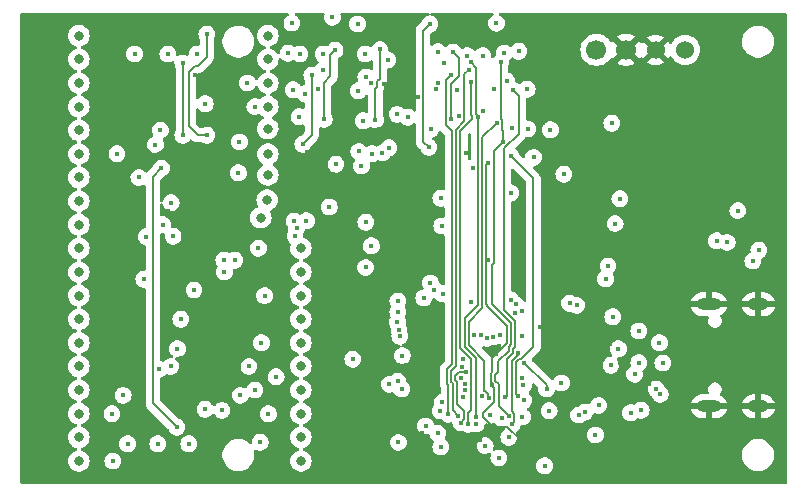
<source format=gbr>
%TF.GenerationSoftware,KiCad,Pcbnew,8.0.2*%
%TF.CreationDate,2024-12-01T19:44:38-06:00*%
%TF.ProjectId,Desktop_50_Pin_TopConn,4465736b-746f-4705-9f35-305f50696e5f,rev?*%
%TF.SameCoordinates,Original*%
%TF.FileFunction,Copper,L3,Inr*%
%TF.FilePolarity,Positive*%
%FSLAX46Y46*%
G04 Gerber Fmt 4.6, Leading zero omitted, Abs format (unit mm)*
G04 Created by KiCad (PCBNEW 8.0.2) date 2024-12-01 19:44:38*
%MOMM*%
%LPD*%
G01*
G04 APERTURE LIST*
%TA.AperFunction,ComponentPad*%
%ADD10O,2.100000X1.000000*%
%TD*%
%TA.AperFunction,ComponentPad*%
%ADD11O,1.800000X1.000000*%
%TD*%
%TA.AperFunction,ComponentPad*%
%ADD12C,1.700000*%
%TD*%
%TA.AperFunction,ComponentPad*%
%ADD13C,1.524000*%
%TD*%
%TA.AperFunction,ViaPad*%
%ADD14C,0.400000*%
%TD*%
%TA.AperFunction,ViaPad*%
%ADD15C,0.800000*%
%TD*%
%TA.AperFunction,Conductor*%
%ADD16C,0.200000*%
%TD*%
G04 APERTURE END LIST*
D10*
%TO.N,GND*%
%TO.C,J12*%
X58335000Y-13360000D03*
D11*
X62535000Y-13360000D03*
D10*
X58335000Y-4720000D03*
D11*
X62535000Y-4720000D03*
%TD*%
D12*
%TO.N,Net-(J10-5V)*%
%TO.C,J10*%
X48825400Y16803500D03*
%TO.N,GND*%
X51325400Y16803500D03*
D13*
X53825400Y16803500D03*
%TO.N,unconnected-(J10-12V-Pad4)*%
X56325400Y16803500D03*
%TD*%
D14*
%TO.N,GND*%
X35800000Y6900000D03*
X32400000Y-3100000D03*
X44272000Y10592000D03*
D15*
X7000000Y17000000D03*
D14*
X12014000Y475000D03*
X50820000Y-9740000D03*
X32967383Y-14775048D03*
X27560000Y-2150000D03*
D15*
X7000000Y-9000000D03*
D14*
X39000000Y-16200000D03*
X17550000Y12140000D03*
X49050000Y-11820000D03*
X33798252Y-11497157D03*
X9200000Y-3900000D03*
X40299594Y-8923198D03*
D15*
X7000000Y-1000000D03*
X25000000Y-17075000D03*
D14*
X34135000Y-6540000D03*
D15*
X25000000Y925000D03*
D14*
X10236000Y-10236000D03*
X48400000Y-3500000D03*
X12014000Y-1346000D03*
X37757613Y8084700D03*
D15*
X25000000Y-1075000D03*
X7000000Y11000000D03*
D14*
X12564000Y3184663D03*
D15*
X7000000Y-13000000D03*
D14*
X18700000Y1500000D03*
X30800000Y13900000D03*
X47720000Y-17160000D03*
X30750000Y-8800000D03*
X28350000Y-11180000D03*
D15*
X25000000Y-5075000D03*
X25000000Y-15075000D03*
D14*
X29100000Y5400000D03*
X24300000Y8180000D03*
X10236000Y-6934000D03*
X14100000Y3075000D03*
D15*
X7010000Y5170000D03*
D14*
X39300000Y17500000D03*
D15*
X25000000Y-11075000D03*
D14*
X34016853Y-15635764D03*
X20650000Y-9500000D03*
D15*
X7000000Y-3000000D03*
X7000000Y9000000D03*
X25000000Y-3075000D03*
D14*
X39630000Y-1020000D03*
D15*
X7000000Y-19000000D03*
D14*
X53306060Y-11489290D03*
X16620000Y-12480000D03*
D15*
X7014889Y-14795000D03*
X7000000Y7000000D03*
D14*
X39650000Y7250000D03*
X50030000Y-14490000D03*
D15*
X7000000Y-17000000D03*
D14*
X42360000Y-3790000D03*
X56100000Y-14200000D03*
X12522000Y14656000D03*
X16586000Y-2616000D03*
X17250000Y3050000D03*
X47170000Y-11359901D03*
D15*
X7000000Y-7000000D03*
D14*
X33700000Y12800000D03*
X13030000Y-6934000D03*
D15*
X7000000Y19000000D03*
D14*
X55783591Y-11993591D03*
X42400000Y-17160000D03*
D15*
X25000000Y-13075000D03*
D14*
X14808000Y14656000D03*
D15*
X7000000Y-5000000D03*
D14*
X10490000Y-1346000D03*
X55300000Y-7500000D03*
D15*
X25000000Y-9075000D03*
D14*
X28910000Y-10230000D03*
D15*
X7000000Y13000000D03*
D14*
X18300000Y2200000D03*
X26930000Y13852000D03*
D15*
X25000000Y-7075000D03*
D14*
X52100000Y-3200000D03*
X44500000Y-1900000D03*
X44272000Y13640000D03*
X50000000Y-8100000D03*
X46800000Y-8970000D03*
D15*
X25000000Y-19075000D03*
X7000000Y1000000D03*
D14*
X18760000Y-15520000D03*
X56200000Y-4400000D03*
X44083524Y-6623524D03*
D15*
X7000000Y-11000000D03*
D14*
X18400000Y-7000000D03*
D15*
X7000000Y15000000D03*
X7000000Y3340437D03*
D14*
X39960000Y-11610000D03*
X21926346Y9704164D03*
X15600000Y-5100000D03*
%TO.N,+2V8*%
X20350000Y-16425000D03*
X12975000Y1025000D03*
X11675000Y-16550000D03*
X8750000Y-12450000D03*
X21700000Y-10875000D03*
X15700000Y12240000D03*
X28600000Y19000000D03*
X34620000Y8560000D03*
X17275000Y-1000000D03*
X34720000Y19000000D03*
X15680000Y-13630000D03*
X23040000Y19070000D03*
X12538909Y16450000D03*
X18674002Y-12450000D03*
X9125000Y-16550000D03*
X40350000Y19060000D03*
X14300000Y-16550000D03*
X10700000Y1000000D03*
X9725000Y16450000D03*
X15023909Y16450000D03*
%TO.N,+5V*%
X29286000Y2210000D03*
X41550000Y4708000D03*
X10490000Y-2616000D03*
X38350000Y6800000D03*
%TO.N,oIO*%
X40360000Y10650000D03*
X23640000Y11150000D03*
X39695966Y-12653463D03*
%TO.N,oREQ*%
X25640000Y15080000D03*
X37990000Y15090000D03*
X37114475Y-14157546D03*
%TO.N,oSEL*%
X38600000Y-14300022D03*
X32842000Y11100000D03*
X38800000Y11100000D03*
X38200000Y15750000D03*
X31145363Y15959726D03*
%TO.N,oBSY*%
X35270000Y13450000D03*
X42950000Y13460000D03*
X23300000Y1040000D03*
X25264000Y13450000D03*
X28674152Y13344000D03*
X41719877Y13402079D03*
X41080000Y-12620000D03*
X37050000Y13378224D03*
X23430000Y1700000D03*
X40170000Y13450000D03*
X23150000Y13430000D03*
%TO.N,SD_CLK*%
X35800000Y-3848372D03*
X59900000Y500000D03*
%TO.N,oCD_iSEL*%
X36510463Y14688282D03*
X29298065Y14510007D03*
X28700000Y8200000D03*
X36290455Y-14058400D03*
D15*
%TO.N,ATN*%
X21000000Y8000000D03*
D14*
X8225000Y8000000D03*
X39200000Y11600000D03*
D15*
X5000000Y8000000D03*
D14*
X39200000Y16300000D03*
X37900000Y16300000D03*
%TO.N,BSY*%
X12807046Y3853991D03*
D15*
X5000000Y4000000D03*
D14*
X43001086Y10098904D03*
D15*
X20937122Y4099633D03*
D14*
%TO.N,DBP*%
X18200000Y-1000000D03*
X20200000Y0D03*
D15*
X23800000Y0D03*
X5000000Y0D03*
%TO.N,ACK*%
X5000000Y6000000D03*
D14*
X41698801Y10150000D03*
X41224000Y14148000D03*
X10075000Y6000000D03*
D15*
X21000000Y6210000D03*
D14*
%TO.N,RST*%
X11900000Y10000000D03*
D15*
X21000000Y10140000D03*
D14*
X11991323Y6782000D03*
X37195338Y11186790D03*
D15*
X5000000Y10000000D03*
D14*
X13284000Y-15140000D03*
D15*
%TO.N,MSG*%
X5000000Y16000000D03*
D14*
X13792000Y9576000D03*
X13792000Y15700000D03*
D15*
X21000000Y16000000D03*
D14*
X35937963Y15666878D03*
%TO.N,SEL*%
X12100000Y2000000D03*
D15*
X5000000Y2000000D03*
D14*
X31250000Y8519998D03*
D15*
X20400000Y2590437D03*
D14*
X11481740Y8790000D03*
%TO.N,CD*%
X29700000Y13999173D03*
D15*
X5000000Y14000000D03*
X21000000Y14000000D03*
D14*
X19270000Y14000000D03*
%TO.N,REQ*%
X15824000Y18125000D03*
X26468909Y19550000D03*
X15824000Y9576000D03*
D15*
X21000000Y18000000D03*
X5000000Y18000000D03*
%TO.N,IO*%
X21000000Y12000000D03*
D14*
X24150000Y13100000D03*
D15*
X5000000Y12000000D03*
D14*
X19900000Y12000000D03*
%TO.N,DB7*%
X7875000Y-18000000D03*
D15*
X23800000Y-18000000D03*
X5000000Y-18000000D03*
D14*
%TO.N,DB6*%
X21050000Y-14000000D03*
D15*
X23800000Y-14000000D03*
D14*
X7800000Y-14000000D03*
D15*
X5000000Y-14000000D03*
D14*
%TO.N,DB5*%
X19900000Y-12000000D03*
D15*
X5000000Y-12000000D03*
D14*
X11760000Y-10236000D03*
D15*
X23800000Y-12000000D03*
D14*
%TO.N,DB4*%
X12776000Y-10000000D03*
X19400000Y-10000000D03*
D15*
X5000000Y-10000000D03*
X23800000Y-10000000D03*
D14*
%TO.N,DB3*%
X13345112Y-8486883D03*
X20450000Y-8000000D03*
D15*
X23800000Y-8000000D03*
X5000000Y-8000000D03*
%TO.N,DB2*%
X5000000Y-6000000D03*
X23800000Y-6000000D03*
D14*
X13625000Y-6000000D03*
%TO.N,DB1*%
X14750000Y-3525000D03*
D15*
X23800000Y-4000000D03*
D14*
X20730000Y-4000000D03*
D15*
X5000000Y-4000000D03*
%TO.N,DB0*%
X5000000Y-2000000D03*
X23800000Y-2000000D03*
D14*
X17325000Y-2000000D03*
%TO.N,+3V3*%
X50200000Y-5800000D03*
X42673851Y-12852585D03*
X47315156Y-14120241D03*
X44820000Y-13760000D03*
X37403272Y-10016929D03*
X52600000Y-13700000D03*
X60800000Y3200000D03*
X35591858Y-13758478D03*
X35724002Y1900000D03*
X35380000Y-15650000D03*
X39160000Y-12530000D03*
X45860000Y-11390000D03*
X50680000Y-8510000D03*
X35636000Y4242000D03*
X46555093Y-4652726D03*
X52400000Y-9690000D03*
%TO.N,Net-(D3-A)*%
X46050000Y6274000D03*
%TO.N,Net-(D4-K)*%
X50114000Y10592000D03*
%TO.N,oMSG_iBSY*%
X38198107Y14090577D03*
X37981814Y-14888653D03*
X35370000Y14010000D03*
%TO.N,SD_CMD_MOSI*%
X35100000Y-3500000D03*
X59000000Y650000D03*
%TO.N,SD_D0_MISO*%
X34770968Y-2939428D03*
X62570000Y-160000D03*
%TO.N,DBPTr*%
X38172743Y-4570000D03*
X28185000Y-9380000D03*
%TO.N,SD_D1*%
X62070000Y-1070000D03*
X42490000Y-7419950D03*
%TO.N,SD_D2*%
X49796764Y-1500000D03*
X34200000Y-4200000D03*
%TO.N,SD_D3_CS*%
X49598502Y-2600000D03*
X37520000Y-9360000D03*
%TO.N,+1V1*%
X37760000Y-10466928D03*
X50055182Y-9901215D03*
X44595622Y-11904378D03*
X37343516Y-14765858D03*
X42720000Y-9730000D03*
%TO.N,Net-(JP7-B)*%
X47845152Y-13850000D03*
%TO.N,Net-(D1-A)*%
X44430000Y-18410000D03*
X29270000Y-1620000D03*
%TO.N,SCL*%
X54216158Y-12350000D03*
X37550000Y-12600000D03*
%TO.N,iSEL*%
X29065996Y10800000D03*
X31950000Y11340000D03*
%TO.N,TRM_ON_J*%
X18500000Y6400000D03*
X18600000Y9000000D03*
X17116906Y-13719999D03*
%TO.N,Net-(D2-A)*%
X40560000Y-17740000D03*
X29766298Y215000D03*
%TO.N,iBSY*%
X34800000Y10100000D03*
X44926037Y10039420D03*
%TO.N,iCD*%
X30100000Y10900000D03*
X30490000Y16840000D03*
%TO.N,iMSG*%
X36700000Y16600000D03*
X36500000Y10950000D03*
%TO.N,iIO*%
X23952000Y8814000D03*
X24714000Y14656000D03*
%TO.N,oACK*%
X40900000Y9000000D03*
X40720000Y15740000D03*
X41426099Y-14225000D03*
%TO.N,iREQ*%
X25770000Y10920000D03*
X26690000Y16770000D03*
%TO.N,SDA*%
X53870225Y-11918115D03*
X37660000Y-12019793D03*
%TO.N,Net-(D6-A)*%
X35640000Y-16800000D03*
X39400000Y-16700000D03*
%TO.N,Net-(U13-USB_DP)*%
X54150000Y-8000000D03*
X42543831Y-11010000D03*
%TO.N,!oBSY*%
X23720000Y16460000D03*
X22710000Y16520000D03*
X41030000Y16540000D03*
X29240000Y16460000D03*
X35400000Y16640000D03*
X25680000Y16460000D03*
%TO.N,Net-(U13-USB_DM)*%
X54450000Y-9700000D03*
X42643831Y-11569566D03*
%TO.N,ACKDr*%
X42240000Y16688000D03*
%TO.N,/Pico/SWDIO*%
X32054298Y-16433719D03*
X35778060Y-13037744D03*
X34360000Y-15040000D03*
%TO.N,/Pico/SWCLK*%
X37320000Y-10978131D03*
%TO.N,/Pico/GPIO29_ADC3*%
X42550000Y-14250000D03*
%TO.N,/Pico/RUN*%
X48730000Y-15810000D03*
X51720000Y-13910000D03*
X52046745Y-10658165D03*
X37660000Y-11450186D03*
%TO.N,/Pico/GPIO24*%
X42220000Y-8820000D03*
X52400000Y-7000000D03*
X41690000Y-14860000D03*
%TO.N,/Pico/GPIO25*%
X40800000Y-14400000D03*
X41400000Y-16000000D03*
%TO.N,/Pico/GPIO23*%
X39800000Y-14144155D03*
X38647373Y-14847980D03*
%TO.N,/Pico/GPIO08*%
X38453272Y-7308560D03*
X32170000Y-7450000D03*
%TO.N,Net-(JP1-A)*%
X26770000Y7130000D03*
%TO.N,Net-(JP2-A)*%
X24270000Y2340000D03*
X26200000Y3500012D03*
X23220000Y2320000D03*
%TO.N,Net-(J5-Pin_2)*%
X28920000Y6990000D03*
%TO.N,/Pico/GPIO07*%
X32384722Y-9078519D03*
X39039545Y-7350000D03*
%TO.N,/Pico/GPIO06*%
X31295000Y-11519555D03*
X39523345Y-7611612D03*
%TO.N,/Pico/GPIO05*%
X31988755Y-11259021D03*
X40071871Y-7485151D03*
%TO.N,/Pico/GPIO28*%
X42151999Y-12531975D03*
X41550000Y7845000D03*
%TO.N,/Pico/GPIO04*%
X40619628Y-7350000D03*
X32337997Y-11907251D03*
%TO.N,/Pico/GPIO03*%
X32011091Y-4448909D03*
X41581896Y-4357688D03*
%TO.N,/Pico/GPIO02*%
X32000000Y-5400000D03*
X41980000Y-4737183D03*
%TO.N,/Pico/GPIO01*%
X31970000Y-6260000D03*
X41896664Y-5443898D03*
%TO.N,/Pico/GPIO00*%
X42527370Y-5286693D03*
X32100000Y-6890000D03*
%TO.N,Net-(J13-Pin_1)*%
X30700000Y8100000D03*
%TO.N,Net-(J13-Pin_3)*%
X29800000Y8000000D03*
%TO.N,Net-(R58-Pad2)*%
X47150000Y-4830000D03*
%TO.N,Net-(D8-K)*%
X50400000Y2100000D03*
%TO.N,Net-(D9-K)*%
X50800000Y4200006D03*
D15*
%TO.N,EXT_TERM_PWR*%
X5000000Y-16000000D03*
X23800000Y-16000000D03*
D14*
X43500000Y7700000D03*
%TO.N,Net-(JP7-A)*%
X49000000Y-13300000D03*
%TD*%
D16*
%TO.N,oACK*%
X40521205Y-10435869D02*
X40213967Y-10743107D01*
X40900000Y9000000D02*
X40900000Y9920000D01*
X40900000Y9920000D02*
X40810000Y10010000D01*
X40810000Y10010000D02*
X40810000Y10836397D01*
X41590000Y-6314974D02*
X41590000Y-8127767D01*
X41590000Y-8127767D02*
X41380000Y-8337767D01*
X40810000Y10836397D02*
X40720000Y10926397D01*
X40720000Y10926397D02*
X40720000Y15740000D01*
X40180000Y8280000D02*
X40180000Y-1247818D01*
X40530000Y-13328901D02*
X41426099Y-14225000D01*
X40180000Y-1247818D02*
X39977513Y-1450305D01*
X40900000Y9000000D02*
X40180000Y8280000D01*
X39977513Y-4702487D02*
X41590000Y-6314974D01*
X39977513Y-1450305D02*
X39977513Y-4702487D01*
X40213967Y-11198743D02*
X40530000Y-11514776D01*
X41380000Y-8337767D02*
X41380000Y-8704974D01*
X40530000Y-11514776D02*
X40530000Y-13328901D01*
X41380000Y-8704974D02*
X40521205Y-9563769D01*
X40521205Y-9563769D02*
X40521205Y-10435869D01*
X40213967Y-10743107D02*
X40213967Y-11198743D01*
%TO.N,/Pico/GPIO28*%
X42447818Y-9370000D02*
X43480000Y-8337818D01*
%TO.N,oBSY*%
X41220000Y-12480000D02*
X41220000Y-9395025D01*
X41000000Y8456182D02*
X42250000Y9706182D01*
%TO.N,/Pico/GPIO28*%
X42264975Y-9370000D02*
X42447818Y-9370000D01*
X43480000Y5915000D02*
X41550000Y7845000D01*
%TO.N,oBSY*%
X41080000Y-12620000D02*
X41220000Y-12480000D01*
%TO.N,/Pico/GPIO28*%
X42151999Y-12531975D02*
X41993831Y-12373807D01*
%TO.N,oBSY*%
X41770000Y-8492182D02*
X41940000Y-8322182D01*
X41940000Y-6170000D02*
X41000000Y-5230000D01*
%TO.N,/Pico/GPIO28*%
X41993831Y-12373807D02*
X41993831Y-9641144D01*
X41993831Y-9641144D02*
X42264975Y-9370000D01*
%TO.N,oBSY*%
X41000000Y-5230000D02*
X41000000Y8456182D01*
X42250000Y12871956D02*
X41719877Y13402079D01*
X41940000Y-8322182D02*
X41940000Y-6170000D01*
%TO.N,/Pico/GPIO28*%
X43480000Y-8337818D02*
X43480000Y5915000D01*
%TO.N,oBSY*%
X41770000Y-8845025D02*
X41770000Y-8492182D01*
X41220000Y-9395025D02*
X41770000Y-8845025D01*
X42250000Y9706182D02*
X42250000Y12871956D01*
%TO.N,iCD*%
X30250000Y13672182D02*
X30100000Y13522182D01*
X30490000Y14367818D02*
X30250000Y14127818D01*
X30250000Y14127818D02*
X30250000Y13672182D01*
X30100000Y13522182D02*
X30100000Y10900000D01*
X30490000Y16840000D02*
X30490000Y14367818D01*
%TO.N,+2V8*%
X34150000Y9030000D02*
X34620000Y8560000D01*
X34720000Y19000000D02*
X34150000Y18430000D01*
X34150000Y18430000D02*
X34150000Y9030000D01*
%TO.N,GND*%
X39960000Y-11610000D02*
X40180000Y-11830000D01*
X39249999Y-14309999D02*
X40050000Y-15110000D01*
X40299594Y-8923198D02*
X39960000Y-9262792D01*
X39960000Y-9262792D02*
X39960000Y-10502100D01*
X39863967Y-11343718D02*
X39960000Y-11439751D01*
X41240000Y-6570000D02*
X39530000Y-4860000D01*
X39960000Y-10502100D02*
X39863967Y-10598132D01*
X39530000Y-4860000D02*
X39530000Y-4749948D01*
X39960000Y-11439751D02*
X39960000Y-11610000D01*
X39249999Y-13916328D02*
X39249999Y-14309999D01*
X39863967Y-10598132D02*
X39863967Y-11343718D01*
X40180000Y-11830000D02*
X40180000Y-12986327D01*
X39530000Y-4749948D02*
X39510000Y-4729948D01*
X42400000Y-16222182D02*
X42400000Y-17160000D01*
X41240000Y-7982792D02*
X41240000Y-6570000D01*
X40050000Y-15110000D02*
X41287818Y-15110000D01*
X39510000Y-4729948D02*
X39510000Y7110000D01*
X40180000Y-12986327D02*
X39249999Y-13916328D01*
X41287818Y-15110000D02*
X42400000Y-16222182D01*
X40299594Y-8923198D02*
X41240000Y-7982792D01*
X39510000Y7110000D02*
X39650000Y7250000D01*
%TO.N,oIO*%
X39346397Y-12080000D02*
X39337818Y-12080000D01*
X39337818Y-9517870D02*
X38003272Y-8183324D01*
X39695966Y-12653463D02*
X39610000Y-12567497D01*
X39610000Y-12567497D02*
X39610000Y-12343603D01*
X39337818Y-12080000D02*
X39337818Y-9517870D01*
X39610000Y-12343603D02*
X39346397Y-12080000D01*
X39160000Y9450000D02*
X40360000Y10650000D01*
X38003272Y-6200000D02*
X39160000Y-5043272D01*
X38003272Y-8183324D02*
X38003272Y-6200000D01*
X39160000Y-5043272D02*
X39160000Y9450000D01*
%TO.N,oREQ*%
X37650000Y10748477D02*
X36953272Y10051749D01*
X36520000Y-11309503D02*
X36650000Y-11439503D01*
X36650000Y-13693071D02*
X37114475Y-14157546D01*
X37650000Y14750000D02*
X37650000Y10748477D01*
X36520000Y-10380000D02*
X36520000Y-11309503D01*
X36650000Y-11439503D02*
X36650000Y-13693071D01*
X37990000Y15090000D02*
X37650000Y14750000D01*
X36953272Y-9946728D02*
X36520000Y-10380000D01*
X36953272Y10051749D02*
X36953272Y-9946728D01*
%TO.N,oSEL*%
X38800000Y11222182D02*
X38650000Y11372182D01*
X37653272Y-8328298D02*
X38600000Y-9275026D01*
X37653272Y-5917818D02*
X37653272Y-8328298D01*
X38600000Y-9275026D02*
X38600000Y-14300022D01*
X38800000Y11100000D02*
X38800000Y11222182D01*
X38650000Y11372182D02*
X38650000Y15300000D01*
X38800000Y11100000D02*
X38800000Y-4771090D01*
X38800000Y-4771090D02*
X37653272Y-5917818D01*
X38650000Y15300000D02*
X38200000Y15750000D01*
%TO.N,oCD_iSEL*%
X36050000Y10455026D02*
X36590000Y9915026D01*
X36590000Y9915026D02*
X36590000Y-9815026D01*
X36170000Y-10235026D02*
X36170000Y-11454478D01*
X36290455Y-11574933D02*
X36290455Y-14058400D01*
X36590000Y-9815026D02*
X36170000Y-10235026D01*
X36050000Y14227819D02*
X36050000Y10455026D01*
X36510463Y14688282D02*
X36050000Y14227819D01*
X36170000Y-11454478D02*
X36290455Y-11574933D01*
%TO.N,RST*%
X11252000Y-13108000D02*
X11252000Y6042677D01*
X11252000Y6042677D02*
X11991323Y6782000D01*
X13284000Y-15140000D02*
X11252000Y-13108000D01*
%TO.N,MSG*%
X13792000Y9576000D02*
X13792000Y15700000D01*
%TO.N,REQ*%
X14300000Y10338000D02*
X14300000Y14910000D01*
X15824000Y9576000D02*
X15062000Y9576000D01*
X14808000Y15418000D02*
X15062000Y15418000D01*
X15062000Y15418000D02*
X15824000Y16180000D01*
X15062000Y9576000D02*
X14300000Y10338000D01*
X14300000Y14910000D02*
X14808000Y15418000D01*
X15824000Y16180000D02*
X15824000Y18125000D01*
%TO.N,oMSG_iBSY*%
X38210000Y-13712182D02*
X37981814Y-13940368D01*
X38210000Y-9380000D02*
X38210000Y-13712182D01*
X37981814Y-13940368D02*
X37981814Y-14888653D01*
X38310000Y11217207D02*
X38310000Y10913502D01*
X38310000Y10913502D02*
X37303272Y9906774D01*
X37303272Y9906774D02*
X37303272Y-8473272D01*
X38198107Y11329100D02*
X38310000Y11217207D01*
X37303272Y-8473272D02*
X38210000Y-9380000D01*
X38198107Y14090577D02*
X38198107Y11329100D01*
%TO.N,+1V1*%
X37000000Y-13163579D02*
X37631814Y-13795393D01*
X37000000Y-11294528D02*
X37000000Y-13163579D01*
X37631814Y-13795393D02*
X37631814Y-14477560D01*
X36870000Y-10791734D02*
X36870000Y-11164528D01*
X36870000Y-11164528D02*
X37000000Y-11294528D01*
X42720000Y-9730000D02*
X44595622Y-11605622D01*
X37760000Y-10466928D02*
X37194806Y-10466928D01*
X44595622Y-11605622D02*
X44595622Y-11904378D01*
X37194806Y-10466928D02*
X36870000Y-10791734D01*
X37631814Y-14477560D02*
X37343516Y-14765858D01*
%TO.N,iMSG*%
X36500000Y13900000D02*
X37200000Y14600000D01*
X37200000Y16100000D02*
X36700000Y16600000D01*
X37200000Y14600000D02*
X37200000Y16100000D01*
X36500000Y10950000D02*
X36500000Y13900000D01*
%TO.N,iIO*%
X24714000Y9576000D02*
X23952000Y8814000D01*
X24714000Y14656000D02*
X24714000Y9576000D01*
%TO.N,iREQ*%
X25770000Y14030000D02*
X25770000Y10920000D01*
X26290000Y14550000D02*
X25770000Y14030000D01*
X26690000Y16770000D02*
X26290000Y16370000D01*
X26290000Y16370000D02*
X26290000Y14550000D01*
%TO.N,/Pico/GPIO24*%
X41630000Y-9510000D02*
X41630000Y-13792504D01*
X41876099Y-14038603D02*
X41876099Y-14673901D01*
X41630000Y-13792504D02*
X41876099Y-14038603D01*
X42140000Y-9000000D02*
X41630000Y-9510000D01*
X41876099Y-14673901D02*
X41690000Y-14860000D01*
X42140000Y-8900000D02*
X42140000Y-9000000D01*
X42220000Y-8820000D02*
X42140000Y-8900000D01*
%TD*%
%TA.AperFunction,Conductor*%
%TO.N,GND*%
G36*
X22748102Y19929498D02*
G01*
X22794595Y19875842D01*
X22804699Y19805568D01*
X22775205Y19740988D01*
X22738536Y19711933D01*
X22634573Y19657370D01*
X22634568Y19657366D01*
X22505785Y19543273D01*
X22408045Y19401674D01*
X22347034Y19240800D01*
X22326296Y19070004D01*
X22326296Y19069997D01*
X22347034Y18899201D01*
X22387567Y18792325D01*
X22408046Y18738325D01*
X22505785Y18596727D01*
X22634570Y18482633D01*
X22634571Y18482633D01*
X22634573Y18482631D01*
X22715465Y18440176D01*
X22786917Y18402675D01*
X22786918Y18402675D01*
X22786920Y18402674D01*
X22913173Y18371556D01*
X22953972Y18361500D01*
X22953975Y18361500D01*
X23126025Y18361500D01*
X23126028Y18361500D01*
X23293083Y18402675D01*
X23445430Y18482633D01*
X23574215Y18596727D01*
X23671954Y18738325D01*
X23732965Y18899199D01*
X23745204Y18999997D01*
X23753704Y19069997D01*
X23753704Y19070004D01*
X23732965Y19240800D01*
X23698502Y19331674D01*
X23671954Y19401675D01*
X23574215Y19543273D01*
X23445430Y19657367D01*
X23445429Y19657368D01*
X23445426Y19657370D01*
X23341464Y19711933D01*
X23290441Y19761301D01*
X23274209Y19830417D01*
X23297921Y19897337D01*
X23354048Y19940814D01*
X23400019Y19949500D01*
X25680135Y19949500D01*
X25748256Y19929498D01*
X25794749Y19875842D01*
X25804853Y19805568D01*
X25797947Y19778820D01*
X25775943Y19720800D01*
X25755205Y19550004D01*
X25755205Y19549997D01*
X25775943Y19379201D01*
X25832224Y19230801D01*
X25836955Y19218325D01*
X25934694Y19076727D01*
X26063479Y18962633D01*
X26063480Y18962633D01*
X26063482Y18962631D01*
X26144374Y18920176D01*
X26215826Y18882675D01*
X26215827Y18882675D01*
X26215829Y18882674D01*
X26346366Y18850500D01*
X26382881Y18841500D01*
X26382884Y18841500D01*
X26554934Y18841500D01*
X26554937Y18841500D01*
X26721992Y18882675D01*
X26874339Y18962633D01*
X27003124Y19076727D01*
X27100863Y19218325D01*
X27161874Y19379199D01*
X27180582Y19533273D01*
X27182613Y19549997D01*
X27182613Y19550004D01*
X27164259Y19701161D01*
X27161874Y19720801D01*
X27152778Y19744784D01*
X27139871Y19778820D01*
X27134417Y19849607D01*
X27168100Y19912105D01*
X27230224Y19946472D01*
X27257683Y19949500D01*
X28454043Y19949500D01*
X28522164Y19929498D01*
X28568657Y19875842D01*
X28578761Y19805568D01*
X28549267Y19740988D01*
X28489541Y19702604D01*
X28484196Y19701161D01*
X28346920Y19667327D01*
X28346912Y19667323D01*
X28194573Y19587370D01*
X28194568Y19587366D01*
X28065785Y19473273D01*
X27968045Y19331674D01*
X27907034Y19170800D01*
X27886296Y19000004D01*
X27886296Y18999997D01*
X27907034Y18829201D01*
X27964049Y18678865D01*
X27968046Y18668325D01*
X28065785Y18526727D01*
X28194570Y18412633D01*
X28194571Y18412633D01*
X28194573Y18412631D01*
X28257132Y18379798D01*
X28346917Y18332675D01*
X28346918Y18332675D01*
X28346920Y18332674D01*
X28496522Y18295801D01*
X28513972Y18291500D01*
X28513975Y18291500D01*
X28686025Y18291500D01*
X28686028Y18291500D01*
X28853083Y18332675D01*
X29005430Y18412633D01*
X29134215Y18526727D01*
X29231954Y18668325D01*
X29292965Y18829199D01*
X29313704Y19000000D01*
X29305204Y19070000D01*
X29295916Y19146496D01*
X29292965Y19170801D01*
X29231954Y19331675D01*
X29134215Y19473273D01*
X29005430Y19587367D01*
X29005429Y19587368D01*
X29005426Y19587370D01*
X28853087Y19667323D01*
X28853079Y19667327D01*
X28715804Y19701161D01*
X28654449Y19736884D01*
X28622148Y19800107D01*
X28629155Y19870757D01*
X28673246Y19926403D01*
X28740422Y19949378D01*
X28745957Y19949500D01*
X34574043Y19949500D01*
X34642164Y19929498D01*
X34688657Y19875842D01*
X34698761Y19805568D01*
X34669267Y19740988D01*
X34609541Y19702604D01*
X34604196Y19701161D01*
X34466920Y19667327D01*
X34466912Y19667323D01*
X34314573Y19587370D01*
X34314568Y19587366D01*
X34185785Y19473273D01*
X34088045Y19331674D01*
X34053582Y19240801D01*
X34049790Y19230800D01*
X34034662Y19190911D01*
X34005946Y19146496D01*
X33663080Y18803630D01*
X33663075Y18803624D01*
X33582967Y18664873D01*
X33582968Y18664872D01*
X33548690Y18536942D01*
X33541500Y18510110D01*
X33541500Y11706804D01*
X33521498Y11638683D01*
X33467842Y11592190D01*
X33397568Y11582086D01*
X33332988Y11611580D01*
X33331946Y11612492D01*
X33265144Y11671674D01*
X33247430Y11687367D01*
X33247429Y11687368D01*
X33247426Y11687370D01*
X33095087Y11767323D01*
X33095079Y11767327D01*
X32928031Y11808500D01*
X32928028Y11808500D01*
X32755972Y11808500D01*
X32755968Y11808500D01*
X32610346Y11772607D01*
X32539418Y11775726D01*
X32490187Y11808523D01*
X32489919Y11808219D01*
X32487722Y11810165D01*
X32485882Y11811391D01*
X32484218Y11813269D01*
X32484215Y11813273D01*
X32355430Y11927367D01*
X32355429Y11927368D01*
X32355426Y11927370D01*
X32203087Y12007323D01*
X32203079Y12007327D01*
X32036031Y12048500D01*
X32036028Y12048500D01*
X31863972Y12048500D01*
X31863968Y12048500D01*
X31696920Y12007327D01*
X31696912Y12007323D01*
X31544573Y11927370D01*
X31544568Y11927366D01*
X31415785Y11813273D01*
X31318045Y11671674D01*
X31257034Y11510800D01*
X31236296Y11340004D01*
X31236296Y11339997D01*
X31257034Y11169201D01*
X31317924Y11008648D01*
X31318046Y11008325D01*
X31415785Y10866727D01*
X31544570Y10752633D01*
X31544571Y10752633D01*
X31544573Y10752631D01*
X31625465Y10710176D01*
X31696917Y10672675D01*
X31696918Y10672675D01*
X31696920Y10672674D01*
X31736316Y10662964D01*
X31863972Y10631500D01*
X31863975Y10631500D01*
X32036025Y10631500D01*
X32036028Y10631500D01*
X32181656Y10667394D01*
X32252580Y10664275D01*
X32301812Y10631478D01*
X32302081Y10631781D01*
X32304274Y10629838D01*
X32306116Y10628611D01*
X32307782Y10626731D01*
X32307785Y10626727D01*
X32436570Y10512633D01*
X32436571Y10512633D01*
X32436573Y10512631D01*
X32493644Y10482678D01*
X32588917Y10432675D01*
X32588918Y10432675D01*
X32588920Y10432674D01*
X32747394Y10393615D01*
X32755972Y10391500D01*
X32755975Y10391500D01*
X32928025Y10391500D01*
X32928028Y10391500D01*
X33095083Y10432675D01*
X33247430Y10512633D01*
X33331948Y10587511D01*
X33396199Y10617710D01*
X33466579Y10608379D01*
X33520743Y10562479D01*
X33541492Y10494582D01*
X33541500Y10493197D01*
X33541500Y8949889D01*
X33552542Y8908676D01*
X33552543Y8908676D01*
X33552543Y8908675D01*
X33573839Y8829199D01*
X33582968Y8795128D01*
X33582970Y8795123D01*
X33663075Y8656377D01*
X33663077Y8656375D01*
X33663078Y8656373D01*
X33905944Y8413507D01*
X33934660Y8369093D01*
X33964086Y8291501D01*
X33988046Y8228325D01*
X34085785Y8086727D01*
X34214570Y7972633D01*
X34214571Y7972633D01*
X34214573Y7972631D01*
X34290787Y7932631D01*
X34366917Y7892675D01*
X34366918Y7892675D01*
X34366920Y7892674D01*
X34525394Y7853615D01*
X34533972Y7851500D01*
X34533975Y7851500D01*
X34706025Y7851500D01*
X34706028Y7851500D01*
X34873083Y7892675D01*
X35025430Y7972633D01*
X35154215Y8086727D01*
X35251954Y8228325D01*
X35312965Y8389199D01*
X35328847Y8519998D01*
X35333704Y8559997D01*
X35333704Y8560004D01*
X35312965Y8730800D01*
X35291513Y8787367D01*
X35251954Y8891675D01*
X35154215Y9033273D01*
X35025430Y9147367D01*
X34987756Y9167140D01*
X34958548Y9182470D01*
X34907526Y9231839D01*
X34891294Y9300955D01*
X34915006Y9367875D01*
X34971134Y9411352D01*
X34986942Y9416373D01*
X35053083Y9432675D01*
X35205430Y9512633D01*
X35334215Y9626727D01*
X35431954Y9768325D01*
X35484988Y9908167D01*
X35527846Y9964767D01*
X35594501Y9989212D01*
X35663792Y9973740D01*
X35691895Y9952582D01*
X35944596Y9699881D01*
X35978620Y9637570D01*
X35981500Y9610787D01*
X35981500Y5047374D01*
X35961498Y4979253D01*
X35907842Y4932760D01*
X35837568Y4922656D01*
X35825347Y4925035D01*
X35722031Y4950500D01*
X35722028Y4950500D01*
X35549972Y4950500D01*
X35549968Y4950500D01*
X35382920Y4909327D01*
X35382912Y4909323D01*
X35230573Y4829370D01*
X35230568Y4829366D01*
X35101785Y4715273D01*
X35004045Y4573674D01*
X34943034Y4412800D01*
X34922296Y4242004D01*
X34922296Y4241997D01*
X34943034Y4071201D01*
X34984403Y3962121D01*
X35004046Y3910325D01*
X35101785Y3768727D01*
X35230570Y3654633D01*
X35230571Y3654633D01*
X35230573Y3654631D01*
X35310579Y3612641D01*
X35382917Y3574675D01*
X35382918Y3574675D01*
X35382920Y3574674D01*
X35541394Y3535615D01*
X35549972Y3533500D01*
X35549975Y3533500D01*
X35722025Y3533500D01*
X35722028Y3533500D01*
X35825348Y3558966D01*
X35896274Y3555847D01*
X35954257Y3514877D01*
X35980885Y3449063D01*
X35981500Y3436627D01*
X35981500Y2727064D01*
X35961498Y2658943D01*
X35907842Y2612450D01*
X35837568Y2602346D01*
X35825347Y2604725D01*
X35810033Y2608500D01*
X35810030Y2608500D01*
X35637974Y2608500D01*
X35637970Y2608500D01*
X35470922Y2567327D01*
X35470914Y2567323D01*
X35318575Y2487370D01*
X35318570Y2487366D01*
X35189787Y2373273D01*
X35092047Y2231674D01*
X35031036Y2070800D01*
X35010298Y1900004D01*
X35010298Y1899997D01*
X35031036Y1729201D01*
X35081170Y1597009D01*
X35092048Y1568325D01*
X35189787Y1426727D01*
X35318572Y1312633D01*
X35318573Y1312633D01*
X35318575Y1312631D01*
X35376243Y1282365D01*
X35470919Y1232675D01*
X35470920Y1232675D01*
X35470922Y1232674D01*
X35620524Y1195801D01*
X35637974Y1191500D01*
X35637977Y1191500D01*
X35810027Y1191500D01*
X35810030Y1191500D01*
X35825345Y1195275D01*
X35896271Y1192158D01*
X35954254Y1151190D01*
X35980884Y1085377D01*
X35981500Y1072937D01*
X35981500Y-3013872D01*
X35961498Y-3081993D01*
X35907842Y-3128486D01*
X35855500Y-3139872D01*
X35778444Y-3139872D01*
X35710323Y-3119870D01*
X35674749Y-3085449D01*
X35634216Y-3026729D01*
X35634215Y-3026727D01*
X35514291Y-2920483D01*
X35476566Y-2860338D01*
X35472764Y-2841357D01*
X35463934Y-2768631D01*
X35463932Y-2768624D01*
X35429891Y-2678866D01*
X35402922Y-2607753D01*
X35305183Y-2466155D01*
X35176398Y-2352061D01*
X35176397Y-2352060D01*
X35176394Y-2352058D01*
X35024055Y-2272105D01*
X35024047Y-2272101D01*
X34856999Y-2230928D01*
X34856996Y-2230928D01*
X34684940Y-2230928D01*
X34684936Y-2230928D01*
X34517888Y-2272101D01*
X34517880Y-2272105D01*
X34365541Y-2352058D01*
X34365536Y-2352062D01*
X34236753Y-2466155D01*
X34139013Y-2607754D01*
X34078002Y-2768628D01*
X34057264Y-2939424D01*
X34057264Y-2939431D01*
X34078002Y-3110227D01*
X34139014Y-3271103D01*
X34161687Y-3303950D01*
X34183923Y-3371374D01*
X34166176Y-3440117D01*
X34114081Y-3488353D01*
X34088145Y-3497865D01*
X33946919Y-3532674D01*
X33946912Y-3532677D01*
X33794573Y-3612630D01*
X33794568Y-3612634D01*
X33665785Y-3726727D01*
X33568045Y-3868326D01*
X33507034Y-4029200D01*
X33486296Y-4199996D01*
X33486296Y-4200003D01*
X33507034Y-4370799D01*
X33548426Y-4479940D01*
X33568046Y-4531675D01*
X33665785Y-4673273D01*
X33794570Y-4787367D01*
X33794571Y-4787367D01*
X33794573Y-4787369D01*
X33863463Y-4823525D01*
X33946917Y-4867325D01*
X33946918Y-4867325D01*
X33946920Y-4867326D01*
X34077429Y-4899493D01*
X34113972Y-4908500D01*
X34113975Y-4908500D01*
X34286025Y-4908500D01*
X34286028Y-4908500D01*
X34453083Y-4867325D01*
X34605430Y-4787367D01*
X34734215Y-4673273D01*
X34831954Y-4531675D01*
X34892679Y-4371556D01*
X34892966Y-4370799D01*
X34899217Y-4319314D01*
X34927283Y-4254100D01*
X34986151Y-4214413D01*
X35024298Y-4208500D01*
X35121556Y-4208500D01*
X35189677Y-4228502D01*
X35225251Y-4262923D01*
X35265782Y-4321642D01*
X35265784Y-4321644D01*
X35265785Y-4321645D01*
X35394570Y-4435739D01*
X35394571Y-4435739D01*
X35394573Y-4435741D01*
X35452227Y-4466000D01*
X35546917Y-4515697D01*
X35546918Y-4515697D01*
X35546920Y-4515698D01*
X35705394Y-4554757D01*
X35713972Y-4556872D01*
X35713975Y-4556872D01*
X35855500Y-4556872D01*
X35923621Y-4576874D01*
X35970114Y-4630530D01*
X35981500Y-4682872D01*
X35981500Y-9510786D01*
X35961498Y-9578907D01*
X35944595Y-9599881D01*
X35683083Y-9861392D01*
X35683075Y-9861402D01*
X35602969Y-10000149D01*
X35602967Y-10000154D01*
X35586332Y-10062240D01*
X35586332Y-10062241D01*
X35561500Y-10154916D01*
X35561500Y-11534589D01*
X35578320Y-11597366D01*
X35602965Y-11689343D01*
X35602970Y-11689355D01*
X35665074Y-11796921D01*
X35681955Y-11859921D01*
X35681955Y-12233012D01*
X35661953Y-12301133D01*
X35608297Y-12347626D01*
X35586109Y-12355351D01*
X35524979Y-12370418D01*
X35524972Y-12370421D01*
X35372633Y-12450374D01*
X35372628Y-12450378D01*
X35243845Y-12564471D01*
X35146105Y-12706070D01*
X35085094Y-12866944D01*
X35064356Y-13037740D01*
X35064356Y-13037747D01*
X35083143Y-13192480D01*
X35071498Y-13262515D01*
X35061758Y-13279243D01*
X34959904Y-13426802D01*
X34898892Y-13587678D01*
X34878154Y-13758474D01*
X34878154Y-13758481D01*
X34898892Y-13929277D01*
X34956357Y-14080799D01*
X34959904Y-14090153D01*
X35057643Y-14231751D01*
X35186428Y-14345845D01*
X35186429Y-14345845D01*
X35186431Y-14345847D01*
X35265461Y-14387325D01*
X35338775Y-14425803D01*
X35338776Y-14425803D01*
X35338778Y-14425804D01*
X35449504Y-14453095D01*
X35505830Y-14466978D01*
X35505833Y-14466978D01*
X35645454Y-14466978D01*
X35713575Y-14486980D01*
X35749148Y-14521400D01*
X35756235Y-14531668D01*
X35756237Y-14531669D01*
X35756240Y-14531673D01*
X35885025Y-14645767D01*
X35885026Y-14645767D01*
X35885028Y-14645769D01*
X35965920Y-14688224D01*
X36037372Y-14725725D01*
X36037373Y-14725725D01*
X36037375Y-14725726D01*
X36195849Y-14764785D01*
X36204427Y-14766900D01*
X36204430Y-14766900D01*
X36376480Y-14766900D01*
X36376483Y-14766900D01*
X36484481Y-14740281D01*
X36555409Y-14743399D01*
X36613391Y-14784368D01*
X36639716Y-14847431D01*
X36650550Y-14936658D01*
X36709274Y-15091500D01*
X36711562Y-15097533D01*
X36809301Y-15239131D01*
X36938086Y-15353225D01*
X36938087Y-15353225D01*
X36938089Y-15353227D01*
X36973239Y-15371675D01*
X37090433Y-15433183D01*
X37090434Y-15433183D01*
X37090436Y-15433184D01*
X37217435Y-15464486D01*
X37257488Y-15474358D01*
X37257491Y-15474358D01*
X37429543Y-15474358D01*
X37429544Y-15474358D01*
X37480910Y-15461697D01*
X37551837Y-15464814D01*
X37569165Y-15473372D01*
X37569635Y-15472478D01*
X37582437Y-15479197D01*
X37728731Y-15555978D01*
X37728732Y-15555978D01*
X37728734Y-15555979D01*
X37887208Y-15595038D01*
X37895786Y-15597153D01*
X37895789Y-15597153D01*
X38067839Y-15597153D01*
X38067842Y-15597153D01*
X38234897Y-15555978D01*
X38296534Y-15523627D01*
X38366146Y-15509681D01*
X38386666Y-15514383D01*
X38386889Y-15513481D01*
X38428058Y-15523628D01*
X38561345Y-15556480D01*
X38561348Y-15556480D01*
X38733398Y-15556480D01*
X38733401Y-15556480D01*
X38900456Y-15515305D01*
X39052803Y-15435347D01*
X39181588Y-15321253D01*
X39279327Y-15179655D01*
X39340338Y-15018781D01*
X39354374Y-14903185D01*
X39382440Y-14837972D01*
X39441309Y-14798285D01*
X39512288Y-14796725D01*
X39538003Y-14806802D01*
X39546917Y-14811480D01*
X39546921Y-14811481D01*
X39546920Y-14811481D01*
X39653824Y-14837830D01*
X39713972Y-14852655D01*
X39713975Y-14852655D01*
X39886025Y-14852655D01*
X39886028Y-14852655D01*
X40053083Y-14811480D01*
X40079071Y-14797839D01*
X40148679Y-14783893D01*
X40214782Y-14809794D01*
X40241318Y-14837827D01*
X40265785Y-14873273D01*
X40394570Y-14987367D01*
X40394571Y-14987367D01*
X40394573Y-14987369D01*
X40454420Y-15018779D01*
X40546917Y-15067325D01*
X40546918Y-15067325D01*
X40546920Y-15067326D01*
X40669477Y-15097533D01*
X40713972Y-15108500D01*
X40713975Y-15108500D01*
X40886027Y-15108500D01*
X40886028Y-15108500D01*
X40886029Y-15108499D01*
X40886034Y-15108499D01*
X40906109Y-15103551D01*
X40977037Y-15106668D01*
X41035020Y-15147638D01*
X41054074Y-15181204D01*
X41058042Y-15191667D01*
X41058050Y-15191682D01*
X41072330Y-15212370D01*
X41094566Y-15279794D01*
X41076818Y-15348537D01*
X41027192Y-15395511D01*
X40994571Y-15412632D01*
X40994568Y-15412634D01*
X40865785Y-15526727D01*
X40768045Y-15668326D01*
X40707034Y-15829200D01*
X40686296Y-15999996D01*
X40686296Y-16000003D01*
X40707034Y-16170799D01*
X40761289Y-16313857D01*
X40768046Y-16331675D01*
X40865785Y-16473273D01*
X40994570Y-16587367D01*
X40994571Y-16587367D01*
X40994573Y-16587369D01*
X41027248Y-16604518D01*
X41146917Y-16667325D01*
X41146918Y-16667325D01*
X41146920Y-16667326D01*
X41279486Y-16700000D01*
X41313972Y-16708500D01*
X41313975Y-16708500D01*
X41486025Y-16708500D01*
X41486028Y-16708500D01*
X41653083Y-16667325D01*
X41805430Y-16587367D01*
X41934215Y-16473273D01*
X42031954Y-16331675D01*
X42092965Y-16170801D01*
X42104388Y-16076727D01*
X42113704Y-16000003D01*
X42113704Y-15999996D01*
X42092965Y-15829200D01*
X42089779Y-15820798D01*
X42085682Y-15809996D01*
X48016296Y-15809996D01*
X48016296Y-15810003D01*
X48037034Y-15980799D01*
X48095948Y-16136142D01*
X48098046Y-16141675D01*
X48195785Y-16283273D01*
X48324570Y-16397367D01*
X48324571Y-16397367D01*
X48324573Y-16397369D01*
X48405465Y-16439824D01*
X48476917Y-16477325D01*
X48476918Y-16477325D01*
X48476920Y-16477326D01*
X48614776Y-16511304D01*
X48643972Y-16518500D01*
X48643975Y-16518500D01*
X48816025Y-16518500D01*
X48816028Y-16518500D01*
X48983083Y-16477325D01*
X49135430Y-16397367D01*
X49264215Y-16283273D01*
X49361954Y-16141675D01*
X49422965Y-15980801D01*
X49431260Y-15912480D01*
X49443704Y-15810003D01*
X49443704Y-15809996D01*
X49422965Y-15639200D01*
X49418887Y-15628445D01*
X49361954Y-15478325D01*
X49264215Y-15336727D01*
X49135430Y-15222633D01*
X49135429Y-15222632D01*
X49135426Y-15222630D01*
X48983087Y-15142677D01*
X48983079Y-15142673D01*
X48816031Y-15101500D01*
X48816028Y-15101500D01*
X48643972Y-15101500D01*
X48643968Y-15101500D01*
X48476920Y-15142673D01*
X48476912Y-15142677D01*
X48324573Y-15222630D01*
X48324568Y-15222634D01*
X48195785Y-15336727D01*
X48098045Y-15478326D01*
X48037034Y-15639200D01*
X48016296Y-15809996D01*
X42085682Y-15809996D01*
X42031954Y-15668325D01*
X42017668Y-15647629D01*
X41995433Y-15580205D01*
X42013180Y-15511463D01*
X42062809Y-15464487D01*
X42095430Y-15447367D01*
X42224215Y-15333273D01*
X42321954Y-15191675D01*
X42379545Y-15039819D01*
X42422403Y-14983218D01*
X42489059Y-14958774D01*
X42497357Y-14958500D01*
X42636025Y-14958500D01*
X42636028Y-14958500D01*
X42803083Y-14917325D01*
X42955430Y-14837367D01*
X43084215Y-14723273D01*
X43181954Y-14581675D01*
X43242965Y-14420801D01*
X43263704Y-14250000D01*
X43262693Y-14241675D01*
X43244295Y-14090151D01*
X43242965Y-14079199D01*
X43181954Y-13918325D01*
X43084215Y-13776727D01*
X43065330Y-13759996D01*
X44106296Y-13759996D01*
X44106296Y-13760003D01*
X44127034Y-13930799D01*
X44183315Y-14079199D01*
X44188046Y-14091675D01*
X44285785Y-14233273D01*
X44414570Y-14347367D01*
X44414571Y-14347367D01*
X44414573Y-14347369D01*
X44462786Y-14372673D01*
X44566917Y-14427325D01*
X44566918Y-14427325D01*
X44566920Y-14427326D01*
X44725394Y-14466385D01*
X44733972Y-14468500D01*
X44733975Y-14468500D01*
X44906025Y-14468500D01*
X44906028Y-14468500D01*
X45073083Y-14427325D01*
X45225430Y-14347367D01*
X45354215Y-14233273D01*
X45432239Y-14120237D01*
X46601452Y-14120237D01*
X46601452Y-14120244D01*
X46622190Y-14291040D01*
X46677684Y-14437365D01*
X46683202Y-14451916D01*
X46780941Y-14593514D01*
X46909726Y-14707608D01*
X46909727Y-14707608D01*
X46909729Y-14707610D01*
X46955290Y-14731522D01*
X47062073Y-14787566D01*
X47062074Y-14787566D01*
X47062076Y-14787567D01*
X47220550Y-14826626D01*
X47229128Y-14828741D01*
X47229131Y-14828741D01*
X47401181Y-14828741D01*
X47401184Y-14828741D01*
X47568239Y-14787566D01*
X47720586Y-14707608D01*
X47849371Y-14593514D01*
X47849371Y-14593513D01*
X47853125Y-14590188D01*
X47917378Y-14559987D01*
X47923626Y-14559505D01*
X47923616Y-14559418D01*
X47931175Y-14558500D01*
X47931180Y-14558500D01*
X48098235Y-14517325D01*
X48250582Y-14437367D01*
X48379367Y-14323273D01*
X48477106Y-14181675D01*
X48538117Y-14020801D01*
X48538117Y-14020799D01*
X48539259Y-14017789D01*
X48582117Y-13961188D01*
X48648772Y-13936743D01*
X48715624Y-13950901D01*
X48746917Y-13967325D01*
X48746918Y-13967325D01*
X48746920Y-13967326D01*
X48879486Y-14000000D01*
X48913972Y-14008500D01*
X48913975Y-14008500D01*
X49086025Y-14008500D01*
X49086028Y-14008500D01*
X49253083Y-13967325D01*
X49362314Y-13909996D01*
X51006296Y-13909996D01*
X51006296Y-13910003D01*
X51027034Y-14080799D01*
X51084860Y-14233273D01*
X51088046Y-14241675D01*
X51185785Y-14383273D01*
X51314570Y-14497367D01*
X51314571Y-14497367D01*
X51314573Y-14497369D01*
X51389991Y-14536951D01*
X51466917Y-14577325D01*
X51466918Y-14577325D01*
X51466920Y-14577326D01*
X51625394Y-14616385D01*
X51633972Y-14618500D01*
X51633975Y-14618500D01*
X51806025Y-14618500D01*
X51806028Y-14618500D01*
X51973083Y-14577325D01*
X52125430Y-14497367D01*
X52238977Y-14396772D01*
X52303229Y-14366572D01*
X52352681Y-14368745D01*
X52513972Y-14408500D01*
X52513975Y-14408500D01*
X52686025Y-14408500D01*
X52686028Y-14408500D01*
X52853083Y-14367325D01*
X53005430Y-14287367D01*
X53134215Y-14173273D01*
X53231954Y-14031675D01*
X53292965Y-13870801D01*
X53306603Y-13758481D01*
X53313704Y-13700003D01*
X53313704Y-13699996D01*
X53292965Y-13529200D01*
X53292028Y-13526727D01*
X53231954Y-13368325D01*
X53134215Y-13226727D01*
X53005430Y-13112633D01*
X53005429Y-13112632D01*
X53005426Y-13112630D01*
X52992792Y-13105999D01*
X56807776Y-13105999D01*
X56807776Y-13106000D01*
X57624940Y-13106000D01*
X57600795Y-13119940D01*
X57544940Y-13175795D01*
X57505444Y-13244204D01*
X57485000Y-13320504D01*
X57485000Y-13399496D01*
X57505444Y-13475796D01*
X57544940Y-13544205D01*
X57600795Y-13600060D01*
X57624940Y-13614000D01*
X56807776Y-13614000D01*
X56815737Y-13654023D01*
X56815739Y-13654028D01*
X56891722Y-13837466D01*
X57002032Y-14002557D01*
X57002037Y-14002564D01*
X57142435Y-14142962D01*
X57142442Y-14142967D01*
X57307533Y-14253277D01*
X57490971Y-14329260D01*
X57490976Y-14329262D01*
X57685718Y-14367999D01*
X57685722Y-14368000D01*
X58081000Y-14368000D01*
X58081000Y-13660000D01*
X58589000Y-13660000D01*
X58589000Y-14368000D01*
X58984278Y-14368000D01*
X58984281Y-14367999D01*
X59179023Y-14329262D01*
X59179028Y-14329260D01*
X59362466Y-14253277D01*
X59527557Y-14142967D01*
X59527564Y-14142962D01*
X59667962Y-14002564D01*
X59667967Y-14002557D01*
X59778277Y-13837466D01*
X59854260Y-13654028D01*
X59854262Y-13654023D01*
X59862224Y-13614000D01*
X59045060Y-13614000D01*
X59069205Y-13600060D01*
X59125060Y-13544205D01*
X59164556Y-13475796D01*
X59185000Y-13399496D01*
X59185000Y-13320504D01*
X59164556Y-13244204D01*
X59125060Y-13175795D01*
X59069205Y-13119940D01*
X59045060Y-13106000D01*
X59862224Y-13106000D01*
X59862223Y-13105999D01*
X61157776Y-13105999D01*
X61157776Y-13106000D01*
X61974940Y-13106000D01*
X61950795Y-13119940D01*
X61894940Y-13175795D01*
X61855444Y-13244204D01*
X61835000Y-13320504D01*
X61835000Y-13399496D01*
X61855444Y-13475796D01*
X61894940Y-13544205D01*
X61950795Y-13600060D01*
X61974940Y-13614000D01*
X61157776Y-13614000D01*
X61165737Y-13654023D01*
X61165739Y-13654028D01*
X61241722Y-13837466D01*
X61352032Y-14002557D01*
X61352037Y-14002564D01*
X61492435Y-14142962D01*
X61492442Y-14142967D01*
X61657533Y-14253277D01*
X61840971Y-14329260D01*
X61840976Y-14329262D01*
X62035718Y-14367999D01*
X62035722Y-14368000D01*
X62281000Y-14368000D01*
X62281000Y-13660000D01*
X62789000Y-13660000D01*
X62789000Y-14368000D01*
X63034278Y-14368000D01*
X63034281Y-14367999D01*
X63229023Y-14329262D01*
X63229028Y-14329260D01*
X63412466Y-14253277D01*
X63577557Y-14142967D01*
X63577564Y-14142962D01*
X63717962Y-14002564D01*
X63717967Y-14002557D01*
X63828277Y-13837466D01*
X63904260Y-13654028D01*
X63904262Y-13654023D01*
X63912224Y-13614000D01*
X63095060Y-13614000D01*
X63119205Y-13600060D01*
X63175060Y-13544205D01*
X63214556Y-13475796D01*
X63235000Y-13399496D01*
X63235000Y-13320504D01*
X63214556Y-13244204D01*
X63175060Y-13175795D01*
X63119205Y-13119940D01*
X63095060Y-13106000D01*
X63912224Y-13106000D01*
X63912223Y-13105999D01*
X63904262Y-13065976D01*
X63904260Y-13065971D01*
X63828277Y-12882533D01*
X63717967Y-12717442D01*
X63717962Y-12717435D01*
X63577564Y-12577037D01*
X63577557Y-12577032D01*
X63412466Y-12466722D01*
X63229028Y-12390739D01*
X63229023Y-12390737D01*
X63034281Y-12352000D01*
X62789000Y-12352000D01*
X62789000Y-13060000D01*
X62281000Y-13060000D01*
X62281000Y-12352000D01*
X62035718Y-12352000D01*
X61840976Y-12390737D01*
X61840971Y-12390739D01*
X61657533Y-12466722D01*
X61492442Y-12577032D01*
X61492435Y-12577037D01*
X61352037Y-12717435D01*
X61352032Y-12717442D01*
X61241722Y-12882533D01*
X61165739Y-13065971D01*
X61165737Y-13065976D01*
X61157776Y-13105999D01*
X59862223Y-13105999D01*
X59854262Y-13065976D01*
X59854260Y-13065971D01*
X59778277Y-12882533D01*
X59667967Y-12717442D01*
X59667962Y-12717435D01*
X59527564Y-12577037D01*
X59527557Y-12577032D01*
X59362470Y-12466724D01*
X59360367Y-12465600D01*
X59359472Y-12464721D01*
X59357320Y-12463283D01*
X59357592Y-12462874D01*
X59309720Y-12415846D01*
X59294012Y-12346609D01*
X59313850Y-12291939D01*
X59311386Y-12290517D01*
X59369461Y-12189928D01*
X59391281Y-12152135D01*
X59430500Y-12005766D01*
X59430500Y-11854234D01*
X59391281Y-11707865D01*
X59315515Y-11576635D01*
X59315513Y-11576633D01*
X59315509Y-11576628D01*
X59208371Y-11469490D01*
X59208361Y-11469482D01*
X59077139Y-11393721D01*
X59077136Y-11393720D01*
X59077135Y-11393719D01*
X59077133Y-11393718D01*
X59077132Y-11393718D01*
X59037911Y-11383209D01*
X58930766Y-11354500D01*
X58779234Y-11354500D01*
X58700798Y-11375516D01*
X58632867Y-11393718D01*
X58632860Y-11393721D01*
X58501638Y-11469482D01*
X58501628Y-11469490D01*
X58394490Y-11576628D01*
X58394482Y-11576638D01*
X58318721Y-11707860D01*
X58318718Y-11707867D01*
X58307327Y-11750380D01*
X58279500Y-11854234D01*
X58279500Y-12005766D01*
X58304348Y-12098500D01*
X58318718Y-12152132D01*
X58318720Y-12152137D01*
X58324993Y-12163001D01*
X58341730Y-12231996D01*
X58318509Y-12299088D01*
X58262702Y-12342975D01*
X58215873Y-12352000D01*
X57685718Y-12352000D01*
X57490976Y-12390737D01*
X57490971Y-12390739D01*
X57307533Y-12466722D01*
X57142442Y-12577032D01*
X57142435Y-12577037D01*
X57002037Y-12717435D01*
X57002032Y-12717442D01*
X56891722Y-12882533D01*
X56815739Y-13065971D01*
X56815737Y-13065976D01*
X56807776Y-13105999D01*
X52992792Y-13105999D01*
X52853087Y-13032677D01*
X52853079Y-13032673D01*
X52686031Y-12991500D01*
X52686028Y-12991500D01*
X52513972Y-12991500D01*
X52513968Y-12991500D01*
X52346920Y-13032673D01*
X52346912Y-13032677D01*
X52194573Y-13112630D01*
X52194564Y-13112637D01*
X52081023Y-13213226D01*
X52016770Y-13243427D01*
X51967317Y-13241253D01*
X51806031Y-13201500D01*
X51806028Y-13201500D01*
X51633972Y-13201500D01*
X51633968Y-13201500D01*
X51466920Y-13242673D01*
X51466912Y-13242677D01*
X51314573Y-13322630D01*
X51314568Y-13322634D01*
X51185785Y-13436727D01*
X51088045Y-13578326D01*
X51027034Y-13739200D01*
X51006296Y-13909996D01*
X49362314Y-13909996D01*
X49405430Y-13887367D01*
X49534215Y-13773273D01*
X49631954Y-13631675D01*
X49692965Y-13470801D01*
X49708669Y-13341467D01*
X49713704Y-13300003D01*
X49713704Y-13299996D01*
X49696523Y-13158499D01*
X49692965Y-13129199D01*
X49631954Y-12968325D01*
X49534215Y-12826727D01*
X49405430Y-12712633D01*
X49405429Y-12712632D01*
X49405426Y-12712630D01*
X49253087Y-12632677D01*
X49253079Y-12632673D01*
X49086031Y-12591500D01*
X49086028Y-12591500D01*
X48913972Y-12591500D01*
X48913968Y-12591500D01*
X48746920Y-12632673D01*
X48746912Y-12632677D01*
X48594573Y-12712630D01*
X48594568Y-12712634D01*
X48465785Y-12826727D01*
X48368046Y-12968325D01*
X48305892Y-13132211D01*
X48263033Y-13188812D01*
X48196378Y-13213256D01*
X48129525Y-13199097D01*
X48098239Y-13182677D01*
X48098231Y-13182673D01*
X47931183Y-13141500D01*
X47931180Y-13141500D01*
X47759124Y-13141500D01*
X47759120Y-13141500D01*
X47592072Y-13182673D01*
X47592064Y-13182677D01*
X47439725Y-13262630D01*
X47439720Y-13262634D01*
X47349150Y-13342873D01*
X47315062Y-13373073D01*
X47307183Y-13380053D01*
X47242930Y-13410254D01*
X47236681Y-13410735D01*
X47236692Y-13410823D01*
X47229124Y-13411741D01*
X47062076Y-13452914D01*
X47062068Y-13452918D01*
X46909729Y-13532871D01*
X46909724Y-13532875D01*
X46780941Y-13646968D01*
X46683201Y-13788567D01*
X46622190Y-13949441D01*
X46601452Y-14120237D01*
X45432239Y-14120237D01*
X45451954Y-14091675D01*
X45512965Y-13930801D01*
X45528750Y-13800799D01*
X45533704Y-13760003D01*
X45533704Y-13759996D01*
X45512965Y-13589200D01*
X45512605Y-13588249D01*
X45451954Y-13428325D01*
X45354215Y-13286727D01*
X45225430Y-13172633D01*
X45225429Y-13172632D01*
X45225426Y-13172630D01*
X45073087Y-13092677D01*
X45073079Y-13092673D01*
X44906031Y-13051500D01*
X44906028Y-13051500D01*
X44733972Y-13051500D01*
X44733968Y-13051500D01*
X44566920Y-13092673D01*
X44566912Y-13092677D01*
X44414573Y-13172630D01*
X44414568Y-13172634D01*
X44285785Y-13286727D01*
X44188045Y-13428326D01*
X44127034Y-13589200D01*
X44106296Y-13759996D01*
X43065330Y-13759996D01*
X42980294Y-13684660D01*
X42942570Y-13624518D01*
X42943350Y-13553525D01*
X42982388Y-13494225D01*
X43005284Y-13478788D01*
X43079281Y-13439952D01*
X43208066Y-13325858D01*
X43305805Y-13184260D01*
X43366816Y-13023386D01*
X43380766Y-12908500D01*
X43387555Y-12852588D01*
X43387555Y-12852581D01*
X43366816Y-12681785D01*
X43366775Y-12681675D01*
X43305805Y-12520910D01*
X43208066Y-12379312D01*
X43109612Y-12292089D01*
X43071887Y-12231944D01*
X43072667Y-12160952D01*
X43109610Y-12103467D01*
X43178046Y-12042839D01*
X43275785Y-11901241D01*
X43336796Y-11740367D01*
X43350387Y-11628438D01*
X43357535Y-11569569D01*
X43357535Y-11569564D01*
X43354353Y-11543361D01*
X43365997Y-11473326D01*
X43413657Y-11420704D01*
X43482201Y-11402202D01*
X43549866Y-11423695D01*
X43568529Y-11439077D01*
X43854985Y-11725533D01*
X43889011Y-11787845D01*
X43890971Y-11829815D01*
X43881918Y-11904375D01*
X43881918Y-11904381D01*
X43902656Y-12075177D01*
X43962636Y-12233331D01*
X43963668Y-12236053D01*
X44061407Y-12377651D01*
X44190192Y-12491745D01*
X44190193Y-12491745D01*
X44190195Y-12491747D01*
X44245553Y-12520801D01*
X44342539Y-12571703D01*
X44342540Y-12571703D01*
X44342542Y-12571704D01*
X44412712Y-12588999D01*
X44509594Y-12612878D01*
X44509597Y-12612878D01*
X44681647Y-12612878D01*
X44681650Y-12612878D01*
X44848705Y-12571703D01*
X45001052Y-12491745D01*
X45129837Y-12377651D01*
X45227576Y-12236053D01*
X45288587Y-12075179D01*
X45288587Y-12075178D01*
X45288588Y-12075176D01*
X45290412Y-12067778D01*
X45293760Y-12068603D01*
X45315507Y-12017635D01*
X45374250Y-11977764D01*
X45445225Y-11975980D01*
X45471329Y-11986163D01*
X45497699Y-12000003D01*
X45606917Y-12057325D01*
X45606918Y-12057325D01*
X45606920Y-12057326D01*
X45679354Y-12075179D01*
X45773972Y-12098500D01*
X45773975Y-12098500D01*
X45946025Y-12098500D01*
X45946028Y-12098500D01*
X46113083Y-12057325D01*
X46265430Y-11977367D01*
X46332316Y-11918111D01*
X53156521Y-11918111D01*
X53156521Y-11918118D01*
X53177259Y-12088914D01*
X53233061Y-12236051D01*
X53238271Y-12249790D01*
X53336010Y-12391388D01*
X53464795Y-12505482D01*
X53464796Y-12505482D01*
X53464798Y-12505484D01*
X53488139Y-12517734D01*
X53539162Y-12567102D01*
X53547394Y-12584615D01*
X53584204Y-12681675D01*
X53681943Y-12823273D01*
X53810728Y-12937367D01*
X53810729Y-12937367D01*
X53810731Y-12937369D01*
X53847240Y-12956530D01*
X53963075Y-13017325D01*
X53963076Y-13017325D01*
X53963078Y-13017326D01*
X54069150Y-13043470D01*
X54130130Y-13058500D01*
X54130133Y-13058500D01*
X54302183Y-13058500D01*
X54302186Y-13058500D01*
X54469241Y-13017325D01*
X54621588Y-12937367D01*
X54750373Y-12823273D01*
X54848112Y-12681675D01*
X54909123Y-12520801D01*
X54924837Y-12391387D01*
X54929862Y-12350003D01*
X54929862Y-12349996D01*
X54909123Y-12179200D01*
X54902203Y-12160952D01*
X54848112Y-12018325D01*
X54750373Y-11876727D01*
X54621588Y-11762633D01*
X54598241Y-11750379D01*
X54547220Y-11701011D01*
X54538986Y-11683493D01*
X54518109Y-11628444D01*
X54502179Y-11586440D01*
X54404440Y-11444842D01*
X54275655Y-11330748D01*
X54275654Y-11330747D01*
X54275651Y-11330745D01*
X54123312Y-11250792D01*
X54123304Y-11250788D01*
X53956256Y-11209615D01*
X53956253Y-11209615D01*
X53784197Y-11209615D01*
X53784193Y-11209615D01*
X53617145Y-11250788D01*
X53617137Y-11250792D01*
X53464798Y-11330745D01*
X53464793Y-11330749D01*
X53336010Y-11444842D01*
X53238270Y-11586441D01*
X53177259Y-11747315D01*
X53156521Y-11918111D01*
X46332316Y-11918111D01*
X46394215Y-11863273D01*
X46491954Y-11721675D01*
X46552965Y-11560801D01*
X46570956Y-11412633D01*
X46573704Y-11390003D01*
X46573704Y-11389996D01*
X46552965Y-11219200D01*
X46548215Y-11206673D01*
X46491954Y-11058325D01*
X46394215Y-10916727D01*
X46265430Y-10802633D01*
X46265429Y-10802632D01*
X46265426Y-10802630D01*
X46113087Y-10722677D01*
X46113079Y-10722673D01*
X45946031Y-10681500D01*
X45946028Y-10681500D01*
X45773972Y-10681500D01*
X45773968Y-10681500D01*
X45606920Y-10722673D01*
X45606912Y-10722677D01*
X45454573Y-10802630D01*
X45454568Y-10802634D01*
X45325785Y-10916727D01*
X45228045Y-11058326D01*
X45209388Y-11107520D01*
X45166529Y-11164120D01*
X45099873Y-11188564D01*
X45030583Y-11173090D01*
X45002482Y-11151932D01*
X44964861Y-11114311D01*
X44964838Y-11114290D01*
X44508709Y-10658161D01*
X51333041Y-10658161D01*
X51333041Y-10658168D01*
X51353779Y-10828964D01*
X51408265Y-10972631D01*
X51414791Y-10989840D01*
X51512530Y-11131438D01*
X51641315Y-11245532D01*
X51641316Y-11245532D01*
X51641318Y-11245534D01*
X51667016Y-11259021D01*
X51793662Y-11325490D01*
X51793663Y-11325490D01*
X51793665Y-11325491D01*
X51895879Y-11350684D01*
X51960717Y-11366665D01*
X51960720Y-11366665D01*
X52132770Y-11366665D01*
X52132773Y-11366665D01*
X52299828Y-11325490D01*
X52452175Y-11245532D01*
X52580960Y-11131438D01*
X52678699Y-10989840D01*
X52739710Y-10828966D01*
X52752616Y-10722673D01*
X52760449Y-10658168D01*
X52760449Y-10658161D01*
X52739711Y-10487366D01*
X52723782Y-10445366D01*
X52718328Y-10374579D01*
X52752010Y-10312081D01*
X52783036Y-10289119D01*
X52805430Y-10277367D01*
X52934215Y-10163273D01*
X53031954Y-10021675D01*
X53092965Y-9860801D01*
X53111072Y-9711675D01*
X53112490Y-9699996D01*
X53736296Y-9699996D01*
X53736296Y-9700003D01*
X53757034Y-9870799D01*
X53814254Y-10021675D01*
X53818046Y-10031675D01*
X53915785Y-10173273D01*
X54044570Y-10287367D01*
X54044571Y-10287367D01*
X54044573Y-10287369D01*
X54119114Y-10326491D01*
X54196917Y-10367325D01*
X54196918Y-10367325D01*
X54196920Y-10367326D01*
X54355394Y-10406385D01*
X54363972Y-10408500D01*
X54363975Y-10408500D01*
X54536025Y-10408500D01*
X54536028Y-10408500D01*
X54703083Y-10367325D01*
X54855430Y-10287367D01*
X54984215Y-10173273D01*
X55081954Y-10031675D01*
X55142965Y-9870801D01*
X55153138Y-9787018D01*
X55163704Y-9700003D01*
X55163704Y-9699996D01*
X55142965Y-9529200D01*
X55142029Y-9526730D01*
X55081954Y-9368325D01*
X54984215Y-9226727D01*
X54855430Y-9112633D01*
X54855429Y-9112632D01*
X54855426Y-9112630D01*
X54703087Y-9032677D01*
X54703079Y-9032673D01*
X54536031Y-8991500D01*
X54536028Y-8991500D01*
X54363972Y-8991500D01*
X54363968Y-8991500D01*
X54196920Y-9032673D01*
X54196912Y-9032677D01*
X54044573Y-9112630D01*
X54044568Y-9112634D01*
X53915785Y-9226727D01*
X53818045Y-9368326D01*
X53757034Y-9529200D01*
X53736296Y-9699996D01*
X53112490Y-9699996D01*
X53113704Y-9690003D01*
X53113704Y-9689996D01*
X53092965Y-9519200D01*
X53092877Y-9518966D01*
X53031954Y-9358325D01*
X52934215Y-9216727D01*
X52805430Y-9102633D01*
X52805429Y-9102632D01*
X52805426Y-9102630D01*
X52653087Y-9022677D01*
X52653079Y-9022673D01*
X52486031Y-8981500D01*
X52486028Y-8981500D01*
X52313972Y-8981500D01*
X52313968Y-8981500D01*
X52146920Y-9022673D01*
X52146912Y-9022677D01*
X51994573Y-9102630D01*
X51994568Y-9102634D01*
X51865785Y-9216727D01*
X51768045Y-9358326D01*
X51707034Y-9519200D01*
X51686296Y-9689996D01*
X51686296Y-9690003D01*
X51707033Y-9860796D01*
X51722963Y-9902800D01*
X51728415Y-9973587D01*
X51694732Y-10036085D01*
X51663707Y-10059045D01*
X51641319Y-10070795D01*
X51641313Y-10070799D01*
X51512530Y-10184892D01*
X51414790Y-10326491D01*
X51353779Y-10487365D01*
X51333041Y-10658161D01*
X44508709Y-10658161D01*
X43751760Y-9901211D01*
X49341478Y-9901211D01*
X49341478Y-9901218D01*
X49362216Y-10072014D01*
X49413665Y-10207673D01*
X49423228Y-10232890D01*
X49520967Y-10374488D01*
X49649752Y-10488582D01*
X49649753Y-10488582D01*
X49649755Y-10488584D01*
X49730647Y-10531039D01*
X49802099Y-10568540D01*
X49802100Y-10568540D01*
X49802102Y-10568541D01*
X49960576Y-10607600D01*
X49969154Y-10609715D01*
X49969157Y-10609715D01*
X50141207Y-10609715D01*
X50141210Y-10609715D01*
X50308265Y-10568540D01*
X50460612Y-10488582D01*
X50589397Y-10374488D01*
X50687136Y-10232890D01*
X50748147Y-10072016D01*
X50756892Y-9999996D01*
X50768886Y-9901218D01*
X50768886Y-9901211D01*
X50750021Y-9745845D01*
X50748147Y-9730414D01*
X50687136Y-9569540D01*
X50589397Y-9427942D01*
X50589395Y-9427940D01*
X50585067Y-9421670D01*
X50586145Y-9420925D01*
X50559295Y-9363801D01*
X50568626Y-9293420D01*
X50614527Y-9239257D01*
X50682424Y-9218508D01*
X50683808Y-9218500D01*
X50766025Y-9218500D01*
X50766028Y-9218500D01*
X50933083Y-9177325D01*
X51085430Y-9097367D01*
X51214215Y-8983273D01*
X51311954Y-8841675D01*
X51372965Y-8680801D01*
X51390432Y-8536951D01*
X51393704Y-8510003D01*
X51393704Y-8509996D01*
X51375945Y-8363738D01*
X51372965Y-8339199D01*
X51311954Y-8178325D01*
X51214215Y-8036727D01*
X51172754Y-7999996D01*
X53436296Y-7999996D01*
X53436296Y-8000003D01*
X53457034Y-8170799D01*
X53506956Y-8302432D01*
X53518046Y-8331675D01*
X53615785Y-8473273D01*
X53744570Y-8587367D01*
X53744571Y-8587367D01*
X53744573Y-8587369D01*
X53825465Y-8629824D01*
X53896917Y-8667325D01*
X53896918Y-8667325D01*
X53896920Y-8667326D01*
X54055394Y-8706385D01*
X54063972Y-8708500D01*
X54063975Y-8708500D01*
X54236025Y-8708500D01*
X54236028Y-8708500D01*
X54403083Y-8667325D01*
X54555430Y-8587367D01*
X54684215Y-8473273D01*
X54781954Y-8331675D01*
X54842965Y-8170801D01*
X54861291Y-8019876D01*
X54863704Y-8000003D01*
X54863704Y-7999996D01*
X54847112Y-7863359D01*
X54842965Y-7829199D01*
X54781954Y-7668325D01*
X54684215Y-7526727D01*
X54555430Y-7412633D01*
X54555429Y-7412632D01*
X54555426Y-7412630D01*
X54403087Y-7332677D01*
X54403079Y-7332673D01*
X54236031Y-7291500D01*
X54236028Y-7291500D01*
X54063972Y-7291500D01*
X54063968Y-7291500D01*
X53896920Y-7332673D01*
X53896912Y-7332677D01*
X53744573Y-7412630D01*
X53744568Y-7412634D01*
X53615785Y-7526727D01*
X53518045Y-7668326D01*
X53457034Y-7829200D01*
X53436296Y-7999996D01*
X51172754Y-7999996D01*
X51085430Y-7922633D01*
X51085429Y-7922632D01*
X51085426Y-7922630D01*
X50933087Y-7842677D01*
X50933079Y-7842673D01*
X50766031Y-7801500D01*
X50766028Y-7801500D01*
X50593972Y-7801500D01*
X50593968Y-7801500D01*
X50426920Y-7842673D01*
X50426912Y-7842677D01*
X50274573Y-7922630D01*
X50274568Y-7922634D01*
X50145785Y-8036727D01*
X50048045Y-8178326D01*
X49987034Y-8339200D01*
X49966296Y-8509996D01*
X49966296Y-8510003D01*
X49987034Y-8680799D01*
X50012082Y-8746844D01*
X50048046Y-8841675D01*
X50145785Y-8983273D01*
X50145786Y-8983274D01*
X50150115Y-8989545D01*
X50149036Y-8990289D01*
X50175887Y-9047414D01*
X50166556Y-9117795D01*
X50120655Y-9171958D01*
X50052758Y-9192707D01*
X50051374Y-9192715D01*
X49969150Y-9192715D01*
X49802102Y-9233888D01*
X49802094Y-9233892D01*
X49649755Y-9313845D01*
X49649750Y-9313849D01*
X49520967Y-9427942D01*
X49423227Y-9569541D01*
X49362216Y-9730415D01*
X49341478Y-9901211D01*
X43751760Y-9901211D01*
X43434056Y-9583507D01*
X43405339Y-9539091D01*
X43361068Y-9422355D01*
X43355614Y-9351568D01*
X43389297Y-9289070D01*
X43389515Y-9288850D01*
X43966922Y-8711445D01*
X44038558Y-8587367D01*
X44047030Y-8572694D01*
X44047030Y-8572693D01*
X44047032Y-8572690D01*
X44058062Y-8531524D01*
X44088500Y-8417929D01*
X44088500Y-6999996D01*
X51686296Y-6999996D01*
X51686296Y-7000003D01*
X51707034Y-7170799D01*
X51764049Y-7321135D01*
X51768046Y-7331675D01*
X51865785Y-7473273D01*
X51994570Y-7587367D01*
X51994571Y-7587367D01*
X51994573Y-7587369D01*
X52058269Y-7620799D01*
X52146917Y-7667325D01*
X52146918Y-7667325D01*
X52146920Y-7667326D01*
X52305394Y-7706385D01*
X52313972Y-7708500D01*
X52313975Y-7708500D01*
X52486025Y-7708500D01*
X52486028Y-7708500D01*
X52653083Y-7667325D01*
X52805430Y-7587367D01*
X52934215Y-7473273D01*
X53031954Y-7331675D01*
X53092965Y-7170801D01*
X53102834Y-7089519D01*
X53113704Y-7000003D01*
X53113704Y-6999996D01*
X53092965Y-6829200D01*
X53088652Y-6817826D01*
X53031954Y-6668325D01*
X52934215Y-6526727D01*
X52805430Y-6412633D01*
X52805429Y-6412632D01*
X52805426Y-6412630D01*
X52653087Y-6332677D01*
X52653079Y-6332673D01*
X52486031Y-6291500D01*
X52486028Y-6291500D01*
X52313972Y-6291500D01*
X52313968Y-6291500D01*
X52146920Y-6332673D01*
X52146912Y-6332677D01*
X51994573Y-6412630D01*
X51994568Y-6412634D01*
X51865785Y-6526727D01*
X51768045Y-6668326D01*
X51707034Y-6829200D01*
X51686296Y-6999996D01*
X44088500Y-6999996D01*
X44088500Y-5799996D01*
X49486296Y-5799996D01*
X49486296Y-5800003D01*
X49507034Y-5970799D01*
X49553153Y-6092404D01*
X49568046Y-6131675D01*
X49665785Y-6273273D01*
X49794570Y-6387367D01*
X49794571Y-6387367D01*
X49794573Y-6387369D01*
X49868472Y-6426154D01*
X49946917Y-6467325D01*
X49946918Y-6467325D01*
X49946920Y-6467326D01*
X50074621Y-6498801D01*
X50113972Y-6508500D01*
X50113975Y-6508500D01*
X50286025Y-6508500D01*
X50286028Y-6508500D01*
X50453083Y-6467325D01*
X50605430Y-6387367D01*
X50734215Y-6273273D01*
X50831954Y-6131675D01*
X50892965Y-5970801D01*
X50904970Y-5871932D01*
X50913704Y-5800003D01*
X50913704Y-5799996D01*
X50892965Y-5629200D01*
X50892679Y-5628444D01*
X50831954Y-5468325D01*
X50734215Y-5326727D01*
X50605430Y-5212633D01*
X50605429Y-5212632D01*
X50605426Y-5212630D01*
X50453087Y-5132677D01*
X50453079Y-5132673D01*
X50286031Y-5091500D01*
X50286028Y-5091500D01*
X50113972Y-5091500D01*
X50113968Y-5091500D01*
X49946920Y-5132673D01*
X49946912Y-5132677D01*
X49794573Y-5212630D01*
X49794568Y-5212634D01*
X49665785Y-5326727D01*
X49568045Y-5468326D01*
X49507034Y-5629200D01*
X49486296Y-5799996D01*
X44088500Y-5799996D01*
X44088500Y-4652722D01*
X45841389Y-4652722D01*
X45841389Y-4652729D01*
X45862127Y-4823525D01*
X45902509Y-4930003D01*
X45923139Y-4984401D01*
X46020878Y-5125999D01*
X46149663Y-5240093D01*
X46149664Y-5240093D01*
X46149666Y-5240095D01*
X46230558Y-5282550D01*
X46302010Y-5320051D01*
X46302011Y-5320051D01*
X46302013Y-5320052D01*
X46437707Y-5353497D01*
X46469065Y-5361226D01*
X46469068Y-5361226D01*
X46633415Y-5361226D01*
X46701536Y-5381228D01*
X46716964Y-5392910D01*
X46744570Y-5417367D01*
X46744571Y-5417367D01*
X46744573Y-5417369D01*
X46825465Y-5459824D01*
X46896917Y-5497325D01*
X46896918Y-5497325D01*
X46896920Y-5497326D01*
X47055394Y-5536385D01*
X47063972Y-5538500D01*
X47063975Y-5538500D01*
X47236025Y-5538500D01*
X47236028Y-5538500D01*
X47403083Y-5497325D01*
X47555430Y-5417367D01*
X47684215Y-5303273D01*
X47781954Y-5161675D01*
X47842965Y-5000801D01*
X47854172Y-4908500D01*
X47863704Y-4830003D01*
X47863704Y-4829996D01*
X47842965Y-4659200D01*
X47840509Y-4652722D01*
X47781954Y-4498325D01*
X47759641Y-4465999D01*
X56807776Y-4465999D01*
X56807776Y-4466000D01*
X57624940Y-4466000D01*
X57600795Y-4479940D01*
X57544940Y-4535795D01*
X57505444Y-4604204D01*
X57485000Y-4680504D01*
X57485000Y-4759496D01*
X57505444Y-4835796D01*
X57544940Y-4904205D01*
X57600795Y-4960060D01*
X57624940Y-4974000D01*
X56807776Y-4974000D01*
X56815737Y-5014023D01*
X56815739Y-5014028D01*
X56891722Y-5197466D01*
X57002032Y-5362557D01*
X57002037Y-5362564D01*
X57142435Y-5502962D01*
X57142442Y-5502967D01*
X57307533Y-5613277D01*
X57490971Y-5689260D01*
X57490976Y-5689262D01*
X57685718Y-5727999D01*
X57685722Y-5728000D01*
X58215873Y-5728000D01*
X58283994Y-5748002D01*
X58330487Y-5801658D01*
X58340591Y-5871932D01*
X58324993Y-5916999D01*
X58318720Y-5927862D01*
X58318718Y-5927867D01*
X58307215Y-5970799D01*
X58279500Y-6074234D01*
X58279500Y-6225766D01*
X58297113Y-6291500D01*
X58318718Y-6372132D01*
X58318721Y-6372139D01*
X58394482Y-6503361D01*
X58394490Y-6503371D01*
X58501628Y-6610509D01*
X58501633Y-6610513D01*
X58501635Y-6610515D01*
X58501636Y-6610516D01*
X58501638Y-6610517D01*
X58554838Y-6641232D01*
X58632865Y-6686281D01*
X58779234Y-6725500D01*
X58779236Y-6725500D01*
X58930764Y-6725500D01*
X58930766Y-6725500D01*
X59077135Y-6686281D01*
X59208365Y-6610515D01*
X59315515Y-6503365D01*
X59391281Y-6372135D01*
X59430500Y-6225766D01*
X59430500Y-6074234D01*
X59391281Y-5927865D01*
X59347325Y-5851731D01*
X59311386Y-5789483D01*
X59314241Y-5787834D01*
X59294203Y-5736009D01*
X59308465Y-5666460D01*
X59358064Y-5615661D01*
X59360379Y-5614393D01*
X59362472Y-5613274D01*
X59527557Y-5502967D01*
X59527564Y-5502962D01*
X59667962Y-5362564D01*
X59667967Y-5362557D01*
X59778277Y-5197466D01*
X59854260Y-5014028D01*
X59854262Y-5014023D01*
X59862224Y-4974000D01*
X59045060Y-4974000D01*
X59069205Y-4960060D01*
X59125060Y-4904205D01*
X59164556Y-4835796D01*
X59185000Y-4759496D01*
X59185000Y-4680504D01*
X59164556Y-4604204D01*
X59125060Y-4535795D01*
X59069205Y-4479940D01*
X59045060Y-4466000D01*
X59862224Y-4466000D01*
X59862223Y-4465999D01*
X61157776Y-4465999D01*
X61157776Y-4466000D01*
X61974940Y-4466000D01*
X61950795Y-4479940D01*
X61894940Y-4535795D01*
X61855444Y-4604204D01*
X61835000Y-4680504D01*
X61835000Y-4759496D01*
X61855444Y-4835796D01*
X61894940Y-4904205D01*
X61950795Y-4960060D01*
X61974940Y-4974000D01*
X61157776Y-4974000D01*
X61165737Y-5014023D01*
X61165739Y-5014028D01*
X61241722Y-5197466D01*
X61352032Y-5362557D01*
X61352037Y-5362564D01*
X61492435Y-5502962D01*
X61492442Y-5502967D01*
X61657533Y-5613277D01*
X61840971Y-5689260D01*
X61840976Y-5689262D01*
X62035718Y-5727999D01*
X62035722Y-5728000D01*
X62281000Y-5728000D01*
X62281000Y-5020000D01*
X62789000Y-5020000D01*
X62789000Y-5728000D01*
X63034278Y-5728000D01*
X63034281Y-5727999D01*
X63229023Y-5689262D01*
X63229028Y-5689260D01*
X63412466Y-5613277D01*
X63577557Y-5502967D01*
X63577564Y-5502962D01*
X63717962Y-5362564D01*
X63717967Y-5362557D01*
X63828277Y-5197466D01*
X63904260Y-5014028D01*
X63904262Y-5014023D01*
X63912224Y-4974000D01*
X63095060Y-4974000D01*
X63119205Y-4960060D01*
X63175060Y-4904205D01*
X63214556Y-4835796D01*
X63235000Y-4759496D01*
X63235000Y-4680504D01*
X63214556Y-4604204D01*
X63175060Y-4535795D01*
X63119205Y-4479940D01*
X63095060Y-4466000D01*
X63912224Y-4466000D01*
X63912223Y-4465999D01*
X63904262Y-4425976D01*
X63904260Y-4425971D01*
X63828277Y-4242533D01*
X63717967Y-4077442D01*
X63717962Y-4077435D01*
X63577564Y-3937037D01*
X63577557Y-3937032D01*
X63412466Y-3826722D01*
X63229028Y-3750739D01*
X63229023Y-3750737D01*
X63034281Y-3712000D01*
X62789000Y-3712000D01*
X62789000Y-4420000D01*
X62281000Y-4420000D01*
X62281000Y-3712000D01*
X62035718Y-3712000D01*
X61840976Y-3750737D01*
X61840971Y-3750739D01*
X61657533Y-3826722D01*
X61492442Y-3937032D01*
X61492435Y-3937037D01*
X61352037Y-4077435D01*
X61352032Y-4077442D01*
X61241722Y-4242533D01*
X61165739Y-4425971D01*
X61165737Y-4425976D01*
X61157776Y-4465999D01*
X59862223Y-4465999D01*
X59854262Y-4425976D01*
X59854260Y-4425971D01*
X59778277Y-4242533D01*
X59667967Y-4077442D01*
X59667962Y-4077435D01*
X59527564Y-3937037D01*
X59527557Y-3937032D01*
X59362466Y-3826722D01*
X59179028Y-3750739D01*
X59179023Y-3750737D01*
X58984281Y-3712000D01*
X58589000Y-3712000D01*
X58589000Y-4420000D01*
X58081000Y-4420000D01*
X58081000Y-3712000D01*
X57685718Y-3712000D01*
X57490976Y-3750737D01*
X57490971Y-3750739D01*
X57307533Y-3826722D01*
X57142442Y-3937032D01*
X57142435Y-3937037D01*
X57002037Y-4077435D01*
X57002032Y-4077442D01*
X56891722Y-4242533D01*
X56815739Y-4425971D01*
X56815737Y-4425976D01*
X56807776Y-4465999D01*
X47759641Y-4465999D01*
X47684215Y-4356727D01*
X47555430Y-4242633D01*
X47555429Y-4242632D01*
X47555426Y-4242630D01*
X47403087Y-4162677D01*
X47403079Y-4162673D01*
X47236031Y-4121500D01*
X47236028Y-4121500D01*
X47071679Y-4121500D01*
X47003558Y-4101498D01*
X46988126Y-4089813D01*
X46960524Y-4065360D01*
X46960519Y-4065356D01*
X46808180Y-3985403D01*
X46808172Y-3985399D01*
X46641124Y-3944226D01*
X46641121Y-3944226D01*
X46469065Y-3944226D01*
X46469061Y-3944226D01*
X46302013Y-3985399D01*
X46302005Y-3985403D01*
X46149666Y-4065356D01*
X46149661Y-4065360D01*
X46020878Y-4179453D01*
X45923138Y-4321052D01*
X45862127Y-4481926D01*
X45841389Y-4652722D01*
X44088500Y-4652722D01*
X44088500Y-2599996D01*
X48884798Y-2599996D01*
X48884798Y-2600003D01*
X48905536Y-2770799D01*
X48958511Y-2910482D01*
X48966548Y-2931675D01*
X49064287Y-3073273D01*
X49193072Y-3187367D01*
X49193073Y-3187367D01*
X49193075Y-3187369D01*
X49223557Y-3203367D01*
X49345419Y-3267325D01*
X49345420Y-3267325D01*
X49345422Y-3267326D01*
X49494014Y-3303950D01*
X49512474Y-3308500D01*
X49512477Y-3308500D01*
X49684527Y-3308500D01*
X49684530Y-3308500D01*
X49851585Y-3267325D01*
X50003932Y-3187367D01*
X50132717Y-3073273D01*
X50230456Y-2931675D01*
X50291467Y-2770801D01*
X50310263Y-2616003D01*
X50312206Y-2600003D01*
X50312206Y-2599996D01*
X50291467Y-2429200D01*
X50291467Y-2429199D01*
X50230456Y-2268325D01*
X50205633Y-2232363D01*
X50183397Y-2164938D01*
X50201144Y-2096196D01*
X50225776Y-2066475D01*
X50262970Y-2033524D01*
X50330979Y-1973273D01*
X50428718Y-1831675D01*
X50489729Y-1670801D01*
X50498228Y-1600809D01*
X50510468Y-1500003D01*
X50510468Y-1499996D01*
X50489729Y-1329200D01*
X50486671Y-1321135D01*
X50428718Y-1168325D01*
X50360846Y-1069996D01*
X61356296Y-1069996D01*
X61356296Y-1070003D01*
X61377034Y-1240799D01*
X61411499Y-1331675D01*
X61438046Y-1401675D01*
X61535785Y-1543273D01*
X61664570Y-1657367D01*
X61664571Y-1657367D01*
X61664573Y-1657369D01*
X61690162Y-1670799D01*
X61816917Y-1737325D01*
X61816918Y-1737325D01*
X61816920Y-1737326D01*
X61975394Y-1776385D01*
X61983972Y-1778500D01*
X61983975Y-1778500D01*
X62156025Y-1778500D01*
X62156028Y-1778500D01*
X62323083Y-1737325D01*
X62475430Y-1657367D01*
X62604215Y-1543273D01*
X62701954Y-1401675D01*
X62762965Y-1240801D01*
X62780000Y-1100508D01*
X62783704Y-1070003D01*
X62783704Y-1069997D01*
X62768846Y-947630D01*
X62780491Y-877594D01*
X62828151Y-824973D01*
X62835343Y-820890D01*
X62975430Y-747367D01*
X63104215Y-633273D01*
X63201954Y-491675D01*
X63262965Y-330801D01*
X63271260Y-262480D01*
X63283704Y-160003D01*
X63283704Y-159996D01*
X63262965Y10800D01*
X63256925Y26728D01*
X63201954Y171675D01*
X63104215Y313273D01*
X62975430Y427367D01*
X62975429Y427368D01*
X62975426Y427370D01*
X62823087Y507323D01*
X62823079Y507327D01*
X62656031Y548500D01*
X62656028Y548500D01*
X62483972Y548500D01*
X62483968Y548500D01*
X62316920Y507327D01*
X62316912Y507323D01*
X62164573Y427370D01*
X62164568Y427366D01*
X62035785Y313273D01*
X61938045Y171674D01*
X61877034Y10800D01*
X61856296Y-159996D01*
X61856296Y-160004D01*
X61871153Y-282370D01*
X61859508Y-352405D01*
X61811847Y-405026D01*
X61804628Y-409124D01*
X61664570Y-482632D01*
X61664568Y-482634D01*
X61535785Y-596727D01*
X61438045Y-738326D01*
X61377034Y-899200D01*
X61356296Y-1069996D01*
X50360846Y-1069996D01*
X50330979Y-1026727D01*
X50202194Y-912633D01*
X50202193Y-912632D01*
X50202190Y-912630D01*
X50049851Y-832677D01*
X50049843Y-832673D01*
X49882795Y-791500D01*
X49882792Y-791500D01*
X49710736Y-791500D01*
X49710732Y-791500D01*
X49543684Y-832673D01*
X49543676Y-832677D01*
X49391337Y-912630D01*
X49391332Y-912634D01*
X49262549Y-1026727D01*
X49164809Y-1168326D01*
X49103798Y-1329200D01*
X49083060Y-1499996D01*
X49083060Y-1500003D01*
X49103798Y-1670799D01*
X49164810Y-1831675D01*
X49189632Y-1867636D01*
X49211868Y-1935061D01*
X49194120Y-2003804D01*
X49169490Y-2033524D01*
X49064287Y-2126726D01*
X48966547Y-2268326D01*
X48905536Y-2429200D01*
X48884798Y-2599996D01*
X44088500Y-2599996D01*
X44088500Y650004D01*
X58286296Y650004D01*
X58286296Y649997D01*
X58307034Y479201D01*
X58365358Y325414D01*
X58368046Y318325D01*
X58465785Y176727D01*
X58594570Y62633D01*
X58594571Y62633D01*
X58594573Y62631D01*
X58629689Y44201D01*
X58746917Y-17325D01*
X58746918Y-17325D01*
X58746920Y-17326D01*
X58905394Y-56385D01*
X58913972Y-58500D01*
X58913975Y-58500D01*
X59086025Y-58500D01*
X59086028Y-58500D01*
X59253083Y-17325D01*
X59278072Y-4209D01*
X59347682Y9738D01*
X59413785Y-16163D01*
X59420180Y-21464D01*
X59494564Y-87362D01*
X59494573Y-87369D01*
X59575465Y-129824D01*
X59646917Y-167325D01*
X59646918Y-167325D01*
X59646920Y-167326D01*
X59805394Y-206385D01*
X59813972Y-208500D01*
X59813975Y-208500D01*
X59986025Y-208500D01*
X59986028Y-208500D01*
X60153083Y-167325D01*
X60305430Y-87367D01*
X60434215Y26727D01*
X60531954Y168325D01*
X60592965Y329199D01*
X60602196Y405220D01*
X60613704Y499997D01*
X60613704Y500004D01*
X60592965Y670800D01*
X60589907Y678865D01*
X60531954Y831675D01*
X60434215Y973273D01*
X60305430Y1087367D01*
X60305429Y1087368D01*
X60305426Y1087370D01*
X60153087Y1167323D01*
X60153079Y1167327D01*
X59986031Y1208500D01*
X59986028Y1208500D01*
X59813972Y1208500D01*
X59813968Y1208500D01*
X59646915Y1167325D01*
X59621925Y1154209D01*
X59552311Y1140263D01*
X59486209Y1166167D01*
X59479827Y1171457D01*
X59405430Y1237367D01*
X59405429Y1237368D01*
X59405426Y1237370D01*
X59253087Y1317323D01*
X59253079Y1317327D01*
X59086031Y1358500D01*
X59086028Y1358500D01*
X58913972Y1358500D01*
X58913968Y1358500D01*
X58746920Y1317327D01*
X58746912Y1317323D01*
X58594573Y1237370D01*
X58594568Y1237366D01*
X58465785Y1123273D01*
X58368045Y981674D01*
X58307034Y820800D01*
X58286296Y650004D01*
X44088500Y650004D01*
X44088500Y2100004D01*
X49686296Y2100004D01*
X49686296Y2099997D01*
X49707034Y1929201D01*
X49756292Y1799319D01*
X49768046Y1768325D01*
X49865785Y1626727D01*
X49994570Y1512633D01*
X49994571Y1512633D01*
X49994573Y1512631D01*
X50069564Y1473273D01*
X50146917Y1432675D01*
X50146918Y1432675D01*
X50146920Y1432674D01*
X50305394Y1393615D01*
X50313972Y1391500D01*
X50313975Y1391500D01*
X50486025Y1391500D01*
X50486028Y1391500D01*
X50653083Y1432675D01*
X50805430Y1512633D01*
X50934215Y1626727D01*
X51031954Y1768325D01*
X51092965Y1929199D01*
X51102573Y2008327D01*
X51113704Y2099997D01*
X51113704Y2100004D01*
X51092965Y2270800D01*
X51074308Y2319997D01*
X51031954Y2431675D01*
X50934215Y2573273D01*
X50805430Y2687367D01*
X50805429Y2687368D01*
X50805426Y2687370D01*
X50653087Y2767323D01*
X50653079Y2767327D01*
X50486031Y2808500D01*
X50486028Y2808500D01*
X50313972Y2808500D01*
X50313968Y2808500D01*
X50146920Y2767327D01*
X50146912Y2767323D01*
X49994573Y2687370D01*
X49994568Y2687366D01*
X49865785Y2573273D01*
X49768045Y2431674D01*
X49707034Y2270800D01*
X49686296Y2100004D01*
X44088500Y2100004D01*
X44088500Y3200004D01*
X60086296Y3200004D01*
X60086296Y3199997D01*
X60107034Y3029201D01*
X60164850Y2876753D01*
X60168046Y2868325D01*
X60265785Y2726727D01*
X60394570Y2612633D01*
X60394571Y2612633D01*
X60394573Y2612631D01*
X60442710Y2587367D01*
X60546917Y2532675D01*
X60546918Y2532675D01*
X60546920Y2532674D01*
X60635664Y2510801D01*
X60713972Y2491500D01*
X60713975Y2491500D01*
X60886025Y2491500D01*
X60886028Y2491500D01*
X61053083Y2532675D01*
X61205430Y2612633D01*
X61334215Y2726727D01*
X61431954Y2868325D01*
X61492965Y3029199D01*
X61501623Y3100507D01*
X61513704Y3199997D01*
X61513704Y3200004D01*
X61492965Y3370800D01*
X61489204Y3380719D01*
X61431954Y3531675D01*
X61334215Y3673273D01*
X61205430Y3787367D01*
X61205429Y3787368D01*
X61205426Y3787370D01*
X61053087Y3867323D01*
X61053079Y3867327D01*
X60886031Y3908500D01*
X60886028Y3908500D01*
X60713972Y3908500D01*
X60713968Y3908500D01*
X60546920Y3867327D01*
X60546912Y3867323D01*
X60394573Y3787370D01*
X60394568Y3787366D01*
X60265785Y3673273D01*
X60168045Y3531674D01*
X60107034Y3370800D01*
X60086296Y3200004D01*
X44088500Y3200004D01*
X44088500Y4200010D01*
X50086296Y4200010D01*
X50086296Y4200003D01*
X50107034Y4029207D01*
X50156298Y3899309D01*
X50168046Y3868331D01*
X50265785Y3726733D01*
X50394570Y3612639D01*
X50394571Y3612639D01*
X50394573Y3612637D01*
X50466904Y3574675D01*
X50546917Y3532681D01*
X50546918Y3532681D01*
X50546920Y3532680D01*
X50704032Y3493956D01*
X50713972Y3491506D01*
X50713975Y3491506D01*
X50886025Y3491506D01*
X50886028Y3491506D01*
X51053083Y3532681D01*
X51205430Y3612639D01*
X51334215Y3726733D01*
X51431954Y3868331D01*
X51492965Y4029205D01*
X51509737Y4167335D01*
X51513704Y4200003D01*
X51513704Y4200010D01*
X51492965Y4370806D01*
X51492679Y4371562D01*
X51431954Y4531681D01*
X51334215Y4673279D01*
X51205430Y4787373D01*
X51205429Y4787374D01*
X51205426Y4787376D01*
X51053087Y4867329D01*
X51053079Y4867333D01*
X50886031Y4908506D01*
X50886028Y4908506D01*
X50713972Y4908506D01*
X50713968Y4908506D01*
X50546920Y4867333D01*
X50546912Y4867329D01*
X50394573Y4787376D01*
X50394568Y4787372D01*
X50265785Y4673279D01*
X50168045Y4531680D01*
X50107034Y4370806D01*
X50086296Y4200010D01*
X44088500Y4200010D01*
X44088500Y5995111D01*
X44056336Y6115150D01*
X44047032Y6149873D01*
X43994021Y6241690D01*
X43975364Y6274004D01*
X45336296Y6274004D01*
X45336296Y6273997D01*
X45357034Y6103201D01*
X45392135Y6010648D01*
X45418046Y5942325D01*
X45515785Y5800727D01*
X45644570Y5686633D01*
X45644571Y5686633D01*
X45644573Y5686631D01*
X45689692Y5662951D01*
X45796917Y5606675D01*
X45796918Y5606675D01*
X45796920Y5606674D01*
X45919761Y5576397D01*
X45963972Y5565500D01*
X45963975Y5565500D01*
X46136025Y5565500D01*
X46136028Y5565500D01*
X46303083Y5606675D01*
X46455430Y5686633D01*
X46584215Y5800727D01*
X46681954Y5942325D01*
X46742965Y6103199D01*
X46758264Y6229199D01*
X46763704Y6273997D01*
X46763704Y6274004D01*
X46742965Y6444800D01*
X46739377Y6454263D01*
X46681954Y6605675D01*
X46584215Y6747273D01*
X46455430Y6861367D01*
X46455429Y6861368D01*
X46455426Y6861370D01*
X46303087Y6941323D01*
X46303079Y6941327D01*
X46136031Y6982500D01*
X46136028Y6982500D01*
X45963972Y6982500D01*
X45963968Y6982500D01*
X45796920Y6941327D01*
X45796912Y6941323D01*
X45644573Y6861370D01*
X45644568Y6861366D01*
X45515785Y6747273D01*
X45418045Y6605674D01*
X45357034Y6444800D01*
X45336296Y6274004D01*
X43975364Y6274004D01*
X43966923Y6288625D01*
X43966918Y6288631D01*
X43738821Y6516728D01*
X43479142Y6776407D01*
X43445119Y6838717D01*
X43450183Y6909532D01*
X43492730Y6966368D01*
X43559250Y6991179D01*
X43568239Y6991500D01*
X43586025Y6991500D01*
X43586028Y6991500D01*
X43753083Y7032675D01*
X43905430Y7112633D01*
X44034215Y7226727D01*
X44131954Y7368325D01*
X44192965Y7529199D01*
X44204807Y7626727D01*
X44213704Y7699997D01*
X44213704Y7700004D01*
X44192965Y7870800D01*
X44184670Y7892674D01*
X44131954Y8031675D01*
X44034215Y8173273D01*
X43905430Y8287367D01*
X43905429Y8287368D01*
X43905426Y8287370D01*
X43753087Y8367323D01*
X43753079Y8367327D01*
X43586031Y8408500D01*
X43586028Y8408500D01*
X43413972Y8408500D01*
X43413968Y8408500D01*
X43246920Y8367327D01*
X43246912Y8367323D01*
X43094573Y8287370D01*
X43094568Y8287366D01*
X42965785Y8173273D01*
X42868045Y8031674D01*
X42807034Y7870800D01*
X42792503Y7751129D01*
X42764436Y7685916D01*
X42705567Y7646230D01*
X42634588Y7644670D01*
X42578327Y7677222D01*
X42264056Y7991493D01*
X42235339Y8035908D01*
X42231236Y8046726D01*
X42181954Y8176675D01*
X42084215Y8318273D01*
X41992679Y8399367D01*
X41954955Y8459510D01*
X41955735Y8530503D01*
X41987137Y8582772D01*
X42736922Y9332555D01*
X42741008Y9339634D01*
X42792387Y9388627D01*
X42862099Y9402067D01*
X42880284Y9398975D01*
X42915052Y9390405D01*
X42915055Y9390405D01*
X42915058Y9390404D01*
X42915060Y9390404D01*
X43087111Y9390404D01*
X43087114Y9390404D01*
X43254169Y9431579D01*
X43406516Y9511537D01*
X43535301Y9625631D01*
X43633040Y9767229D01*
X43694051Y9928103D01*
X43707568Y10039424D01*
X44212333Y10039424D01*
X44212333Y10039417D01*
X44233071Y9868621D01*
X44293797Y9708500D01*
X44294083Y9707745D01*
X44391822Y9566147D01*
X44520607Y9452053D01*
X44520608Y9452053D01*
X44520610Y9452051D01*
X44570723Y9425750D01*
X44672954Y9372095D01*
X44672955Y9372095D01*
X44672957Y9372094D01*
X44798593Y9341128D01*
X44840009Y9330920D01*
X44840012Y9330920D01*
X45012062Y9330920D01*
X45012065Y9330920D01*
X45179120Y9372095D01*
X45331467Y9452053D01*
X45460252Y9566147D01*
X45557991Y9707745D01*
X45619002Y9868619D01*
X45629197Y9952582D01*
X45639741Y10039417D01*
X45639741Y10039424D01*
X45619002Y10210220D01*
X45618517Y10211501D01*
X45557991Y10371095D01*
X45460252Y10512693D01*
X45370729Y10592004D01*
X49400296Y10592004D01*
X49400296Y10591997D01*
X49421034Y10421201D01*
X49481829Y10260898D01*
X49482046Y10260325D01*
X49579785Y10118727D01*
X49708570Y10004633D01*
X49708571Y10004633D01*
X49708573Y10004631D01*
X49784528Y9964767D01*
X49860917Y9924675D01*
X49860918Y9924675D01*
X49860920Y9924674D01*
X49929885Y9907676D01*
X50027972Y9883500D01*
X50027975Y9883500D01*
X50200025Y9883500D01*
X50200028Y9883500D01*
X50367083Y9924675D01*
X50519430Y10004633D01*
X50648215Y10118727D01*
X50745954Y10260325D01*
X50806965Y10421199D01*
X50824138Y10562633D01*
X50827704Y10591997D01*
X50827704Y10592004D01*
X50806965Y10762800D01*
X50805666Y10766227D01*
X50745954Y10923675D01*
X50648215Y11065273D01*
X50519430Y11179367D01*
X50519429Y11179368D01*
X50519426Y11179370D01*
X50367087Y11259323D01*
X50367079Y11259327D01*
X50200031Y11300500D01*
X50200028Y11300500D01*
X50027972Y11300500D01*
X50027968Y11300500D01*
X49860920Y11259327D01*
X49860912Y11259323D01*
X49708573Y11179370D01*
X49708568Y11179366D01*
X49579785Y11065273D01*
X49482045Y10923674D01*
X49421034Y10762800D01*
X49400296Y10592004D01*
X45370729Y10592004D01*
X45331467Y10626787D01*
X45331466Y10626788D01*
X45331463Y10626790D01*
X45179124Y10706743D01*
X45179116Y10706747D01*
X45012068Y10747920D01*
X45012065Y10747920D01*
X44840009Y10747920D01*
X44840005Y10747920D01*
X44672957Y10706747D01*
X44672949Y10706743D01*
X44520610Y10626790D01*
X44520605Y10626786D01*
X44391822Y10512693D01*
X44294082Y10371094D01*
X44233071Y10210220D01*
X44212333Y10039424D01*
X43707568Y10039424D01*
X43714790Y10098904D01*
X43710689Y10132675D01*
X43694051Y10269704D01*
X43677771Y10312633D01*
X43633040Y10430579D01*
X43535301Y10572177D01*
X43406516Y10686271D01*
X43406515Y10686272D01*
X43406512Y10686274D01*
X43254173Y10766227D01*
X43254165Y10766231D01*
X43087117Y10807404D01*
X43087114Y10807404D01*
X42984500Y10807404D01*
X42916379Y10827406D01*
X42869886Y10881062D01*
X42858500Y10933404D01*
X42858500Y12625500D01*
X42878502Y12693621D01*
X42932158Y12740114D01*
X42984500Y12751500D01*
X43036025Y12751500D01*
X43036028Y12751500D01*
X43203083Y12792675D01*
X43355430Y12872633D01*
X43484215Y12986727D01*
X43581954Y13128325D01*
X43642965Y13289199D01*
X43654242Y13382076D01*
X43663704Y13459997D01*
X43663704Y13460004D01*
X43642965Y13630800D01*
X43627206Y13672355D01*
X43581954Y13791675D01*
X43484215Y13933273D01*
X43355430Y14047367D01*
X43355429Y14047368D01*
X43355426Y14047370D01*
X43203087Y14127323D01*
X43203079Y14127327D01*
X43036031Y14168500D01*
X43036028Y14168500D01*
X42863972Y14168500D01*
X42863968Y14168500D01*
X42696920Y14127327D01*
X42696912Y14127323D01*
X42544573Y14047370D01*
X42544568Y14047366D01*
X42415783Y13933271D01*
X42415781Y13933270D01*
X42410409Y13925486D01*
X42355249Y13880788D01*
X42284680Y13873008D01*
X42223163Y13902754D01*
X42125312Y13989442D01*
X42125303Y13989449D01*
X42004052Y14053086D01*
X41953029Y14102454D01*
X41937526Y14149466D01*
X41923619Y14264001D01*
X41916965Y14318801D01*
X41855954Y14479675D01*
X41758215Y14621273D01*
X41629430Y14735367D01*
X41629429Y14735368D01*
X41629426Y14735370D01*
X41477087Y14815323D01*
X41477086Y14815324D01*
X41477083Y14815325D01*
X41477079Y14815326D01*
X41477074Y14815328D01*
X41424345Y14828325D01*
X41362991Y14864048D01*
X41330690Y14927272D01*
X41328500Y14950663D01*
X41328500Y15335083D01*
X41348502Y15403204D01*
X41350807Y15406663D01*
X41351953Y15408324D01*
X41351952Y15408324D01*
X41351954Y15408325D01*
X41412965Y15569199D01*
X41430381Y15712633D01*
X41433704Y15739997D01*
X41433704Y15740003D01*
X41418532Y15864954D01*
X41430177Y15934989D01*
X41460056Y15974451D01*
X41564215Y16066727D01*
X41600536Y16119348D01*
X41655693Y16164046D01*
X41726262Y16171829D01*
X41787782Y16142084D01*
X41834570Y16100633D01*
X41834572Y16100632D01*
X41834573Y16100631D01*
X41899172Y16066727D01*
X41986917Y16020675D01*
X41986918Y16020675D01*
X41986920Y16020674D01*
X42124651Y15986727D01*
X42153972Y15979500D01*
X42153975Y15979500D01*
X42326025Y15979500D01*
X42326028Y15979500D01*
X42493083Y16020675D01*
X42645430Y16100633D01*
X42774215Y16214727D01*
X42871954Y16356325D01*
X42932965Y16517199D01*
X42945473Y16620208D01*
X42953704Y16687997D01*
X42953704Y16688004D01*
X42939680Y16803500D01*
X47462244Y16803500D01*
X47480595Y16582037D01*
X47480837Y16579125D01*
X47536102Y16360888D01*
X47536103Y16360887D01*
X47536104Y16360884D01*
X47626540Y16154709D01*
X47626541Y16154707D01*
X47749675Y15966235D01*
X47749679Y15966230D01*
X47902162Y15800592D01*
X47925182Y15782675D01*
X48079824Y15662311D01*
X48277826Y15555158D01*
X48277827Y15555158D01*
X48277828Y15555157D01*
X48336914Y15534873D01*
X48490765Y15482056D01*
X48712831Y15445000D01*
X48712835Y15445000D01*
X48937965Y15445000D01*
X48937969Y15445000D01*
X49160035Y15482056D01*
X49372974Y15555158D01*
X49570976Y15662311D01*
X49748640Y15800594D01*
X49901122Y15966232D01*
X49904887Y15971994D01*
X49911302Y15981813D01*
X49970216Y16071990D01*
X50024219Y16118077D01*
X50094567Y16127653D01*
X50158924Y16097676D01*
X50181182Y16071989D01*
X50202321Y16039634D01*
X50841241Y16678554D01*
X50859475Y16610507D01*
X50925301Y16496493D01*
X51018393Y16403401D01*
X51132407Y16337575D01*
X51200451Y16319343D01*
X50559710Y15678602D01*
X50580097Y15662734D01*
X50580101Y15662732D01*
X50778028Y15555618D01*
X50778030Y15555617D01*
X50990883Y15482545D01*
X50990890Y15482543D01*
X51212877Y15445500D01*
X51437923Y15445500D01*
X51659909Y15482543D01*
X51659916Y15482545D01*
X51872769Y15555617D01*
X51872771Y15555619D01*
X52070698Y15662731D01*
X52091088Y15678602D01*
X51450347Y16319343D01*
X51518393Y16337575D01*
X51632407Y16403401D01*
X51725499Y16496493D01*
X51791325Y16610507D01*
X51809558Y16678553D01*
X52448477Y16039634D01*
X52521054Y16150719D01*
X52575058Y16196807D01*
X52645406Y16206382D01*
X52709763Y16176404D01*
X52729750Y16154073D01*
X52765583Y16102897D01*
X52765585Y16102897D01*
X53341241Y16678553D01*
X53359475Y16610507D01*
X53425301Y16496493D01*
X53518393Y16403401D01*
X53632407Y16337575D01*
X53700451Y16319343D01*
X53124795Y15743687D01*
X53124795Y15743686D01*
X53187975Y15699447D01*
X53187974Y15699447D01*
X53389372Y15605534D01*
X53389376Y15605532D01*
X53604025Y15548018D01*
X53825400Y15528650D01*
X54046774Y15548018D01*
X54261423Y15605532D01*
X54261427Y15605534D01*
X54462825Y15699447D01*
X54462826Y15699448D01*
X54526003Y15743686D01*
X54526003Y15743688D01*
X53950348Y16319343D01*
X54018393Y16337575D01*
X54132407Y16403401D01*
X54225499Y16496493D01*
X54291325Y16610507D01*
X54309557Y16678552D01*
X54885212Y16102897D01*
X54885214Y16102897D01*
X54929452Y16166074D01*
X54929453Y16166075D01*
X54960929Y16233575D01*
X55007846Y16286860D01*
X55076123Y16306321D01*
X55144083Y16285779D01*
X55189319Y16233575D01*
X55220911Y16165825D01*
X55220912Y16165823D01*
X55348416Y15983728D01*
X55348420Y15983723D01*
X55348423Y15983719D01*
X55505619Y15826523D01*
X55505623Y15826520D01*
X55505627Y15826517D01*
X55579301Y15774930D01*
X55687723Y15699012D01*
X55889204Y15605060D01*
X56103937Y15547522D01*
X56325400Y15528147D01*
X56546863Y15547522D01*
X56761596Y15605060D01*
X56963077Y15699012D01*
X57145181Y15826523D01*
X57302377Y15983719D01*
X57429888Y16165823D01*
X57523840Y16367304D01*
X57581378Y16582037D01*
X57600753Y16803500D01*
X57581378Y17024963D01*
X57523840Y17239696D01*
X57429888Y17441176D01*
X57314276Y17606287D01*
X61149500Y17606287D01*
X61149500Y17393713D01*
X61182754Y17183757D01*
X61248443Y16981588D01*
X61339184Y16803499D01*
X61344951Y16792181D01*
X61361069Y16769997D01*
X61469896Y16620208D01*
X61469898Y16620206D01*
X61469900Y16620203D01*
X61620202Y16469901D01*
X61620205Y16469899D01*
X61620208Y16469896D01*
X61792184Y16344949D01*
X61981588Y16248443D01*
X62183757Y16182754D01*
X62393713Y16149500D01*
X62393716Y16149500D01*
X62606284Y16149500D01*
X62606287Y16149500D01*
X62816243Y16182754D01*
X63018412Y16248443D01*
X63207816Y16344949D01*
X63379792Y16469896D01*
X63530104Y16620208D01*
X63655051Y16792184D01*
X63751557Y16981588D01*
X63817246Y17183757D01*
X63850500Y17393713D01*
X63850500Y17606287D01*
X63817246Y17816243D01*
X63751557Y18018412D01*
X63655051Y18207816D01*
X63530104Y18379792D01*
X63530101Y18379795D01*
X63530099Y18379798D01*
X63379797Y18530100D01*
X63379794Y18530102D01*
X63379792Y18530104D01*
X63207816Y18655051D01*
X63018412Y18751557D01*
X62816243Y18817246D01*
X62606287Y18850500D01*
X62393713Y18850500D01*
X62183757Y18817246D01*
X62183754Y18817246D01*
X62183753Y18817245D01*
X61981588Y18751557D01*
X61981586Y18751556D01*
X61792180Y18655049D01*
X61620205Y18530102D01*
X61620202Y18530100D01*
X61469900Y18379798D01*
X61469898Y18379795D01*
X61344951Y18207820D01*
X61248444Y18018414D01*
X61248443Y18018412D01*
X61198049Y17863315D01*
X61182754Y17816243D01*
X61149500Y17606287D01*
X57314276Y17606287D01*
X57302377Y17623281D01*
X57145181Y17780477D01*
X57145177Y17780480D01*
X57145172Y17780484D01*
X56963077Y17907988D01*
X56963075Y17907989D01*
X56761599Y18001939D01*
X56761593Y18001941D01*
X56700122Y18018412D01*
X56546863Y18059478D01*
X56325400Y18078853D01*
X56103937Y18059478D01*
X55988863Y18028644D01*
X55889206Y18001941D01*
X55889201Y18001939D01*
X55687723Y17907988D01*
X55505622Y17780480D01*
X55505616Y17780475D01*
X55348425Y17623284D01*
X55348420Y17623278D01*
X55220912Y17441177D01*
X55189319Y17373425D01*
X55142401Y17320140D01*
X55074124Y17300679D01*
X55006164Y17321221D01*
X54960929Y17373425D01*
X54929451Y17440929D01*
X54885215Y17504105D01*
X54885213Y17504105D01*
X54309557Y16928449D01*
X54291325Y16996493D01*
X54225499Y17110507D01*
X54132407Y17203599D01*
X54018393Y17269425D01*
X53950347Y17287659D01*
X54526003Y17863315D01*
X54526003Y17863316D01*
X54462825Y17907554D01*
X54261427Y18001467D01*
X54261423Y18001469D01*
X54046774Y18058983D01*
X53825400Y18078351D01*
X53604025Y18058983D01*
X53389376Y18001469D01*
X53389372Y18001467D01*
X53187975Y17907554D01*
X53124794Y17863315D01*
X53700451Y17287658D01*
X53632407Y17269425D01*
X53518393Y17203599D01*
X53425301Y17110507D01*
X53359475Y16996493D01*
X53341242Y16928449D01*
X52765585Y17504106D01*
X52729751Y17452928D01*
X52674294Y17408599D01*
X52603674Y17401290D01*
X52540314Y17433320D01*
X52521054Y17456282D01*
X52448477Y17567368D01*
X51809557Y16928449D01*
X51791325Y16996493D01*
X51725499Y17110507D01*
X51632407Y17203599D01*
X51518393Y17269425D01*
X51450347Y17287659D01*
X52091088Y17928400D01*
X52091087Y17928401D01*
X52070708Y17944263D01*
X52070698Y17944269D01*
X51872771Y18051383D01*
X51872769Y18051384D01*
X51659916Y18124456D01*
X51659909Y18124458D01*
X51437923Y18161500D01*
X51212877Y18161500D01*
X50990890Y18124458D01*
X50990883Y18124456D01*
X50778030Y18051384D01*
X50778028Y18051382D01*
X50580100Y17944270D01*
X50580093Y17944265D01*
X50559711Y17928401D01*
X50559710Y17928400D01*
X51200452Y17287658D01*
X51132407Y17269425D01*
X51018393Y17203599D01*
X50925301Y17110507D01*
X50859475Y16996493D01*
X50841242Y16928448D01*
X50202321Y17567369D01*
X50202320Y17567368D01*
X50181181Y17535012D01*
X50127177Y17488924D01*
X50056829Y17479349D01*
X49992472Y17509327D01*
X49970215Y17535013D01*
X49901124Y17640766D01*
X49901120Y17640771D01*
X49772511Y17780475D01*
X49748640Y17806406D01*
X49748639Y17806407D01*
X49748637Y17806409D01*
X49666782Y17870119D01*
X49570976Y17944689D01*
X49372974Y18051842D01*
X49372972Y18051843D01*
X49372971Y18051844D01*
X49160039Y18124943D01*
X49160030Y18124945D01*
X49115876Y18132313D01*
X48937969Y18162000D01*
X48712831Y18162000D01*
X48564611Y18137267D01*
X48490769Y18124945D01*
X48490760Y18124943D01*
X48277828Y18051844D01*
X48277826Y18051842D01*
X48079826Y17944690D01*
X48079824Y17944689D01*
X47902162Y17806409D01*
X47749679Y17640771D01*
X47749675Y17640766D01*
X47626541Y17452294D01*
X47536103Y17246114D01*
X47536102Y17246113D01*
X47480837Y17027876D01*
X47480836Y17027870D01*
X47480836Y17027868D01*
X47462244Y16803500D01*
X42939680Y16803500D01*
X42932965Y16858800D01*
X42928083Y16871675D01*
X42871954Y17019675D01*
X42774215Y17161273D01*
X42645430Y17275367D01*
X42645429Y17275368D01*
X42645426Y17275370D01*
X42493087Y17355323D01*
X42493079Y17355327D01*
X42326031Y17396500D01*
X42326028Y17396500D01*
X42153972Y17396500D01*
X42153968Y17396500D01*
X41986920Y17355327D01*
X41986912Y17355323D01*
X41834573Y17275370D01*
X41834568Y17275366D01*
X41705784Y17161272D01*
X41669463Y17108653D01*
X41614304Y17063954D01*
X41543735Y17056172D01*
X41482216Y17085919D01*
X41435430Y17127367D01*
X41435427Y17127369D01*
X41435426Y17127370D01*
X41283087Y17207323D01*
X41283079Y17207327D01*
X41116031Y17248500D01*
X41116028Y17248500D01*
X40943972Y17248500D01*
X40943968Y17248500D01*
X40776920Y17207327D01*
X40776912Y17207323D01*
X40624573Y17127370D01*
X40624568Y17127366D01*
X40495785Y17013273D01*
X40398045Y16871674D01*
X40337034Y16710800D01*
X40316296Y16540004D01*
X40316296Y16539997D01*
X40331467Y16415046D01*
X40319822Y16345011D01*
X40289940Y16305547D01*
X40268847Y16286860D01*
X40187428Y16214728D01*
X40185783Y16213271D01*
X40185782Y16213271D01*
X40133242Y16137153D01*
X40078084Y16092454D01*
X40007515Y16084671D01*
X39943941Y16116276D01*
X39907547Y16177235D01*
X39904466Y16223918D01*
X39913704Y16299998D01*
X39913704Y16300004D01*
X39893075Y16469896D01*
X39892965Y16470801D01*
X39831954Y16631675D01*
X39734215Y16773273D01*
X39605430Y16887367D01*
X39605429Y16887368D01*
X39605426Y16887370D01*
X39453087Y16967323D01*
X39453079Y16967327D01*
X39286031Y17008500D01*
X39286028Y17008500D01*
X39113972Y17008500D01*
X39113968Y17008500D01*
X38946920Y16967327D01*
X38946912Y16967323D01*
X38794573Y16887370D01*
X38794568Y16887366D01*
X38665784Y16773272D01*
X38653695Y16755758D01*
X38598535Y16711059D01*
X38527966Y16703277D01*
X38464393Y16734884D01*
X38446305Y16755758D01*
X38436471Y16770004D01*
X38434215Y16773273D01*
X38305430Y16887367D01*
X38305429Y16887368D01*
X38305426Y16887370D01*
X38153087Y16967323D01*
X38153079Y16967327D01*
X37986031Y17008500D01*
X37986028Y17008500D01*
X37813972Y17008500D01*
X37813968Y17008500D01*
X37646920Y16967327D01*
X37646914Y16967324D01*
X37496487Y16888375D01*
X37426874Y16874429D01*
X37360771Y16900333D01*
X37334237Y16928367D01*
X37325654Y16940801D01*
X37259000Y17037366D01*
X37234216Y17073272D01*
X37195728Y17107370D01*
X37105430Y17187367D01*
X37105429Y17187368D01*
X37105426Y17187370D01*
X36953087Y17267323D01*
X36953079Y17267327D01*
X36786031Y17308500D01*
X36786028Y17308500D01*
X36613972Y17308500D01*
X36613968Y17308500D01*
X36446920Y17267327D01*
X36446912Y17267323D01*
X36294573Y17187370D01*
X36294568Y17187366D01*
X36165783Y17073271D01*
X36160729Y17067566D01*
X36159136Y17068978D01*
X36112328Y17031054D01*
X36041758Y17023280D01*
X35978188Y17054893D01*
X35960110Y17075759D01*
X35934217Y17113271D01*
X35929643Y17117323D01*
X35805430Y17227367D01*
X35805429Y17227368D01*
X35805426Y17227370D01*
X35653087Y17307323D01*
X35653079Y17307327D01*
X35486031Y17348500D01*
X35486028Y17348500D01*
X35313972Y17348500D01*
X35313968Y17348500D01*
X35146920Y17307327D01*
X35146912Y17307323D01*
X34994573Y17227370D01*
X34994568Y17227366D01*
X34968053Y17203875D01*
X34903800Y17173675D01*
X34833419Y17183007D01*
X34779256Y17228908D01*
X34758508Y17296805D01*
X34758500Y17298188D01*
X34758500Y18125761D01*
X34778502Y18193882D01*
X34795405Y18214856D01*
X34868807Y18288258D01*
X34927750Y18321502D01*
X34973083Y18332675D01*
X35125430Y18412633D01*
X35254215Y18526727D01*
X35351954Y18668325D01*
X35412965Y18829199D01*
X35433704Y19000000D01*
X35425204Y19070000D01*
X35415916Y19146496D01*
X35412965Y19170801D01*
X35351954Y19331675D01*
X35254215Y19473273D01*
X35125430Y19587367D01*
X35125429Y19587368D01*
X35125426Y19587370D01*
X34973087Y19667323D01*
X34973079Y19667327D01*
X34835804Y19701161D01*
X34774449Y19736884D01*
X34742148Y19800107D01*
X34749155Y19870757D01*
X34793246Y19926403D01*
X34860422Y19949378D01*
X34865957Y19949500D01*
X40009034Y19949500D01*
X40077155Y19929498D01*
X40123648Y19875842D01*
X40133752Y19805568D01*
X40104258Y19740988D01*
X40067589Y19711933D01*
X39944573Y19647370D01*
X39944568Y19647366D01*
X39815785Y19533273D01*
X39718045Y19391674D01*
X39657034Y19230800D01*
X39636296Y19060004D01*
X39636296Y19059997D01*
X39657034Y18889201D01*
X39714254Y18738325D01*
X39718046Y18728325D01*
X39815785Y18586727D01*
X39944570Y18472633D01*
X39944571Y18472633D01*
X39944573Y18472631D01*
X39974975Y18456675D01*
X40096917Y18392675D01*
X40096918Y18392675D01*
X40096920Y18392674D01*
X40223396Y18361501D01*
X40263972Y18351500D01*
X40263975Y18351500D01*
X40436025Y18351500D01*
X40436028Y18351500D01*
X40603083Y18392675D01*
X40755430Y18472633D01*
X40884215Y18586727D01*
X40981954Y18728325D01*
X41042965Y18889199D01*
X41063704Y19060000D01*
X41062490Y19069997D01*
X41042965Y19230800D01*
X41039173Y19240801D01*
X40981954Y19391675D01*
X40884215Y19533273D01*
X40755430Y19647367D01*
X40755429Y19647368D01*
X40755426Y19647370D01*
X40632411Y19711933D01*
X40581388Y19761301D01*
X40565156Y19830417D01*
X40588868Y19897337D01*
X40644995Y19940814D01*
X40690966Y19949500D01*
X64823500Y19949500D01*
X64891621Y19929498D01*
X64938114Y19875842D01*
X64949500Y19823500D01*
X64949500Y-19823500D01*
X64929498Y-19891621D01*
X64875842Y-19938114D01*
X64823500Y-19949500D01*
X176500Y-19949500D01*
X108379Y-19929498D01*
X61886Y-19875842D01*
X50500Y-19823500D01*
X50500Y18000000D01*
X4086496Y18000000D01*
X4106457Y17810073D01*
X4134347Y17724240D01*
X4165473Y17628444D01*
X4165476Y17628439D01*
X4260958Y17463059D01*
X4260965Y17463049D01*
X4388744Y17321136D01*
X4407753Y17307325D01*
X4543248Y17208882D01*
X4717712Y17131206D01*
X4750522Y17124232D01*
X4755156Y17123247D01*
X4817630Y17089518D01*
X4851951Y17027369D01*
X4847223Y16956530D01*
X4804947Y16899492D01*
X4755156Y16876753D01*
X4717711Y16868794D01*
X4543247Y16791118D01*
X4388744Y16678865D01*
X4260965Y16536952D01*
X4260958Y16536942D01*
X4165476Y16371562D01*
X4165473Y16371556D01*
X4151562Y16328743D01*
X4106457Y16189928D01*
X4086496Y16000000D01*
X4106457Y15810073D01*
X4129224Y15740006D01*
X4165473Y15628444D01*
X4165476Y15628439D01*
X4260958Y15463059D01*
X4260965Y15463049D01*
X4388744Y15321136D01*
X4388747Y15321134D01*
X4543248Y15208882D01*
X4717712Y15131206D01*
X4745846Y15125226D01*
X4755156Y15123247D01*
X4817630Y15089518D01*
X4851951Y15027369D01*
X4847223Y14956530D01*
X4804947Y14899492D01*
X4755156Y14876753D01*
X4717711Y14868794D01*
X4543247Y14791118D01*
X4388744Y14678865D01*
X4260965Y14536952D01*
X4260958Y14536942D01*
X4195219Y14423078D01*
X4165473Y14371556D01*
X4154963Y14339209D01*
X4106457Y14189928D01*
X4086496Y14000000D01*
X4106457Y13810073D01*
X4124387Y13754892D01*
X4165473Y13628444D01*
X4165476Y13628439D01*
X4260958Y13463059D01*
X4260965Y13463049D01*
X4388744Y13321136D01*
X4432699Y13289201D01*
X4543248Y13208882D01*
X4717712Y13131206D01*
X4755156Y13123247D01*
X4817630Y13089518D01*
X4851951Y13027369D01*
X4847223Y12956530D01*
X4804947Y12899492D01*
X4755156Y12876753D01*
X4717711Y12868794D01*
X4543247Y12791118D01*
X4388744Y12678865D01*
X4260965Y12536952D01*
X4260958Y12536942D01*
X4176473Y12390609D01*
X4165473Y12371556D01*
X4152515Y12331675D01*
X4106457Y12189928D01*
X4086496Y12000000D01*
X4106457Y11810073D01*
X4130081Y11737367D01*
X4165473Y11628444D01*
X4181895Y11600000D01*
X4260958Y11463059D01*
X4260965Y11463049D01*
X4388744Y11321136D01*
X4437581Y11285654D01*
X4543248Y11208882D01*
X4717712Y11131206D01*
X4755034Y11123273D01*
X4755156Y11123247D01*
X4817630Y11089518D01*
X4851951Y11027369D01*
X4847223Y10956530D01*
X4804947Y10899492D01*
X4755156Y10876753D01*
X4717711Y10868794D01*
X4543247Y10791118D01*
X4388744Y10678865D01*
X4260965Y10536952D01*
X4260958Y10536942D01*
X4165476Y10371562D01*
X4165473Y10371556D01*
X4152827Y10332635D01*
X4106457Y10189928D01*
X4086496Y10000000D01*
X4106457Y9810073D01*
X4124877Y9753384D01*
X4165473Y9628444D01*
X4165476Y9628439D01*
X4260958Y9463059D01*
X4260965Y9463049D01*
X4388744Y9321136D01*
X4435352Y9287273D01*
X4543248Y9208882D01*
X4717712Y9131206D01*
X4755156Y9123247D01*
X4817630Y9089518D01*
X4851951Y9027369D01*
X4847223Y8956530D01*
X4804947Y8899492D01*
X4755156Y8876753D01*
X4717711Y8868794D01*
X4543247Y8791118D01*
X4388744Y8678865D01*
X4260965Y8536952D01*
X4260958Y8536942D01*
X4181529Y8399366D01*
X4165473Y8371556D01*
X4164098Y8367323D01*
X4106457Y8189928D01*
X4086496Y8000000D01*
X4106457Y7810073D01*
X4125610Y7751129D01*
X4165473Y7628444D01*
X4165476Y7628439D01*
X4260958Y7463059D01*
X4260965Y7463049D01*
X4388744Y7321136D01*
X4449999Y7276632D01*
X4543248Y7208882D01*
X4717712Y7131206D01*
X4755156Y7123247D01*
X4817630Y7089518D01*
X4851951Y7027369D01*
X4847223Y6956530D01*
X4804947Y6899492D01*
X4755156Y6876753D01*
X4717711Y6868794D01*
X4543247Y6791118D01*
X4388744Y6678865D01*
X4260965Y6536952D01*
X4260958Y6536942D01*
X4165476Y6371562D01*
X4165473Y6371555D01*
X4106457Y6189928D01*
X4086496Y6000000D01*
X4106457Y5810073D01*
X4129733Y5738438D01*
X4165473Y5628444D01*
X4165476Y5628439D01*
X4260958Y5463059D01*
X4260965Y5463049D01*
X4388744Y5321136D01*
X4431888Y5289790D01*
X4543248Y5208882D01*
X4717712Y5131206D01*
X4755156Y5123247D01*
X4817630Y5089518D01*
X4851951Y5027369D01*
X4847223Y4956530D01*
X4804947Y4899492D01*
X4755156Y4876753D01*
X4717711Y4868794D01*
X4543247Y4791118D01*
X4388744Y4678865D01*
X4260965Y4536952D01*
X4260958Y4536942D01*
X4168226Y4376325D01*
X4165473Y4371556D01*
X4151082Y4327264D01*
X4106457Y4189928D01*
X4086496Y4000000D01*
X4106457Y3810073D01*
X4119892Y3768727D01*
X4165473Y3628444D01*
X4165476Y3628439D01*
X4260958Y3463059D01*
X4260965Y3463049D01*
X4388744Y3321136D01*
X4388747Y3321134D01*
X4543248Y3208882D01*
X4717712Y3131206D01*
X4755156Y3123247D01*
X4817630Y3089518D01*
X4851951Y3027369D01*
X4847223Y2956530D01*
X4804947Y2899492D01*
X4755156Y2876753D01*
X4717711Y2868794D01*
X4543247Y2791118D01*
X4388744Y2678865D01*
X4260965Y2536952D01*
X4260958Y2536942D01*
X4165476Y2371562D01*
X4165473Y2371555D01*
X4106457Y2189928D01*
X4086496Y2000000D01*
X4106457Y1810073D01*
X4125121Y1752633D01*
X4165473Y1628444D01*
X4165476Y1628439D01*
X4260958Y1463059D01*
X4260965Y1463049D01*
X4388744Y1321136D01*
X4441077Y1283114D01*
X4543248Y1208882D01*
X4717712Y1131206D01*
X4755034Y1123273D01*
X4755156Y1123247D01*
X4817630Y1089518D01*
X4851951Y1027369D01*
X4847223Y956530D01*
X4804947Y899492D01*
X4755156Y876753D01*
X4717711Y868794D01*
X4543247Y791118D01*
X4388744Y678865D01*
X4260965Y536952D01*
X4260958Y536942D01*
X4165476Y371562D01*
X4165473Y371556D01*
X4152841Y332678D01*
X4106457Y189928D01*
X4086496Y0D01*
X4106457Y-189927D01*
X4112492Y-208499D01*
X4165473Y-371556D01*
X4165476Y-371561D01*
X4260958Y-536941D01*
X4260965Y-536951D01*
X4388744Y-678864D01*
X4449999Y-723368D01*
X4543248Y-791118D01*
X4717712Y-868794D01*
X4755156Y-876753D01*
X4817630Y-910482D01*
X4851951Y-972631D01*
X4847223Y-1043470D01*
X4804947Y-1100508D01*
X4755156Y-1123247D01*
X4717711Y-1131206D01*
X4543247Y-1208882D01*
X4388744Y-1321135D01*
X4260965Y-1463048D01*
X4260958Y-1463058D01*
X4165476Y-1628438D01*
X4165473Y-1628445D01*
X4106457Y-1810072D01*
X4086496Y-2000000D01*
X4106457Y-2189927D01*
X4120246Y-2232363D01*
X4165473Y-2371556D01*
X4165476Y-2371561D01*
X4260958Y-2536941D01*
X4260965Y-2536951D01*
X4388744Y-2678864D01*
X4449999Y-2723368D01*
X4543248Y-2791118D01*
X4717712Y-2868794D01*
X4755156Y-2876753D01*
X4817630Y-2910482D01*
X4851951Y-2972631D01*
X4847223Y-3043470D01*
X4804947Y-3100508D01*
X4755156Y-3123247D01*
X4717711Y-3131206D01*
X4543247Y-3208882D01*
X4388744Y-3321135D01*
X4260965Y-3463048D01*
X4260958Y-3463058D01*
X4165476Y-3628438D01*
X4165473Y-3628445D01*
X4106457Y-3810072D01*
X4086496Y-4000000D01*
X4106457Y-4189927D01*
X4123582Y-4242630D01*
X4165473Y-4371556D01*
X4165476Y-4371561D01*
X4260958Y-4536941D01*
X4260965Y-4536951D01*
X4388744Y-4678864D01*
X4449999Y-4723368D01*
X4543248Y-4791118D01*
X4717712Y-4868794D01*
X4755156Y-4876753D01*
X4817630Y-4910482D01*
X4851951Y-4972631D01*
X4847223Y-5043470D01*
X4804947Y-5100508D01*
X4755156Y-5123247D01*
X4717711Y-5131206D01*
X4543247Y-5208882D01*
X4388744Y-5321135D01*
X4260965Y-5463048D01*
X4260958Y-5463058D01*
X4173974Y-5613719D01*
X4165473Y-5628444D01*
X4153121Y-5666460D01*
X4106457Y-5810072D01*
X4086496Y-6000000D01*
X4106457Y-6189927D01*
X4129226Y-6260000D01*
X4165473Y-6371556D01*
X4165476Y-6371561D01*
X4260958Y-6536941D01*
X4260965Y-6536951D01*
X4388744Y-6678864D01*
X4433595Y-6711450D01*
X4543248Y-6791118D01*
X4717712Y-6868794D01*
X4755034Y-6876727D01*
X4755156Y-6876753D01*
X4817630Y-6910482D01*
X4851951Y-6972631D01*
X4847223Y-7043470D01*
X4804947Y-7100508D01*
X4755156Y-7123247D01*
X4717711Y-7131206D01*
X4543247Y-7208882D01*
X4388744Y-7321135D01*
X4260965Y-7463048D01*
X4260958Y-7463058D01*
X4165476Y-7628438D01*
X4165473Y-7628445D01*
X4106457Y-7810072D01*
X4086496Y-8000000D01*
X4106457Y-8189927D01*
X4128464Y-8257655D01*
X4165473Y-8371556D01*
X4188358Y-8411194D01*
X4260958Y-8536941D01*
X4260965Y-8536951D01*
X4388744Y-8678864D01*
X4433582Y-8711441D01*
X4543248Y-8791118D01*
X4717712Y-8868794D01*
X4755156Y-8876753D01*
X4817630Y-8910482D01*
X4851951Y-8972631D01*
X4847223Y-9043470D01*
X4804947Y-9100508D01*
X4755156Y-9123247D01*
X4717711Y-9131206D01*
X4543247Y-9208882D01*
X4388744Y-9321135D01*
X4260965Y-9463048D01*
X4260958Y-9463058D01*
X4165476Y-9628438D01*
X4165473Y-9628445D01*
X4106457Y-9810072D01*
X4086496Y-10000000D01*
X4106457Y-10189927D01*
X4120417Y-10232890D01*
X4165473Y-10371556D01*
X4165476Y-10371561D01*
X4260958Y-10536941D01*
X4260965Y-10536951D01*
X4388744Y-10678864D01*
X4430594Y-10709270D01*
X4543248Y-10791118D01*
X4717712Y-10868794D01*
X4755156Y-10876753D01*
X4817630Y-10910482D01*
X4851951Y-10972631D01*
X4847223Y-11043470D01*
X4804947Y-11100508D01*
X4755156Y-11123247D01*
X4717711Y-11131206D01*
X4543247Y-11208882D01*
X4388744Y-11321135D01*
X4260965Y-11463048D01*
X4260958Y-11463058D01*
X4165476Y-11628438D01*
X4165473Y-11628445D01*
X4106457Y-11810072D01*
X4086496Y-12000000D01*
X4106457Y-12189927D01*
X4130921Y-12265218D01*
X4165473Y-12371556D01*
X4176923Y-12391388D01*
X4260958Y-12536941D01*
X4260965Y-12536951D01*
X4388744Y-12678864D01*
X4435219Y-12712630D01*
X4543248Y-12791118D01*
X4717712Y-12868794D01*
X4755156Y-12876753D01*
X4817630Y-12910482D01*
X4851951Y-12972631D01*
X4847223Y-13043470D01*
X4804947Y-13100508D01*
X4755156Y-13123247D01*
X4717711Y-13131206D01*
X4543247Y-13208882D01*
X4388744Y-13321135D01*
X4260965Y-13463048D01*
X4260958Y-13463058D01*
X4165476Y-13628438D01*
X4165473Y-13628444D01*
X4159454Y-13646968D01*
X4106457Y-13810072D01*
X4086496Y-14000000D01*
X4106457Y-14189927D01*
X4136526Y-14282470D01*
X4165473Y-14371556D01*
X4165476Y-14371561D01*
X4260958Y-14536941D01*
X4260965Y-14536951D01*
X4388744Y-14678864D01*
X4449866Y-14723272D01*
X4543248Y-14791118D01*
X4717712Y-14868794D01*
X4755156Y-14876753D01*
X4817630Y-14910482D01*
X4851951Y-14972631D01*
X4847223Y-15043470D01*
X4804947Y-15100508D01*
X4755156Y-15123247D01*
X4717711Y-15131206D01*
X4543247Y-15208882D01*
X4388744Y-15321135D01*
X4260965Y-15463048D01*
X4260958Y-15463058D01*
X4165476Y-15628438D01*
X4165473Y-15628444D01*
X4161978Y-15639200D01*
X4106457Y-15810072D01*
X4086496Y-16000000D01*
X4106457Y-16189927D01*
X4125471Y-16248443D01*
X4165473Y-16371556D01*
X4165476Y-16371561D01*
X4260958Y-16536941D01*
X4260965Y-16536951D01*
X4388744Y-16678864D01*
X4446463Y-16720799D01*
X4543248Y-16791118D01*
X4717712Y-16868794D01*
X4755156Y-16876753D01*
X4817630Y-16910482D01*
X4851951Y-16972631D01*
X4847223Y-17043470D01*
X4804947Y-17100508D01*
X4755156Y-17123247D01*
X4717711Y-17131206D01*
X4543247Y-17208882D01*
X4388744Y-17321135D01*
X4260965Y-17463048D01*
X4260958Y-17463058D01*
X4165476Y-17628438D01*
X4165473Y-17628445D01*
X4106457Y-17810072D01*
X4086496Y-18000000D01*
X4106457Y-18189927D01*
X4136526Y-18282470D01*
X4165473Y-18371556D01*
X4165476Y-18371561D01*
X4260958Y-18536941D01*
X4260965Y-18536951D01*
X4388744Y-18678864D01*
X4449999Y-18723368D01*
X4543248Y-18791118D01*
X4717712Y-18868794D01*
X4904513Y-18908500D01*
X5095487Y-18908500D01*
X5282288Y-18868794D01*
X5456752Y-18791118D01*
X5611253Y-18678866D01*
X5739040Y-18536944D01*
X5834527Y-18371556D01*
X5893542Y-18189928D01*
X5913504Y-18000000D01*
X5913504Y-17999996D01*
X7161296Y-17999996D01*
X7161296Y-18000003D01*
X7182034Y-18170799D01*
X7182035Y-18170801D01*
X7243046Y-18331675D01*
X7340785Y-18473273D01*
X7469570Y-18587367D01*
X7469571Y-18587367D01*
X7469573Y-18587369D01*
X7550465Y-18629824D01*
X7621917Y-18667325D01*
X7621918Y-18667325D01*
X7621920Y-18667326D01*
X7780394Y-18706385D01*
X7788972Y-18708500D01*
X7788975Y-18708500D01*
X7961025Y-18708500D01*
X7961028Y-18708500D01*
X8128083Y-18667325D01*
X8280430Y-18587367D01*
X8409215Y-18473273D01*
X8506954Y-18331675D01*
X8567965Y-18170801D01*
X8576260Y-18102480D01*
X8588704Y-18000003D01*
X8588704Y-17999996D01*
X8567965Y-17829200D01*
X8565475Y-17822633D01*
X8506954Y-17668325D01*
X8409215Y-17526727D01*
X8280430Y-17412633D01*
X8280429Y-17412632D01*
X8280426Y-17412630D01*
X8244382Y-17393713D01*
X17149500Y-17393713D01*
X17149500Y-17606287D01*
X17182754Y-17816243D01*
X17248443Y-18018412D01*
X17344949Y-18207816D01*
X17469896Y-18379792D01*
X17469898Y-18379794D01*
X17469900Y-18379797D01*
X17620202Y-18530099D01*
X17620205Y-18530101D01*
X17620208Y-18530104D01*
X17792184Y-18655051D01*
X17981588Y-18751557D01*
X18183757Y-18817246D01*
X18393713Y-18850500D01*
X18393716Y-18850500D01*
X18606284Y-18850500D01*
X18606287Y-18850500D01*
X18816243Y-18817246D01*
X19018412Y-18751557D01*
X19207816Y-18655051D01*
X19379792Y-18530104D01*
X19530104Y-18379792D01*
X19655051Y-18207816D01*
X19751557Y-18018412D01*
X19817246Y-17816243D01*
X19850500Y-17606287D01*
X19850500Y-17393713D01*
X19817246Y-17183757D01*
X19817240Y-17183739D01*
X19816642Y-17181245D01*
X19816691Y-17180258D01*
X19816471Y-17178868D01*
X19816763Y-17178821D01*
X19820187Y-17110337D01*
X19861505Y-17052601D01*
X19927478Y-17026370D01*
X19997160Y-17039970D01*
X19997715Y-17040260D01*
X20021229Y-17052601D01*
X20096917Y-17092325D01*
X20096918Y-17092325D01*
X20096920Y-17092326D01*
X20254665Y-17131206D01*
X20263972Y-17133500D01*
X20263975Y-17133500D01*
X20436025Y-17133500D01*
X20436028Y-17133500D01*
X20603083Y-17092325D01*
X20755430Y-17012367D01*
X20884215Y-16898273D01*
X20981954Y-16756675D01*
X21042965Y-16595801D01*
X21055772Y-16490330D01*
X21063704Y-16425003D01*
X21063704Y-16424996D01*
X21042965Y-16254200D01*
X21039699Y-16245586D01*
X20981954Y-16093325D01*
X20884215Y-15951727D01*
X20755430Y-15837633D01*
X20755429Y-15837632D01*
X20755426Y-15837630D01*
X20603087Y-15757677D01*
X20603079Y-15757673D01*
X20436031Y-15716500D01*
X20436028Y-15716500D01*
X20263972Y-15716500D01*
X20263968Y-15716500D01*
X20096920Y-15757673D01*
X20096912Y-15757677D01*
X19944573Y-15837630D01*
X19944568Y-15837634D01*
X19815785Y-15951727D01*
X19718045Y-16093326D01*
X19657034Y-16254200D01*
X19635377Y-16432565D01*
X19633328Y-16432316D01*
X19616294Y-16490330D01*
X19562638Y-16536823D01*
X19492364Y-16546927D01*
X19427784Y-16517433D01*
X19421201Y-16511304D01*
X19379797Y-16469900D01*
X19379794Y-16469898D01*
X19379792Y-16469896D01*
X19207816Y-16344949D01*
X19018412Y-16248443D01*
X18816243Y-16182754D01*
X18606287Y-16149500D01*
X18393713Y-16149500D01*
X18183757Y-16182754D01*
X18183754Y-16182754D01*
X18183753Y-16182755D01*
X17981588Y-16248443D01*
X17981586Y-16248444D01*
X17792180Y-16344951D01*
X17620205Y-16469898D01*
X17620202Y-16469900D01*
X17469900Y-16620202D01*
X17469898Y-16620205D01*
X17344951Y-16792180D01*
X17248444Y-16981586D01*
X17248443Y-16981588D01*
X17184343Y-17178868D01*
X17182754Y-17183757D01*
X17149500Y-17393713D01*
X8244382Y-17393713D01*
X8128087Y-17332677D01*
X8128079Y-17332673D01*
X7961031Y-17291500D01*
X7961028Y-17291500D01*
X7788972Y-17291500D01*
X7788968Y-17291500D01*
X7621920Y-17332673D01*
X7621912Y-17332677D01*
X7469573Y-17412630D01*
X7469568Y-17412634D01*
X7340785Y-17526727D01*
X7243045Y-17668326D01*
X7182034Y-17829200D01*
X7161296Y-17999996D01*
X5913504Y-17999996D01*
X5893542Y-17810072D01*
X5834527Y-17628444D01*
X5739040Y-17463056D01*
X5739038Y-17463054D01*
X5739034Y-17463048D01*
X5611255Y-17321135D01*
X5456752Y-17208882D01*
X5282288Y-17131206D01*
X5244842Y-17123246D01*
X5182370Y-17089519D01*
X5148048Y-17027369D01*
X5152776Y-16956530D01*
X5195052Y-16899493D01*
X5244842Y-16876753D01*
X5282288Y-16868794D01*
X5456752Y-16791118D01*
X5611253Y-16678866D01*
X5621647Y-16667322D01*
X5727288Y-16549996D01*
X8411296Y-16549996D01*
X8411296Y-16550003D01*
X8432034Y-16720799D01*
X8488922Y-16870800D01*
X8493046Y-16881675D01*
X8590785Y-17023273D01*
X8719570Y-17137367D01*
X8719571Y-17137367D01*
X8719573Y-17137369D01*
X8787981Y-17173272D01*
X8871917Y-17217325D01*
X8871918Y-17217325D01*
X8871920Y-17217326D01*
X9030394Y-17256385D01*
X9038972Y-17258500D01*
X9038975Y-17258500D01*
X9211025Y-17258500D01*
X9211028Y-17258500D01*
X9378083Y-17217325D01*
X9530430Y-17137367D01*
X9659215Y-17023273D01*
X9756954Y-16881675D01*
X9817965Y-16720801D01*
X9829087Y-16629200D01*
X9838704Y-16550003D01*
X9838704Y-16549996D01*
X10961296Y-16549996D01*
X10961296Y-16550003D01*
X10982034Y-16720799D01*
X11038922Y-16870800D01*
X11043046Y-16881675D01*
X11140785Y-17023273D01*
X11269570Y-17137367D01*
X11269571Y-17137367D01*
X11269573Y-17137369D01*
X11337981Y-17173272D01*
X11421917Y-17217325D01*
X11421918Y-17217325D01*
X11421920Y-17217326D01*
X11580394Y-17256385D01*
X11588972Y-17258500D01*
X11588975Y-17258500D01*
X11761025Y-17258500D01*
X11761028Y-17258500D01*
X11928083Y-17217325D01*
X12080430Y-17137367D01*
X12209215Y-17023273D01*
X12306954Y-16881675D01*
X12367965Y-16720801D01*
X12379087Y-16629200D01*
X12388704Y-16550003D01*
X12388704Y-16549996D01*
X13586296Y-16549996D01*
X13586296Y-16550003D01*
X13607034Y-16720799D01*
X13663922Y-16870800D01*
X13668046Y-16881675D01*
X13765785Y-17023273D01*
X13894570Y-17137367D01*
X13894571Y-17137367D01*
X13894573Y-17137369D01*
X13962981Y-17173272D01*
X14046917Y-17217325D01*
X14046918Y-17217325D01*
X14046920Y-17217326D01*
X14205394Y-17256385D01*
X14213972Y-17258500D01*
X14213975Y-17258500D01*
X14386025Y-17258500D01*
X14386028Y-17258500D01*
X14553083Y-17217325D01*
X14705430Y-17137367D01*
X14834215Y-17023273D01*
X14931954Y-16881675D01*
X14992965Y-16720801D01*
X15004087Y-16629200D01*
X15013704Y-16550003D01*
X15013704Y-16549996D01*
X14992965Y-16379200D01*
X14990066Y-16371554D01*
X14931954Y-16218325D01*
X14834215Y-16076727D01*
X14705430Y-15962633D01*
X14705429Y-15962632D01*
X14705426Y-15962630D01*
X14553087Y-15882677D01*
X14553079Y-15882673D01*
X14386031Y-15841500D01*
X14386028Y-15841500D01*
X14213972Y-15841500D01*
X14213968Y-15841500D01*
X14046920Y-15882673D01*
X14046912Y-15882677D01*
X13894573Y-15962630D01*
X13894568Y-15962634D01*
X13765785Y-16076727D01*
X13668045Y-16218326D01*
X13607034Y-16379200D01*
X13586296Y-16549996D01*
X12388704Y-16549996D01*
X12367965Y-16379200D01*
X12365066Y-16371554D01*
X12306954Y-16218325D01*
X12209215Y-16076727D01*
X12080430Y-15962633D01*
X12080429Y-15962632D01*
X12080426Y-15962630D01*
X11928087Y-15882677D01*
X11928079Y-15882673D01*
X11761031Y-15841500D01*
X11761028Y-15841500D01*
X11588972Y-15841500D01*
X11588968Y-15841500D01*
X11421920Y-15882673D01*
X11421912Y-15882677D01*
X11269573Y-15962630D01*
X11269568Y-15962634D01*
X11140785Y-16076727D01*
X11043045Y-16218326D01*
X10982034Y-16379200D01*
X10961296Y-16549996D01*
X9838704Y-16549996D01*
X9817965Y-16379200D01*
X9815066Y-16371554D01*
X9756954Y-16218325D01*
X9659215Y-16076727D01*
X9530430Y-15962633D01*
X9530429Y-15962632D01*
X9530426Y-15962630D01*
X9378087Y-15882677D01*
X9378079Y-15882673D01*
X9211031Y-15841500D01*
X9211028Y-15841500D01*
X9038972Y-15841500D01*
X9038968Y-15841500D01*
X8871920Y-15882673D01*
X8871912Y-15882677D01*
X8719573Y-15962630D01*
X8719568Y-15962634D01*
X8590785Y-16076727D01*
X8493045Y-16218326D01*
X8432034Y-16379200D01*
X8411296Y-16549996D01*
X5727288Y-16549996D01*
X5739034Y-16536951D01*
X5739035Y-16536949D01*
X5739040Y-16536944D01*
X5834527Y-16371556D01*
X5893542Y-16189928D01*
X5913504Y-16000000D01*
X5893542Y-15810072D01*
X5834527Y-15628444D01*
X5739040Y-15463056D01*
X5739038Y-15463054D01*
X5739034Y-15463048D01*
X5611255Y-15321135D01*
X5456752Y-15208882D01*
X5282288Y-15131206D01*
X5244842Y-15123246D01*
X5182370Y-15089519D01*
X5148048Y-15027369D01*
X5152776Y-14956530D01*
X5195052Y-14899493D01*
X5244842Y-14876753D01*
X5282288Y-14868794D01*
X5456752Y-14791118D01*
X5611253Y-14678866D01*
X5641054Y-14645769D01*
X5739034Y-14536951D01*
X5739035Y-14536949D01*
X5739040Y-14536944D01*
X5834527Y-14371556D01*
X5893542Y-14189928D01*
X5913504Y-14000000D01*
X5913504Y-13999996D01*
X7086296Y-13999996D01*
X7086296Y-14000003D01*
X7107034Y-14170799D01*
X7167980Y-14331500D01*
X7168046Y-14331675D01*
X7265785Y-14473273D01*
X7394570Y-14587367D01*
X7394571Y-14587367D01*
X7394573Y-14587369D01*
X7453887Y-14618499D01*
X7546917Y-14667325D01*
X7546918Y-14667325D01*
X7546920Y-14667326D01*
X7612826Y-14683570D01*
X7713972Y-14708500D01*
X7713975Y-14708500D01*
X7886025Y-14708500D01*
X7886028Y-14708500D01*
X8053083Y-14667325D01*
X8205430Y-14587367D01*
X8334215Y-14473273D01*
X8431954Y-14331675D01*
X8492965Y-14170801D01*
X8504087Y-14079200D01*
X8513704Y-14000003D01*
X8513704Y-13999996D01*
X8492965Y-13829200D01*
X8471755Y-13773272D01*
X8431954Y-13668325D01*
X8334215Y-13526727D01*
X8205430Y-13412633D01*
X8205429Y-13412632D01*
X8205426Y-13412630D01*
X8053087Y-13332677D01*
X8053079Y-13332673D01*
X7886031Y-13291500D01*
X7886028Y-13291500D01*
X7713972Y-13291500D01*
X7713968Y-13291500D01*
X7546920Y-13332673D01*
X7546912Y-13332677D01*
X7394573Y-13412630D01*
X7394568Y-13412634D01*
X7265785Y-13526727D01*
X7168045Y-13668326D01*
X7107034Y-13829200D01*
X7086296Y-13999996D01*
X5913504Y-13999996D01*
X5893542Y-13810072D01*
X5834527Y-13628444D01*
X5739040Y-13463056D01*
X5739038Y-13463054D01*
X5739034Y-13463048D01*
X5611255Y-13321135D01*
X5456752Y-13208882D01*
X5282288Y-13131206D01*
X5244842Y-13123246D01*
X5182370Y-13089519D01*
X5148048Y-13027369D01*
X5152776Y-12956530D01*
X5195052Y-12899493D01*
X5244842Y-12876753D01*
X5282288Y-12868794D01*
X5456752Y-12791118D01*
X5611253Y-12678866D01*
X5611255Y-12678864D01*
X5739034Y-12536951D01*
X5739035Y-12536949D01*
X5739040Y-12536944D01*
X5789240Y-12449996D01*
X8036296Y-12449996D01*
X8036296Y-12450003D01*
X8057034Y-12620799D01*
X8090295Y-12708500D01*
X8118046Y-12781675D01*
X8215785Y-12923273D01*
X8344570Y-13037367D01*
X8344571Y-13037367D01*
X8344573Y-13037369D01*
X8399070Y-13065971D01*
X8496917Y-13117325D01*
X8496918Y-13117325D01*
X8496920Y-13117326D01*
X8655394Y-13156385D01*
X8663972Y-13158500D01*
X8663975Y-13158500D01*
X8836025Y-13158500D01*
X8836028Y-13158500D01*
X9003083Y-13117325D01*
X9155430Y-13037367D01*
X9284215Y-12923273D01*
X9381954Y-12781675D01*
X9442965Y-12620801D01*
X9453147Y-12536944D01*
X9463704Y-12450003D01*
X9463704Y-12449996D01*
X9442965Y-12279200D01*
X9437663Y-12265218D01*
X9381954Y-12118325D01*
X9284215Y-11976727D01*
X9155430Y-11862633D01*
X9155429Y-11862632D01*
X9155426Y-11862630D01*
X9003087Y-11782677D01*
X9003079Y-11782673D01*
X8836031Y-11741500D01*
X8836028Y-11741500D01*
X8663972Y-11741500D01*
X8663968Y-11741500D01*
X8496920Y-11782673D01*
X8496912Y-11782677D01*
X8344573Y-11862630D01*
X8344568Y-11862634D01*
X8215785Y-11976727D01*
X8118045Y-12118326D01*
X8057034Y-12279200D01*
X8036296Y-12449996D01*
X5789240Y-12449996D01*
X5834527Y-12371556D01*
X5893542Y-12189928D01*
X5913504Y-12000000D01*
X5893542Y-11810072D01*
X5834527Y-11628444D01*
X5739040Y-11463056D01*
X5739038Y-11463054D01*
X5739034Y-11463048D01*
X5611255Y-11321135D01*
X5456752Y-11208882D01*
X5282288Y-11131206D01*
X5244842Y-11123246D01*
X5182370Y-11089519D01*
X5148048Y-11027369D01*
X5152776Y-10956530D01*
X5195052Y-10899493D01*
X5244842Y-10876753D01*
X5282288Y-10868794D01*
X5456752Y-10791118D01*
X5611253Y-10678866D01*
X5617747Y-10671654D01*
X5739034Y-10536951D01*
X5739035Y-10536949D01*
X5739040Y-10536944D01*
X5834527Y-10371556D01*
X5893542Y-10189928D01*
X5913504Y-10000000D01*
X5893542Y-9810072D01*
X5834527Y-9628444D01*
X5739040Y-9463056D01*
X5739038Y-9463054D01*
X5739034Y-9463048D01*
X5611255Y-9321135D01*
X5456752Y-9208882D01*
X5282288Y-9131206D01*
X5244842Y-9123246D01*
X5182370Y-9089519D01*
X5148048Y-9027369D01*
X5152776Y-8956530D01*
X5195052Y-8899493D01*
X5244842Y-8876753D01*
X5282288Y-8868794D01*
X5456752Y-8791118D01*
X5611253Y-8678866D01*
X5611255Y-8678864D01*
X5739034Y-8536951D01*
X5739035Y-8536949D01*
X5739040Y-8536944D01*
X5834527Y-8371556D01*
X5893542Y-8189928D01*
X5913504Y-8000000D01*
X5893542Y-7810072D01*
X5834527Y-7628444D01*
X5739040Y-7463056D01*
X5739038Y-7463054D01*
X5739034Y-7463048D01*
X5611255Y-7321135D01*
X5456752Y-7208882D01*
X5282288Y-7131206D01*
X5244842Y-7123246D01*
X5182370Y-7089519D01*
X5148048Y-7027369D01*
X5152776Y-6956530D01*
X5195052Y-6899493D01*
X5244842Y-6876753D01*
X5282288Y-6868794D01*
X5456752Y-6791118D01*
X5611253Y-6678866D01*
X5627645Y-6660661D01*
X5739034Y-6536951D01*
X5739035Y-6536949D01*
X5739040Y-6536944D01*
X5834527Y-6371556D01*
X5893542Y-6189928D01*
X5913504Y-6000000D01*
X5893542Y-5810072D01*
X5834527Y-5628444D01*
X5739040Y-5463056D01*
X5739038Y-5463054D01*
X5739034Y-5463048D01*
X5611255Y-5321135D01*
X5456752Y-5208882D01*
X5282288Y-5131206D01*
X5244842Y-5123246D01*
X5182370Y-5089519D01*
X5148048Y-5027369D01*
X5152776Y-4956530D01*
X5195052Y-4899493D01*
X5244842Y-4876753D01*
X5282288Y-4868794D01*
X5456752Y-4791118D01*
X5611253Y-4678866D01*
X5621647Y-4667322D01*
X5739034Y-4536951D01*
X5739035Y-4536949D01*
X5739040Y-4536944D01*
X5834527Y-4371556D01*
X5893542Y-4189928D01*
X5913504Y-4000000D01*
X5893542Y-3810072D01*
X5834527Y-3628444D01*
X5739040Y-3463056D01*
X5739038Y-3463054D01*
X5739034Y-3463048D01*
X5611255Y-3321135D01*
X5456752Y-3208882D01*
X5282288Y-3131206D01*
X5269491Y-3128486D01*
X5244842Y-3123246D01*
X5182370Y-3089519D01*
X5148048Y-3027369D01*
X5152776Y-2956530D01*
X5195052Y-2899493D01*
X5244842Y-2876753D01*
X5282288Y-2868794D01*
X5456752Y-2791118D01*
X5611253Y-2678866D01*
X5667858Y-2616000D01*
X5739034Y-2536951D01*
X5739035Y-2536949D01*
X5739040Y-2536944D01*
X5834527Y-2371556D01*
X5893542Y-2189928D01*
X5913504Y-2000000D01*
X5893542Y-1810072D01*
X5834527Y-1628444D01*
X5739040Y-1463056D01*
X5739038Y-1463054D01*
X5739034Y-1463048D01*
X5611255Y-1321135D01*
X5456752Y-1208882D01*
X5282288Y-1131206D01*
X5244842Y-1123246D01*
X5182370Y-1089519D01*
X5148048Y-1027369D01*
X5152776Y-956530D01*
X5195052Y-899493D01*
X5244842Y-876753D01*
X5282288Y-868794D01*
X5456752Y-791118D01*
X5611253Y-678866D01*
X5739040Y-536944D01*
X5834527Y-371556D01*
X5893542Y-189928D01*
X5913504Y0D01*
X5893542Y189928D01*
X5834527Y371556D01*
X5739040Y536944D01*
X5739038Y536946D01*
X5739034Y536952D01*
X5611255Y678865D01*
X5456752Y791118D01*
X5282288Y868794D01*
X5280373Y869201D01*
X5244842Y876754D01*
X5182370Y910481D01*
X5148048Y972631D01*
X5152776Y1043470D01*
X5195052Y1100507D01*
X5244842Y1123247D01*
X5282288Y1131206D01*
X5456752Y1208882D01*
X5611253Y1321134D01*
X5620744Y1331675D01*
X5739034Y1463049D01*
X5739035Y1463051D01*
X5739040Y1463056D01*
X5834527Y1628444D01*
X5893542Y1810072D01*
X5913504Y2000000D01*
X5893542Y2189928D01*
X5834527Y2371556D01*
X5739040Y2536944D01*
X5739038Y2536946D01*
X5739034Y2536952D01*
X5611255Y2678865D01*
X5456752Y2791118D01*
X5282288Y2868794D01*
X5244842Y2876754D01*
X5182370Y2910481D01*
X5148048Y2972631D01*
X5152776Y3043470D01*
X5195052Y3100507D01*
X5244842Y3123247D01*
X5282288Y3131206D01*
X5456752Y3208882D01*
X5611253Y3321134D01*
X5618526Y3329211D01*
X5739034Y3463049D01*
X5739035Y3463051D01*
X5739040Y3463056D01*
X5834527Y3628444D01*
X5893542Y3810072D01*
X5913504Y4000000D01*
X5893542Y4189928D01*
X5834527Y4371556D01*
X5739040Y4536944D01*
X5739038Y4536946D01*
X5739034Y4536952D01*
X5611255Y4678865D01*
X5456752Y4791118D01*
X5282288Y4868794D01*
X5244842Y4876754D01*
X5182370Y4910481D01*
X5148048Y4972631D01*
X5152776Y5043470D01*
X5195052Y5100507D01*
X5244842Y5123247D01*
X5282288Y5131206D01*
X5456752Y5208882D01*
X5611253Y5321134D01*
X5621645Y5332675D01*
X5739034Y5463049D01*
X5739035Y5463051D01*
X5739040Y5463056D01*
X5834527Y5628444D01*
X5893542Y5810072D01*
X5913504Y6000000D01*
X5913504Y6000004D01*
X9361296Y6000004D01*
X9361296Y5999997D01*
X9382034Y5829201D01*
X9441251Y5673059D01*
X9443046Y5668325D01*
X9540785Y5526727D01*
X9669570Y5412633D01*
X9669571Y5412633D01*
X9669573Y5412631D01*
X9740652Y5375326D01*
X9821917Y5332675D01*
X9821918Y5332675D01*
X9821920Y5332674D01*
X9948400Y5301500D01*
X9988972Y5291500D01*
X9988975Y5291500D01*
X10161025Y5291500D01*
X10161028Y5291500D01*
X10328083Y5332675D01*
X10458946Y5401358D01*
X10528558Y5415304D01*
X10594660Y5389401D01*
X10636265Y5331872D01*
X10643500Y5289790D01*
X10643500Y1814494D01*
X10623498Y1746373D01*
X10569842Y1699880D01*
X10547654Y1692155D01*
X10446919Y1667326D01*
X10446912Y1667323D01*
X10294573Y1587370D01*
X10294568Y1587366D01*
X10165785Y1473273D01*
X10068045Y1331674D01*
X10007034Y1170800D01*
X9986296Y1000004D01*
X9986296Y999997D01*
X10007034Y829201D01*
X10064049Y678865D01*
X10068046Y668325D01*
X10165785Y526727D01*
X10294570Y412633D01*
X10294571Y412633D01*
X10294573Y412631D01*
X10345694Y385801D01*
X10446917Y332675D01*
X10446918Y332675D01*
X10446920Y332674D01*
X10547653Y307846D01*
X10609008Y272123D01*
X10641309Y208900D01*
X10643500Y185507D01*
X10643500Y-1781500D01*
X10623498Y-1849621D01*
X10569842Y-1896114D01*
X10517500Y-1907500D01*
X10403968Y-1907500D01*
X10236920Y-1948673D01*
X10236912Y-1948677D01*
X10084573Y-2028630D01*
X10084568Y-2028634D01*
X9955785Y-2142727D01*
X9858045Y-2284326D01*
X9797034Y-2445200D01*
X9776296Y-2615996D01*
X9776296Y-2616003D01*
X9797034Y-2786799D01*
X9854238Y-2937633D01*
X9858046Y-2947675D01*
X9955785Y-3089273D01*
X10084570Y-3203367D01*
X10084571Y-3203367D01*
X10084573Y-3203369D01*
X10165465Y-3245824D01*
X10236917Y-3283325D01*
X10236918Y-3283325D01*
X10236920Y-3283326D01*
X10339057Y-3308500D01*
X10403972Y-3324500D01*
X10403975Y-3324500D01*
X10517500Y-3324500D01*
X10585621Y-3344502D01*
X10632114Y-3398158D01*
X10643500Y-3450500D01*
X10643500Y-13188116D01*
X10645772Y-13196594D01*
X10645773Y-13196594D01*
X10684967Y-13342870D01*
X10684970Y-13342877D01*
X10765075Y-13481623D01*
X10765083Y-13481633D01*
X12569943Y-15286492D01*
X12598660Y-15330907D01*
X12649319Y-15464486D01*
X12652046Y-15471675D01*
X12749785Y-15613273D01*
X12878570Y-15727367D01*
X12878571Y-15727367D01*
X12878573Y-15727369D01*
X12936313Y-15757673D01*
X13030917Y-15807325D01*
X13030918Y-15807325D01*
X13030920Y-15807326D01*
X13169572Y-15841500D01*
X13197972Y-15848500D01*
X13197975Y-15848500D01*
X13370025Y-15848500D01*
X13370028Y-15848500D01*
X13537083Y-15807325D01*
X13689430Y-15727367D01*
X13818215Y-15613273D01*
X13915954Y-15471675D01*
X13976965Y-15310801D01*
X13989107Y-15210801D01*
X13997704Y-15140003D01*
X13997704Y-15139996D01*
X13978667Y-14983218D01*
X13976965Y-14969199D01*
X13915954Y-14808325D01*
X13818215Y-14666727D01*
X13689430Y-14552633D01*
X13689429Y-14552632D01*
X13689426Y-14552630D01*
X13537087Y-14472677D01*
X13537086Y-14472676D01*
X13537083Y-14472675D01*
X13537079Y-14472674D01*
X13537074Y-14472672D01*
X13491745Y-14461499D01*
X13432805Y-14428256D01*
X12634545Y-13629996D01*
X14966296Y-13629996D01*
X14966296Y-13630003D01*
X14987034Y-13800799D01*
X15038591Y-13936743D01*
X15048046Y-13961675D01*
X15145785Y-14103273D01*
X15274570Y-14217367D01*
X15274571Y-14217367D01*
X15274573Y-14217369D01*
X15342991Y-14253277D01*
X15426917Y-14297325D01*
X15426918Y-14297325D01*
X15426920Y-14297326D01*
X15566282Y-14331675D01*
X15593972Y-14338500D01*
X15593975Y-14338500D01*
X15766025Y-14338500D01*
X15766028Y-14338500D01*
X15933083Y-14297325D01*
X16085430Y-14217367D01*
X16214215Y-14103273D01*
X16265201Y-14029406D01*
X16320358Y-13984708D01*
X16390927Y-13976925D01*
X16454501Y-14008530D01*
X16479661Y-14045845D01*
X16481411Y-14044927D01*
X16484948Y-14051667D01*
X16484950Y-14051671D01*
X16484952Y-14051674D01*
X16582691Y-14193272D01*
X16711476Y-14307366D01*
X16711477Y-14307366D01*
X16711479Y-14307368D01*
X16770795Y-14338499D01*
X16863823Y-14387324D01*
X16863824Y-14387324D01*
X16863826Y-14387325D01*
X16999646Y-14420801D01*
X17030878Y-14428499D01*
X17030881Y-14428499D01*
X17202931Y-14428499D01*
X17202934Y-14428499D01*
X17369989Y-14387324D01*
X17522336Y-14307366D01*
X17651121Y-14193272D01*
X17748860Y-14051674D01*
X17768459Y-13999996D01*
X20336296Y-13999996D01*
X20336296Y-14000003D01*
X20357034Y-14170799D01*
X20417980Y-14331500D01*
X20418046Y-14331675D01*
X20515785Y-14473273D01*
X20644570Y-14587367D01*
X20644571Y-14587367D01*
X20644573Y-14587369D01*
X20703887Y-14618499D01*
X20796917Y-14667325D01*
X20796918Y-14667325D01*
X20796920Y-14667326D01*
X20862826Y-14683570D01*
X20963972Y-14708500D01*
X20963975Y-14708500D01*
X21136025Y-14708500D01*
X21136028Y-14708500D01*
X21303083Y-14667325D01*
X21455430Y-14587367D01*
X21584215Y-14473273D01*
X21681954Y-14331675D01*
X21742965Y-14170801D01*
X21754087Y-14079200D01*
X21763704Y-14000003D01*
X21763704Y-13999996D01*
X21742965Y-13829200D01*
X21721755Y-13773272D01*
X21681954Y-13668325D01*
X21584215Y-13526727D01*
X21455430Y-13412633D01*
X21455429Y-13412632D01*
X21455426Y-13412630D01*
X21303087Y-13332677D01*
X21303079Y-13332673D01*
X21136031Y-13291500D01*
X21136028Y-13291500D01*
X20963972Y-13291500D01*
X20963968Y-13291500D01*
X20796920Y-13332673D01*
X20796912Y-13332677D01*
X20644573Y-13412630D01*
X20644568Y-13412634D01*
X20515785Y-13526727D01*
X20418045Y-13668326D01*
X20357034Y-13829200D01*
X20336296Y-13999996D01*
X17768459Y-13999996D01*
X17809871Y-13890800D01*
X17822284Y-13788567D01*
X17830610Y-13720002D01*
X17830610Y-13719995D01*
X17811314Y-13561085D01*
X17809871Y-13549198D01*
X17748860Y-13388324D01*
X17651121Y-13246726D01*
X17522336Y-13132632D01*
X17522335Y-13132631D01*
X17522332Y-13132629D01*
X17369993Y-13052676D01*
X17369985Y-13052672D01*
X17202937Y-13011499D01*
X17202934Y-13011499D01*
X17030878Y-13011499D01*
X17030874Y-13011499D01*
X16863826Y-13052672D01*
X16863818Y-13052676D01*
X16711479Y-13132629D01*
X16711474Y-13132633D01*
X16620471Y-13213256D01*
X16587262Y-13242677D01*
X16582689Y-13246728D01*
X16582688Y-13246728D01*
X16531704Y-13320591D01*
X16476545Y-13365291D01*
X16405976Y-13373073D01*
X16342403Y-13341467D01*
X16317248Y-13304151D01*
X16315495Y-13305072D01*
X16311957Y-13298331D01*
X16311954Y-13298326D01*
X16311954Y-13298325D01*
X16214215Y-13156727D01*
X16085430Y-13042633D01*
X16085429Y-13042632D01*
X16085426Y-13042630D01*
X15933087Y-12962677D01*
X15933079Y-12962673D01*
X15766031Y-12921500D01*
X15766028Y-12921500D01*
X15593972Y-12921500D01*
X15593968Y-12921500D01*
X15426920Y-12962673D01*
X15426912Y-12962677D01*
X15274573Y-13042630D01*
X15274568Y-13042634D01*
X15145785Y-13156727D01*
X15048045Y-13298326D01*
X14987034Y-13459200D01*
X14966296Y-13629996D01*
X12634545Y-13629996D01*
X11897405Y-12892856D01*
X11863379Y-12830544D01*
X11860500Y-12803761D01*
X11860500Y-12449996D01*
X17960298Y-12449996D01*
X17960298Y-12450003D01*
X17981036Y-12620799D01*
X18014297Y-12708500D01*
X18042048Y-12781675D01*
X18139787Y-12923273D01*
X18268572Y-13037367D01*
X18268573Y-13037367D01*
X18268575Y-13037369D01*
X18323072Y-13065971D01*
X18420919Y-13117325D01*
X18420920Y-13117325D01*
X18420922Y-13117326D01*
X18579396Y-13156385D01*
X18587974Y-13158500D01*
X18587977Y-13158500D01*
X18760027Y-13158500D01*
X18760030Y-13158500D01*
X18927085Y-13117325D01*
X19079432Y-13037367D01*
X19208217Y-12923273D01*
X19305956Y-12781675D01*
X19348291Y-12670044D01*
X19391149Y-12613444D01*
X19457804Y-12588999D01*
X19524655Y-12603157D01*
X19646917Y-12667325D01*
X19646918Y-12667325D01*
X19646920Y-12667326D01*
X19804109Y-12706069D01*
X19813972Y-12708500D01*
X19813975Y-12708500D01*
X19986025Y-12708500D01*
X19986028Y-12708500D01*
X20153083Y-12667325D01*
X20305430Y-12587367D01*
X20434215Y-12473273D01*
X20531954Y-12331675D01*
X20592965Y-12170801D01*
X20605474Y-12067778D01*
X20613704Y-12000003D01*
X20613704Y-11999996D01*
X20592965Y-11829200D01*
X20580724Y-11796921D01*
X20531954Y-11668325D01*
X20434215Y-11526727D01*
X20305430Y-11412633D01*
X20305429Y-11412632D01*
X20305426Y-11412630D01*
X20153087Y-11332677D01*
X20153079Y-11332673D01*
X19986031Y-11291500D01*
X19986028Y-11291500D01*
X19813972Y-11291500D01*
X19813968Y-11291500D01*
X19646920Y-11332673D01*
X19646912Y-11332677D01*
X19494573Y-11412630D01*
X19494568Y-11412634D01*
X19365785Y-11526727D01*
X19268046Y-11668325D01*
X19225710Y-11779955D01*
X19182851Y-11836556D01*
X19116195Y-11861001D01*
X19049343Y-11846841D01*
X18927089Y-11782677D01*
X18927081Y-11782673D01*
X18760033Y-11741500D01*
X18760030Y-11741500D01*
X18587974Y-11741500D01*
X18587970Y-11741500D01*
X18420922Y-11782673D01*
X18420914Y-11782677D01*
X18268575Y-11862630D01*
X18268570Y-11862634D01*
X18139787Y-11976727D01*
X18042047Y-12118326D01*
X17981036Y-12279200D01*
X17960298Y-12449996D01*
X11860500Y-12449996D01*
X11860500Y-11039648D01*
X11880502Y-10971527D01*
X11934158Y-10925034D01*
X11956347Y-10917309D01*
X12013079Y-10903326D01*
X12013079Y-10903325D01*
X12013083Y-10903325D01*
X12067059Y-10874996D01*
X20986296Y-10874996D01*
X20986296Y-10875003D01*
X21007034Y-11045799D01*
X21039513Y-11131438D01*
X21068046Y-11206675D01*
X21165785Y-11348273D01*
X21294570Y-11462367D01*
X21294571Y-11462367D01*
X21294573Y-11462369D01*
X21375465Y-11504824D01*
X21446917Y-11542325D01*
X21446918Y-11542325D01*
X21446920Y-11542326D01*
X21605394Y-11581385D01*
X21613972Y-11583500D01*
X21613975Y-11583500D01*
X21786025Y-11583500D01*
X21786028Y-11583500D01*
X21953083Y-11542325D01*
X22105430Y-11462367D01*
X22234215Y-11348273D01*
X22331954Y-11206675D01*
X22392965Y-11045801D01*
X22401849Y-10972631D01*
X22413704Y-10875003D01*
X22413704Y-10874996D01*
X22392965Y-10704200D01*
X22383358Y-10678866D01*
X22331954Y-10543325D01*
X22234215Y-10401727D01*
X22105430Y-10287633D01*
X22105429Y-10287632D01*
X22105426Y-10287630D01*
X21953087Y-10207677D01*
X21953079Y-10207673D01*
X21786031Y-10166500D01*
X21786028Y-10166500D01*
X21613972Y-10166500D01*
X21613968Y-10166500D01*
X21446920Y-10207673D01*
X21446912Y-10207677D01*
X21294573Y-10287630D01*
X21294568Y-10287634D01*
X21165785Y-10401727D01*
X21068045Y-10543326D01*
X21007034Y-10704200D01*
X20986296Y-10874996D01*
X12067059Y-10874996D01*
X12165430Y-10823367D01*
X12294215Y-10709273D01*
X12312878Y-10682235D01*
X12368036Y-10637535D01*
X12438605Y-10629752D01*
X12475128Y-10642243D01*
X12522917Y-10667325D01*
X12522918Y-10667325D01*
X12522920Y-10667326D01*
X12672522Y-10704199D01*
X12689972Y-10708500D01*
X12689975Y-10708500D01*
X12862025Y-10708500D01*
X12862028Y-10708500D01*
X13029083Y-10667325D01*
X13181430Y-10587367D01*
X13310215Y-10473273D01*
X13407954Y-10331675D01*
X13468965Y-10170801D01*
X13480960Y-10072014D01*
X13489704Y-10000003D01*
X13489704Y-9999996D01*
X18686296Y-9999996D01*
X18686296Y-10000003D01*
X18707034Y-10170799D01*
X18766080Y-10326490D01*
X18768046Y-10331675D01*
X18865785Y-10473273D01*
X18994570Y-10587367D01*
X18994571Y-10587367D01*
X18994573Y-10587369D01*
X19037150Y-10609715D01*
X19146917Y-10667325D01*
X19146918Y-10667325D01*
X19146920Y-10667326D01*
X19296522Y-10704199D01*
X19313972Y-10708500D01*
X19313975Y-10708500D01*
X19486025Y-10708500D01*
X19486028Y-10708500D01*
X19653083Y-10667325D01*
X19805430Y-10587367D01*
X19934215Y-10473273D01*
X20031954Y-10331675D01*
X20092965Y-10170801D01*
X20104960Y-10072014D01*
X20113704Y-10000003D01*
X20113704Y-9999996D01*
X20092965Y-9829200D01*
X20061353Y-9745844D01*
X20031954Y-9668325D01*
X19934215Y-9526727D01*
X19805430Y-9412633D01*
X19805429Y-9412632D01*
X19805426Y-9412630D01*
X19653087Y-9332677D01*
X19653079Y-9332673D01*
X19486031Y-9291500D01*
X19486028Y-9291500D01*
X19313972Y-9291500D01*
X19313968Y-9291500D01*
X19146920Y-9332673D01*
X19146912Y-9332677D01*
X18994573Y-9412630D01*
X18994568Y-9412634D01*
X18865785Y-9526727D01*
X18768045Y-9668326D01*
X18707034Y-9829200D01*
X18686296Y-9999996D01*
X13489704Y-9999996D01*
X13468965Y-9829200D01*
X13437353Y-9745844D01*
X13407954Y-9668325D01*
X13310215Y-9526727D01*
X13184885Y-9415694D01*
X13147161Y-9355551D01*
X13147941Y-9284558D01*
X13186979Y-9225258D01*
X13251880Y-9196476D01*
X13268440Y-9195383D01*
X13431137Y-9195383D01*
X13431140Y-9195383D01*
X13598195Y-9154208D01*
X13750542Y-9074250D01*
X13879327Y-8960156D01*
X13977066Y-8818558D01*
X14038077Y-8657684D01*
X14052737Y-8536951D01*
X14058816Y-8486886D01*
X14058816Y-8486879D01*
X14038077Y-8316083D01*
X14034596Y-8306902D01*
X13977066Y-8155208D01*
X13879327Y-8013610D01*
X13863960Y-7999996D01*
X19736296Y-7999996D01*
X19736296Y-8000003D01*
X19757034Y-8170799D01*
X19806956Y-8302432D01*
X19818046Y-8331675D01*
X19915785Y-8473273D01*
X20044570Y-8587367D01*
X20044571Y-8587367D01*
X20044573Y-8587369D01*
X20125465Y-8629824D01*
X20196917Y-8667325D01*
X20196918Y-8667325D01*
X20196920Y-8667326D01*
X20355394Y-8706385D01*
X20363972Y-8708500D01*
X20363975Y-8708500D01*
X20536025Y-8708500D01*
X20536028Y-8708500D01*
X20703083Y-8667325D01*
X20855430Y-8587367D01*
X20984215Y-8473273D01*
X21081954Y-8331675D01*
X21142965Y-8170801D01*
X21161291Y-8019876D01*
X21163704Y-8000003D01*
X21163704Y-7999996D01*
X21147112Y-7863359D01*
X21142965Y-7829199D01*
X21081954Y-7668325D01*
X20984215Y-7526727D01*
X20855430Y-7412633D01*
X20855429Y-7412632D01*
X20855426Y-7412630D01*
X20703087Y-7332677D01*
X20703079Y-7332673D01*
X20536031Y-7291500D01*
X20536028Y-7291500D01*
X20363972Y-7291500D01*
X20363968Y-7291500D01*
X20196920Y-7332673D01*
X20196912Y-7332677D01*
X20044573Y-7412630D01*
X20044568Y-7412634D01*
X19915785Y-7526727D01*
X19818045Y-7668326D01*
X19757034Y-7829200D01*
X19736296Y-7999996D01*
X13863960Y-7999996D01*
X13750542Y-7899516D01*
X13750541Y-7899515D01*
X13750538Y-7899513D01*
X13598199Y-7819560D01*
X13598191Y-7819556D01*
X13431143Y-7778383D01*
X13431140Y-7778383D01*
X13259084Y-7778383D01*
X13259080Y-7778383D01*
X13092032Y-7819556D01*
X13092024Y-7819560D01*
X12939685Y-7899513D01*
X12939680Y-7899517D01*
X12810897Y-8013610D01*
X12713157Y-8155209D01*
X12652146Y-8316083D01*
X12631408Y-8486879D01*
X12631408Y-8486886D01*
X12652146Y-8657682D01*
X12685961Y-8746844D01*
X12713158Y-8818558D01*
X12810897Y-8960156D01*
X12904939Y-9043470D01*
X12936226Y-9071188D01*
X12973951Y-9131332D01*
X12973171Y-9202325D01*
X12934133Y-9261625D01*
X12869232Y-9290407D01*
X12852672Y-9291500D01*
X12689968Y-9291500D01*
X12522920Y-9332673D01*
X12522912Y-9332677D01*
X12370573Y-9412630D01*
X12370568Y-9412634D01*
X12321910Y-9455742D01*
X12250283Y-9519199D01*
X12241783Y-9526729D01*
X12241781Y-9526730D01*
X12223118Y-9553768D01*
X12167958Y-9598466D01*
X12097389Y-9606246D01*
X12060872Y-9593756D01*
X12013083Y-9568675D01*
X12013082Y-9568674D01*
X12013081Y-9568674D01*
X12013074Y-9568672D01*
X11956345Y-9554689D01*
X11894991Y-9518966D01*
X11862690Y-9455742D01*
X11860500Y-9432351D01*
X11860500Y-5999996D01*
X12911296Y-5999996D01*
X12911296Y-6000003D01*
X12932034Y-6170799D01*
X12965865Y-6260003D01*
X12993046Y-6331675D01*
X13090785Y-6473273D01*
X13219570Y-6587367D01*
X13219571Y-6587367D01*
X13219573Y-6587369D01*
X13288318Y-6623449D01*
X13371917Y-6667325D01*
X13371918Y-6667325D01*
X13371920Y-6667326D01*
X13510166Y-6701400D01*
X13538972Y-6708500D01*
X13538975Y-6708500D01*
X13711025Y-6708500D01*
X13711028Y-6708500D01*
X13874026Y-6668325D01*
X13878079Y-6667326D01*
X13878079Y-6667325D01*
X13878083Y-6667325D01*
X14030430Y-6587367D01*
X14159215Y-6473273D01*
X14256954Y-6331675D01*
X14317965Y-6170801D01*
X14327484Y-6092404D01*
X14338704Y-6000003D01*
X14338704Y-5999996D01*
X14317965Y-5829200D01*
X14306893Y-5800003D01*
X14256954Y-5668325D01*
X14159215Y-5526727D01*
X14030430Y-5412633D01*
X14030429Y-5412632D01*
X14030426Y-5412630D01*
X13878087Y-5332677D01*
X13878079Y-5332673D01*
X13711031Y-5291500D01*
X13711028Y-5291500D01*
X13538972Y-5291500D01*
X13538968Y-5291500D01*
X13371920Y-5332673D01*
X13371912Y-5332677D01*
X13219573Y-5412630D01*
X13219568Y-5412634D01*
X13090785Y-5526727D01*
X12993045Y-5668326D01*
X12932034Y-5829200D01*
X12911296Y-5999996D01*
X11860500Y-5999996D01*
X11860500Y-3524996D01*
X14036296Y-3524996D01*
X14036296Y-3525003D01*
X14057034Y-3695799D01*
X14116184Y-3851764D01*
X14118046Y-3856675D01*
X14215785Y-3998273D01*
X14344570Y-4112367D01*
X14344571Y-4112367D01*
X14344573Y-4112369D01*
X14415917Y-4149813D01*
X14496917Y-4192325D01*
X14496918Y-4192325D01*
X14496920Y-4192326D01*
X14562542Y-4208500D01*
X14663972Y-4233500D01*
X14663975Y-4233500D01*
X14836025Y-4233500D01*
X14836028Y-4233500D01*
X15003083Y-4192325D01*
X15155430Y-4112367D01*
X15282270Y-3999996D01*
X20016296Y-3999996D01*
X20016296Y-4000003D01*
X20037034Y-4170799D01*
X20053575Y-4214413D01*
X20098046Y-4331675D01*
X20195785Y-4473273D01*
X20324570Y-4587367D01*
X20324571Y-4587367D01*
X20324573Y-4587369D01*
X20386194Y-4619710D01*
X20476917Y-4667325D01*
X20476918Y-4667325D01*
X20476920Y-4667326D01*
X20539994Y-4682872D01*
X20643972Y-4708500D01*
X20643975Y-4708500D01*
X20816025Y-4708500D01*
X20816028Y-4708500D01*
X20983083Y-4667325D01*
X21135430Y-4587367D01*
X21264215Y-4473273D01*
X21361954Y-4331675D01*
X21422965Y-4170801D01*
X21440033Y-4030232D01*
X21443704Y-4000003D01*
X21443704Y-3999996D01*
X21422965Y-3829200D01*
X21422026Y-3826722D01*
X21361954Y-3668325D01*
X21264215Y-3526727D01*
X21135430Y-3412633D01*
X21135429Y-3412632D01*
X21135426Y-3412630D01*
X20983087Y-3332677D01*
X20983079Y-3332673D01*
X20816031Y-3291500D01*
X20816028Y-3291500D01*
X20643972Y-3291500D01*
X20643968Y-3291500D01*
X20476920Y-3332673D01*
X20476912Y-3332677D01*
X20324573Y-3412630D01*
X20324568Y-3412634D01*
X20195785Y-3526727D01*
X20098045Y-3668326D01*
X20037034Y-3829200D01*
X20016296Y-3999996D01*
X15282270Y-3999996D01*
X15284215Y-3998273D01*
X15381954Y-3856675D01*
X15442965Y-3695801D01*
X15459549Y-3559219D01*
X15463704Y-3525003D01*
X15463704Y-3524996D01*
X15442965Y-3354200D01*
X15434803Y-3332677D01*
X15381954Y-3193325D01*
X15284215Y-3051727D01*
X15155430Y-2937633D01*
X15155429Y-2937632D01*
X15155426Y-2937630D01*
X15003087Y-2857677D01*
X15003079Y-2857673D01*
X14836031Y-2816500D01*
X14836028Y-2816500D01*
X14663972Y-2816500D01*
X14663968Y-2816500D01*
X14496920Y-2857673D01*
X14496912Y-2857677D01*
X14344573Y-2937630D01*
X14344568Y-2937634D01*
X14215785Y-3051727D01*
X14118045Y-3193326D01*
X14057034Y-3354200D01*
X14036296Y-3524996D01*
X11860500Y-3524996D01*
X11860500Y-999996D01*
X16561296Y-999996D01*
X16561296Y-1000003D01*
X16582034Y-1170799D01*
X16643046Y-1331675D01*
X16734827Y-1464642D01*
X16757063Y-1532066D01*
X16739316Y-1600809D01*
X16734828Y-1607793D01*
X16693046Y-1668325D01*
X16632034Y-1829200D01*
X16611296Y-1999996D01*
X16611296Y-2000003D01*
X16632034Y-2170799D01*
X16691842Y-2328499D01*
X16693046Y-2331675D01*
X16790785Y-2473273D01*
X16919570Y-2587367D01*
X16919571Y-2587367D01*
X16919573Y-2587369D01*
X16974131Y-2616003D01*
X17071917Y-2667325D01*
X17071918Y-2667325D01*
X17071920Y-2667326D01*
X17230394Y-2706385D01*
X17238972Y-2708500D01*
X17238975Y-2708500D01*
X17411025Y-2708500D01*
X17411028Y-2708500D01*
X17578083Y-2667325D01*
X17730430Y-2587367D01*
X17859215Y-2473273D01*
X17956954Y-2331675D01*
X18017965Y-2170801D01*
X18028096Y-2087367D01*
X18038704Y-2000003D01*
X18038704Y-1999997D01*
X18020453Y-1849688D01*
X18032098Y-1779653D01*
X18079758Y-1727031D01*
X18145534Y-1708500D01*
X18286025Y-1708500D01*
X18286028Y-1708500D01*
X18453083Y-1667325D01*
X18605430Y-1587367D01*
X18734215Y-1473273D01*
X18831954Y-1331675D01*
X18892965Y-1170801D01*
X18905204Y-1070003D01*
X18913704Y-1000003D01*
X18913704Y-999996D01*
X18892965Y-829200D01*
X18889808Y-820874D01*
X18831954Y-668325D01*
X18734215Y-526727D01*
X18605430Y-412633D01*
X18605429Y-412632D01*
X18605426Y-412630D01*
X18453087Y-332677D01*
X18453079Y-332673D01*
X18286031Y-291500D01*
X18286028Y-291500D01*
X18113972Y-291500D01*
X18113968Y-291500D01*
X17946920Y-332673D01*
X17946918Y-332674D01*
X17796055Y-411853D01*
X17726441Y-425799D01*
X17678945Y-411853D01*
X17528081Y-332674D01*
X17528079Y-332673D01*
X17361031Y-291500D01*
X17361028Y-291500D01*
X17188972Y-291500D01*
X17188968Y-291500D01*
X17021920Y-332673D01*
X17021912Y-332677D01*
X16869573Y-412630D01*
X16869568Y-412634D01*
X16740785Y-526727D01*
X16643045Y-668326D01*
X16582034Y-829200D01*
X16561296Y-999996D01*
X11860500Y-999996D01*
X11860500Y4D01*
X19486296Y4D01*
X19486296Y-3D01*
X19507034Y-170799D01*
X19567715Y-330801D01*
X19568046Y-331675D01*
X19665785Y-473273D01*
X19794570Y-587367D01*
X19794571Y-587367D01*
X19794573Y-587369D01*
X19875465Y-629824D01*
X19946917Y-667325D01*
X19946918Y-667325D01*
X19946920Y-667326D01*
X20105394Y-706385D01*
X20113972Y-708500D01*
X20113975Y-708500D01*
X20286025Y-708500D01*
X20286028Y-708500D01*
X20453083Y-667325D01*
X20605430Y-587367D01*
X20734215Y-473273D01*
X20831954Y-331675D01*
X20892965Y-170801D01*
X20901260Y-102480D01*
X20913704Y-3D01*
X20913704Y4D01*
X20892965Y170800D01*
X20892634Y171675D01*
X20831954Y331675D01*
X20734215Y473273D01*
X20605430Y587367D01*
X20605429Y587368D01*
X20605426Y587370D01*
X20453087Y667323D01*
X20453079Y667327D01*
X20286031Y708500D01*
X20286028Y708500D01*
X20113972Y708500D01*
X20113968Y708500D01*
X19946920Y667327D01*
X19946912Y667323D01*
X19794573Y587370D01*
X19794568Y587366D01*
X19665785Y473273D01*
X19568045Y331674D01*
X19507034Y170800D01*
X19486296Y4D01*
X11860500Y4D01*
X11860500Y1168500D01*
X11880502Y1236621D01*
X11934158Y1283114D01*
X12004432Y1293218D01*
X12012069Y1291732D01*
X12013971Y1291501D01*
X12013972Y1291500D01*
X12013973Y1291500D01*
X12151430Y1291500D01*
X12219551Y1271498D01*
X12266044Y1217842D01*
X12276511Y1150313D01*
X12261296Y1025004D01*
X12261296Y1024997D01*
X12282034Y854201D01*
X12337357Y708327D01*
X12343046Y693325D01*
X12440785Y551727D01*
X12569570Y437633D01*
X12569571Y437633D01*
X12569573Y437631D01*
X12617203Y412633D01*
X12721917Y357675D01*
X12721918Y357675D01*
X12721920Y357674D01*
X12852806Y325414D01*
X12888972Y316500D01*
X12888975Y316500D01*
X13061025Y316500D01*
X13061028Y316500D01*
X13228083Y357675D01*
X13380430Y437633D01*
X13509215Y551727D01*
X13606954Y693325D01*
X13667965Y854199D01*
X13683443Y981674D01*
X13688704Y1024997D01*
X13688704Y1025004D01*
X13667965Y1195800D01*
X13663004Y1208883D01*
X13606954Y1356675D01*
X13509215Y1498273D01*
X13380430Y1612367D01*
X13380429Y1612368D01*
X13380426Y1612370D01*
X13228087Y1692323D01*
X13228079Y1692327D01*
X13061031Y1733500D01*
X13061028Y1733500D01*
X12923570Y1733500D01*
X12855449Y1753502D01*
X12808956Y1807158D01*
X12798489Y1874687D01*
X12813704Y1999997D01*
X12813704Y2000004D01*
X12795588Y2149201D01*
X12792965Y2170801D01*
X12731954Y2331675D01*
X12634215Y2473273D01*
X12505430Y2587367D01*
X12505429Y2587368D01*
X12505426Y2587370D01*
X12499582Y2590437D01*
X19486496Y2590437D01*
X19506457Y2400510D01*
X19528824Y2331675D01*
X19565473Y2218881D01*
X19570602Y2209997D01*
X19660958Y2053496D01*
X19660965Y2053486D01*
X19788744Y1911573D01*
X19804673Y1900000D01*
X19943248Y1799319D01*
X20117712Y1721643D01*
X20304513Y1681937D01*
X20495487Y1681937D01*
X20682288Y1721643D01*
X20856752Y1799319D01*
X21011253Y1911571D01*
X21011255Y1911573D01*
X21139034Y2053486D01*
X21139035Y2053488D01*
X21139040Y2053493D01*
X21234527Y2218881D01*
X21267384Y2320004D01*
X22506296Y2320004D01*
X22506296Y2319997D01*
X22527034Y2149201D01*
X22556768Y2070800D01*
X22588046Y1988325D01*
X22685785Y1846727D01*
X22685786Y1846726D01*
X22685787Y1846725D01*
X22690681Y1841201D01*
X22720883Y1776948D01*
X22721451Y1742459D01*
X22716296Y1700003D01*
X22716296Y1699997D01*
X22737219Y1527673D01*
X22725574Y1457638D01*
X22715834Y1440911D01*
X22668046Y1371679D01*
X22607034Y1210800D01*
X22586296Y1040004D01*
X22586296Y1039997D01*
X22607034Y869201D01*
X22667980Y708500D01*
X22668046Y708325D01*
X22765785Y566727D01*
X22864581Y479201D01*
X22894572Y452631D01*
X22896731Y451141D01*
X22897944Y449644D01*
X22900275Y447579D01*
X22899931Y447192D01*
X22941430Y395982D01*
X22949213Y325414D01*
X22944987Y308510D01*
X22906457Y189929D01*
X22886496Y0D01*
X22906457Y-189927D01*
X22912492Y-208499D01*
X22965473Y-371556D01*
X22965476Y-371561D01*
X23060958Y-536941D01*
X23060965Y-536951D01*
X23188744Y-678864D01*
X23249999Y-723368D01*
X23343248Y-791118D01*
X23517712Y-868794D01*
X23555156Y-876753D01*
X23617630Y-910482D01*
X23651951Y-972631D01*
X23647223Y-1043470D01*
X23604947Y-1100508D01*
X23555156Y-1123247D01*
X23517711Y-1131206D01*
X23343247Y-1208882D01*
X23188744Y-1321135D01*
X23060965Y-1463048D01*
X23060958Y-1463058D01*
X22965476Y-1628438D01*
X22965473Y-1628445D01*
X22906457Y-1810072D01*
X22886496Y-2000000D01*
X22906457Y-2189927D01*
X22920246Y-2232363D01*
X22965473Y-2371556D01*
X22965476Y-2371561D01*
X23060958Y-2536941D01*
X23060965Y-2536951D01*
X23188744Y-2678864D01*
X23249999Y-2723368D01*
X23343248Y-2791118D01*
X23517712Y-2868794D01*
X23555156Y-2876753D01*
X23617630Y-2910482D01*
X23651951Y-2972631D01*
X23647223Y-3043470D01*
X23604947Y-3100508D01*
X23555156Y-3123247D01*
X23517711Y-3131206D01*
X23343247Y-3208882D01*
X23188744Y-3321135D01*
X23060965Y-3463048D01*
X23060958Y-3463058D01*
X22965476Y-3628438D01*
X22965473Y-3628445D01*
X22906457Y-3810072D01*
X22886496Y-4000000D01*
X22906457Y-4189927D01*
X22923582Y-4242630D01*
X22965473Y-4371556D01*
X22965476Y-4371561D01*
X23060958Y-4536941D01*
X23060965Y-4536951D01*
X23188744Y-4678864D01*
X23249999Y-4723368D01*
X23343248Y-4791118D01*
X23517712Y-4868794D01*
X23555156Y-4876753D01*
X23617630Y-4910482D01*
X23651951Y-4972631D01*
X23647223Y-5043470D01*
X23604947Y-5100508D01*
X23555156Y-5123247D01*
X23517711Y-5131206D01*
X23343247Y-5208882D01*
X23188744Y-5321135D01*
X23060965Y-5463048D01*
X23060958Y-5463058D01*
X22973974Y-5613719D01*
X22965473Y-5628444D01*
X22953121Y-5666460D01*
X22906457Y-5810072D01*
X22886496Y-6000000D01*
X22906457Y-6189927D01*
X22929226Y-6260000D01*
X22965473Y-6371556D01*
X22965476Y-6371561D01*
X23060958Y-6536941D01*
X23060965Y-6536951D01*
X23188744Y-6678864D01*
X23233595Y-6711450D01*
X23343248Y-6791118D01*
X23517712Y-6868794D01*
X23555034Y-6876727D01*
X23555156Y-6876753D01*
X23617630Y-6910482D01*
X23651951Y-6972631D01*
X23647223Y-7043470D01*
X23604947Y-7100508D01*
X23555156Y-7123247D01*
X23517711Y-7131206D01*
X23343247Y-7208882D01*
X23188744Y-7321135D01*
X23060965Y-7463048D01*
X23060958Y-7463058D01*
X22965476Y-7628438D01*
X22965473Y-7628445D01*
X22906457Y-7810072D01*
X22886496Y-8000000D01*
X22906457Y-8189927D01*
X22928464Y-8257655D01*
X22965473Y-8371556D01*
X22988358Y-8411194D01*
X23060958Y-8536941D01*
X23060965Y-8536951D01*
X23188744Y-8678864D01*
X23233582Y-8711441D01*
X23343248Y-8791118D01*
X23517712Y-8868794D01*
X23555156Y-8876753D01*
X23617630Y-8910482D01*
X23651951Y-8972631D01*
X23647223Y-9043470D01*
X23604947Y-9100508D01*
X23555156Y-9123247D01*
X23517711Y-9131206D01*
X23343247Y-9208882D01*
X23188744Y-9321135D01*
X23060965Y-9463048D01*
X23060958Y-9463058D01*
X22965476Y-9628438D01*
X22965473Y-9628445D01*
X22906457Y-9810072D01*
X22886496Y-10000000D01*
X22906457Y-10189927D01*
X22920417Y-10232890D01*
X22965473Y-10371556D01*
X22965476Y-10371561D01*
X23060958Y-10536941D01*
X23060965Y-10536951D01*
X23188744Y-10678864D01*
X23230594Y-10709270D01*
X23343248Y-10791118D01*
X23517712Y-10868794D01*
X23555156Y-10876753D01*
X23617630Y-10910482D01*
X23651951Y-10972631D01*
X23647223Y-11043470D01*
X23604947Y-11100508D01*
X23555156Y-11123247D01*
X23517711Y-11131206D01*
X23343247Y-11208882D01*
X23188744Y-11321135D01*
X23060965Y-11463048D01*
X23060958Y-11463058D01*
X22965476Y-11628438D01*
X22965473Y-11628445D01*
X22906457Y-11810072D01*
X22886496Y-12000000D01*
X22906457Y-12189927D01*
X22930921Y-12265218D01*
X22965473Y-12371556D01*
X22976923Y-12391388D01*
X23060958Y-12536941D01*
X23060965Y-12536951D01*
X23188744Y-12678864D01*
X23235219Y-12712630D01*
X23343248Y-12791118D01*
X23517712Y-12868794D01*
X23555156Y-12876753D01*
X23617630Y-12910482D01*
X23651951Y-12972631D01*
X23647223Y-13043470D01*
X23604947Y-13100508D01*
X23555156Y-13123247D01*
X23517711Y-13131206D01*
X23343247Y-13208882D01*
X23188744Y-13321135D01*
X23060965Y-13463048D01*
X23060958Y-13463058D01*
X22965476Y-13628438D01*
X22965473Y-13628444D01*
X22959454Y-13646968D01*
X22906457Y-13810072D01*
X22886496Y-14000000D01*
X22906457Y-14189927D01*
X22936526Y-14282470D01*
X22965473Y-14371556D01*
X22965476Y-14371561D01*
X23060958Y-14536941D01*
X23060965Y-14536951D01*
X23188744Y-14678864D01*
X23249866Y-14723272D01*
X23343248Y-14791118D01*
X23517712Y-14868794D01*
X23555156Y-14876753D01*
X23617630Y-14910482D01*
X23651951Y-14972631D01*
X23647223Y-15043470D01*
X23604947Y-15100508D01*
X23555156Y-15123247D01*
X23517711Y-15131206D01*
X23343247Y-15208882D01*
X23188744Y-15321135D01*
X23060965Y-15463048D01*
X23060958Y-15463058D01*
X22965476Y-15628438D01*
X22965473Y-15628444D01*
X22961978Y-15639200D01*
X22906457Y-15810072D01*
X22886496Y-16000000D01*
X22906457Y-16189927D01*
X22925471Y-16248443D01*
X22965473Y-16371556D01*
X22965476Y-16371561D01*
X23060958Y-16536941D01*
X23060965Y-16536951D01*
X23188744Y-16678864D01*
X23246463Y-16720799D01*
X23343248Y-16791118D01*
X23517712Y-16868794D01*
X23555156Y-16876753D01*
X23617630Y-16910482D01*
X23651951Y-16972631D01*
X23647223Y-17043470D01*
X23604947Y-17100508D01*
X23555156Y-17123247D01*
X23517711Y-17131206D01*
X23343247Y-17208882D01*
X23188744Y-17321135D01*
X23060965Y-17463048D01*
X23060958Y-17463058D01*
X22965476Y-17628438D01*
X22965473Y-17628445D01*
X22906457Y-17810072D01*
X22886496Y-18000000D01*
X22906457Y-18189927D01*
X22936526Y-18282470D01*
X22965473Y-18371556D01*
X22965476Y-18371561D01*
X23060958Y-18536941D01*
X23060965Y-18536951D01*
X23188744Y-18678864D01*
X23249999Y-18723368D01*
X23343248Y-18791118D01*
X23517712Y-18868794D01*
X23704513Y-18908500D01*
X23895487Y-18908500D01*
X24082288Y-18868794D01*
X24256752Y-18791118D01*
X24411253Y-18678866D01*
X24539040Y-18536944D01*
X24634527Y-18371556D01*
X24693542Y-18189928D01*
X24713504Y-18000000D01*
X24693542Y-17810072D01*
X24634527Y-17628444D01*
X24539040Y-17463056D01*
X24539038Y-17463054D01*
X24539034Y-17463048D01*
X24411255Y-17321135D01*
X24256752Y-17208882D01*
X24082288Y-17131206D01*
X24044842Y-17123246D01*
X23982370Y-17089519D01*
X23948048Y-17027369D01*
X23952776Y-16956530D01*
X23995052Y-16899493D01*
X24044842Y-16876753D01*
X24082288Y-16868794D01*
X24256752Y-16791118D01*
X24411253Y-16678866D01*
X24421647Y-16667322D01*
X24539034Y-16536951D01*
X24539035Y-16536949D01*
X24539040Y-16536944D01*
X24598639Y-16433715D01*
X31340594Y-16433715D01*
X31340594Y-16433722D01*
X31361332Y-16604518D01*
X31419037Y-16756673D01*
X31422344Y-16765394D01*
X31520083Y-16906992D01*
X31648868Y-17021086D01*
X31648869Y-17021086D01*
X31648871Y-17021088D01*
X31684848Y-17039970D01*
X31801215Y-17101044D01*
X31801216Y-17101044D01*
X31801218Y-17101045D01*
X31923588Y-17131206D01*
X31968270Y-17142219D01*
X31968273Y-17142219D01*
X32140323Y-17142219D01*
X32140326Y-17142219D01*
X32307381Y-17101044D01*
X32459728Y-17021086D01*
X32588513Y-16906992D01*
X32686252Y-16765394D01*
X32747263Y-16604520D01*
X32757837Y-16517433D01*
X32768002Y-16433722D01*
X32768002Y-16433715D01*
X32751153Y-16294953D01*
X32747263Y-16262918D01*
X32686252Y-16102044D01*
X32588513Y-15960446D01*
X32459728Y-15846352D01*
X32459727Y-15846351D01*
X32459724Y-15846349D01*
X32307385Y-15766396D01*
X32307377Y-15766392D01*
X32140329Y-15725219D01*
X32140326Y-15725219D01*
X31968270Y-15725219D01*
X31968266Y-15725219D01*
X31801218Y-15766392D01*
X31801210Y-15766396D01*
X31648871Y-15846349D01*
X31648866Y-15846353D01*
X31520083Y-15960446D01*
X31422343Y-16102045D01*
X31361332Y-16262919D01*
X31340594Y-16433715D01*
X24598639Y-16433715D01*
X24634527Y-16371556D01*
X24693542Y-16189928D01*
X24713504Y-16000000D01*
X24693542Y-15810072D01*
X24634527Y-15628444D01*
X24539040Y-15463056D01*
X24539038Y-15463054D01*
X24539034Y-15463048D01*
X24411255Y-15321135D01*
X24256752Y-15208882D01*
X24082288Y-15131206D01*
X24044842Y-15123246D01*
X23982370Y-15089519D01*
X23955021Y-15039996D01*
X33646296Y-15039996D01*
X33646296Y-15040003D01*
X33667034Y-15210799D01*
X33721050Y-15353227D01*
X33728046Y-15371675D01*
X33825785Y-15513273D01*
X33954570Y-15627367D01*
X33954571Y-15627367D01*
X33954573Y-15627369D01*
X33997699Y-15650003D01*
X34106917Y-15707325D01*
X34106918Y-15707325D01*
X34106920Y-15707326D01*
X34265394Y-15746385D01*
X34273972Y-15748500D01*
X34273975Y-15748500D01*
X34446025Y-15748500D01*
X34446028Y-15748500D01*
X34534093Y-15726794D01*
X34605020Y-15729913D01*
X34663003Y-15770883D01*
X34684041Y-15813785D01*
X34684332Y-15813675D01*
X34685509Y-15816780D01*
X34686582Y-15818967D01*
X34687033Y-15820798D01*
X34748045Y-15981673D01*
X34748046Y-15981675D01*
X34845785Y-16123273D01*
X34974570Y-16237367D01*
X34990232Y-16245586D01*
X35041255Y-16294953D01*
X35057489Y-16364069D01*
X35035376Y-16428730D01*
X35008046Y-16468324D01*
X34947034Y-16629200D01*
X34926296Y-16799996D01*
X34926296Y-16800003D01*
X34947034Y-16970799D01*
X35004850Y-17123247D01*
X35008046Y-17131675D01*
X35105785Y-17273273D01*
X35234570Y-17387367D01*
X35234571Y-17387367D01*
X35234573Y-17387369D01*
X35282710Y-17412633D01*
X35386917Y-17467325D01*
X35386918Y-17467325D01*
X35386920Y-17467326D01*
X35545394Y-17506385D01*
X35553972Y-17508500D01*
X35553975Y-17508500D01*
X35726025Y-17508500D01*
X35726028Y-17508500D01*
X35893083Y-17467325D01*
X36045430Y-17387367D01*
X36174215Y-17273273D01*
X36271954Y-17131675D01*
X36332965Y-16970801D01*
X36341623Y-16899493D01*
X36353704Y-16800003D01*
X36353704Y-16799996D01*
X36341561Y-16699996D01*
X38686296Y-16699996D01*
X38686296Y-16700003D01*
X38707034Y-16870799D01*
X38767980Y-17031500D01*
X38768046Y-17031675D01*
X38865785Y-17173273D01*
X38994570Y-17287367D01*
X38994571Y-17287367D01*
X38994573Y-17287369D01*
X39058909Y-17321135D01*
X39146917Y-17367325D01*
X39146918Y-17367325D01*
X39146920Y-17367326D01*
X39228223Y-17387365D01*
X39313972Y-17408500D01*
X39313975Y-17408500D01*
X39486025Y-17408500D01*
X39486028Y-17408500D01*
X39653083Y-17367325D01*
X39721613Y-17331357D01*
X39791224Y-17317411D01*
X39857327Y-17343314D01*
X39898932Y-17400843D01*
X39902830Y-17471732D01*
X39897979Y-17487605D01*
X39867034Y-17569200D01*
X39846296Y-17739996D01*
X39846296Y-17740003D01*
X39867034Y-17910799D01*
X39907847Y-18018413D01*
X39928046Y-18071675D01*
X40025785Y-18213273D01*
X40154570Y-18327367D01*
X40154571Y-18327367D01*
X40154573Y-18327369D01*
X40235465Y-18369824D01*
X40306917Y-18407325D01*
X40306918Y-18407325D01*
X40306920Y-18407326D01*
X40465394Y-18446385D01*
X40473972Y-18448500D01*
X40473975Y-18448500D01*
X40646025Y-18448500D01*
X40646028Y-18448500D01*
X40802246Y-18409996D01*
X43716296Y-18409996D01*
X43716296Y-18410003D01*
X43737034Y-18580799D01*
X43737035Y-18580801D01*
X43798046Y-18741675D01*
X43895785Y-18883273D01*
X44024570Y-18997367D01*
X44024571Y-18997367D01*
X44024573Y-18997369D01*
X44105465Y-19039824D01*
X44176917Y-19077325D01*
X44176918Y-19077325D01*
X44176920Y-19077326D01*
X44335394Y-19116385D01*
X44343972Y-19118500D01*
X44343975Y-19118500D01*
X44516025Y-19118500D01*
X44516028Y-19118500D01*
X44683083Y-19077325D01*
X44835430Y-18997367D01*
X44964215Y-18883273D01*
X45061954Y-18741675D01*
X45122965Y-18580801D01*
X45136021Y-18473273D01*
X45143704Y-18410003D01*
X45143704Y-18409996D01*
X45122965Y-18239200D01*
X45113133Y-18213273D01*
X45061954Y-18078325D01*
X44964215Y-17936727D01*
X44835430Y-17822633D01*
X44835429Y-17822632D01*
X44835426Y-17822630D01*
X44683087Y-17742677D01*
X44683079Y-17742673D01*
X44516031Y-17701500D01*
X44516028Y-17701500D01*
X44343972Y-17701500D01*
X44343968Y-17701500D01*
X44176920Y-17742673D01*
X44176912Y-17742677D01*
X44024573Y-17822630D01*
X44024568Y-17822634D01*
X43895785Y-17936727D01*
X43798045Y-18078326D01*
X43737034Y-18239200D01*
X43716296Y-18409996D01*
X40802246Y-18409996D01*
X40813083Y-18407325D01*
X40965430Y-18327367D01*
X41094215Y-18213273D01*
X41191954Y-18071675D01*
X41252965Y-17910801D01*
X41264446Y-17816246D01*
X41273704Y-17740003D01*
X41273704Y-17739996D01*
X41252965Y-17569200D01*
X41236858Y-17526727D01*
X41191954Y-17408325D01*
X41181868Y-17393713D01*
X61149500Y-17393713D01*
X61149500Y-17606287D01*
X61182754Y-17816243D01*
X61248443Y-18018412D01*
X61344949Y-18207816D01*
X61469896Y-18379792D01*
X61469898Y-18379794D01*
X61469900Y-18379797D01*
X61620202Y-18530099D01*
X61620205Y-18530101D01*
X61620208Y-18530104D01*
X61792184Y-18655051D01*
X61981588Y-18751557D01*
X62183757Y-18817246D01*
X62393713Y-18850500D01*
X62393716Y-18850500D01*
X62606284Y-18850500D01*
X62606287Y-18850500D01*
X62816243Y-18817246D01*
X63018412Y-18751557D01*
X63207816Y-18655051D01*
X63379792Y-18530104D01*
X63530104Y-18379792D01*
X63655051Y-18207816D01*
X63751557Y-18018412D01*
X63817246Y-17816243D01*
X63850500Y-17606287D01*
X63850500Y-17393713D01*
X63817246Y-17183757D01*
X63751557Y-16981588D01*
X63655051Y-16792184D01*
X63530104Y-16620208D01*
X63530101Y-16620205D01*
X63530099Y-16620202D01*
X63379797Y-16469900D01*
X63379794Y-16469898D01*
X63379792Y-16469896D01*
X63207816Y-16344949D01*
X63018412Y-16248443D01*
X62816243Y-16182754D01*
X62606287Y-16149500D01*
X62393713Y-16149500D01*
X62183757Y-16182754D01*
X62183754Y-16182754D01*
X62183753Y-16182755D01*
X61981588Y-16248443D01*
X61981586Y-16248444D01*
X61792180Y-16344951D01*
X61620205Y-16469898D01*
X61620202Y-16469900D01*
X61469900Y-16620202D01*
X61469898Y-16620205D01*
X61344951Y-16792180D01*
X61248444Y-16981586D01*
X61248443Y-16981588D01*
X61184343Y-17178868D01*
X61182754Y-17183757D01*
X61149500Y-17393713D01*
X41181868Y-17393713D01*
X41094215Y-17266727D01*
X40965430Y-17152633D01*
X40965429Y-17152632D01*
X40965426Y-17152630D01*
X40813087Y-17072677D01*
X40813079Y-17072673D01*
X40646031Y-17031500D01*
X40646028Y-17031500D01*
X40473972Y-17031500D01*
X40473968Y-17031500D01*
X40306920Y-17072673D01*
X40306914Y-17072676D01*
X40238386Y-17108642D01*
X40168773Y-17122588D01*
X40102670Y-17096684D01*
X40061066Y-17039154D01*
X40057170Y-16968265D01*
X40062017Y-16952403D01*
X40092965Y-16870801D01*
X40098149Y-16828100D01*
X40113704Y-16700003D01*
X40113704Y-16699996D01*
X40092965Y-16529200D01*
X40088503Y-16517433D01*
X40031954Y-16368325D01*
X39934215Y-16226727D01*
X39805430Y-16112633D01*
X39805429Y-16112632D01*
X39805426Y-16112630D01*
X39653087Y-16032677D01*
X39653079Y-16032673D01*
X39486031Y-15991500D01*
X39486028Y-15991500D01*
X39313972Y-15991500D01*
X39313968Y-15991500D01*
X39146920Y-16032673D01*
X39146912Y-16032677D01*
X38994573Y-16112630D01*
X38994568Y-16112634D01*
X38865785Y-16226727D01*
X38768045Y-16368326D01*
X38707034Y-16529200D01*
X38686296Y-16699996D01*
X36341561Y-16699996D01*
X36332965Y-16629200D01*
X36323606Y-16604520D01*
X36271954Y-16468325D01*
X36174215Y-16326727D01*
X36045430Y-16212633D01*
X36045429Y-16212632D01*
X36045425Y-16212629D01*
X36029764Y-16204410D01*
X35978742Y-16155041D01*
X35962510Y-16085925D01*
X35984623Y-16021269D01*
X36011954Y-15981675D01*
X36072965Y-15820801D01*
X36084571Y-15725219D01*
X36093704Y-15650003D01*
X36093704Y-15649996D01*
X36072965Y-15479199D01*
X36072965Y-15479197D01*
X36017623Y-15333273D01*
X36011954Y-15318325D01*
X35914215Y-15176727D01*
X35785430Y-15062633D01*
X35785429Y-15062632D01*
X35785426Y-15062630D01*
X35633087Y-14982677D01*
X35633079Y-14982673D01*
X35466031Y-14941500D01*
X35466028Y-14941500D01*
X35293972Y-14941500D01*
X35293968Y-14941500D01*
X35205905Y-14963206D01*
X35134977Y-14960087D01*
X35076995Y-14919117D01*
X35055961Y-14876213D01*
X35055668Y-14876325D01*
X35054476Y-14873184D01*
X35053410Y-14871008D01*
X35052965Y-14869205D01*
X35052965Y-14869199D01*
X35052811Y-14868794D01*
X34998553Y-14725725D01*
X34991954Y-14708325D01*
X34894215Y-14566727D01*
X34765430Y-14452633D01*
X34765429Y-14452632D01*
X34765426Y-14452630D01*
X34613087Y-14372677D01*
X34613079Y-14372673D01*
X34446031Y-14331500D01*
X34446028Y-14331500D01*
X34273972Y-14331500D01*
X34273968Y-14331500D01*
X34106920Y-14372673D01*
X34106912Y-14372677D01*
X33954573Y-14452630D01*
X33954568Y-14452634D01*
X33825785Y-14566727D01*
X33728045Y-14708326D01*
X33667034Y-14869200D01*
X33646296Y-15039996D01*
X23955021Y-15039996D01*
X23948048Y-15027369D01*
X23952776Y-14956530D01*
X23995052Y-14899493D01*
X24044842Y-14876753D01*
X24082288Y-14868794D01*
X24256752Y-14791118D01*
X24411253Y-14678866D01*
X24441054Y-14645769D01*
X24539034Y-14536951D01*
X24539035Y-14536949D01*
X24539040Y-14536944D01*
X24634527Y-14371556D01*
X24693542Y-14189928D01*
X24713504Y-14000000D01*
X24693542Y-13810072D01*
X24634527Y-13628444D01*
X24539040Y-13463056D01*
X24539038Y-13463054D01*
X24539034Y-13463048D01*
X24411255Y-13321135D01*
X24256752Y-13208882D01*
X24082288Y-13131206D01*
X24044842Y-13123246D01*
X23982370Y-13089519D01*
X23948048Y-13027369D01*
X23952776Y-12956530D01*
X23995052Y-12899493D01*
X24044842Y-12876753D01*
X24082288Y-12868794D01*
X24256752Y-12791118D01*
X24411253Y-12678866D01*
X24411255Y-12678864D01*
X24539034Y-12536951D01*
X24539035Y-12536949D01*
X24539040Y-12536944D01*
X24634527Y-12371556D01*
X24693542Y-12189928D01*
X24713504Y-12000000D01*
X24693542Y-11810072D01*
X24634527Y-11628444D01*
X24571657Y-11519551D01*
X30581296Y-11519551D01*
X30581296Y-11519558D01*
X30602034Y-11690354D01*
X30637047Y-11782675D01*
X30663046Y-11851230D01*
X30760785Y-11992828D01*
X30889570Y-12106922D01*
X30889571Y-12106922D01*
X30889573Y-12106924D01*
X30911298Y-12118326D01*
X31041917Y-12186880D01*
X31041918Y-12186880D01*
X31041920Y-12186881D01*
X31200394Y-12225940D01*
X31208972Y-12228055D01*
X31208975Y-12228055D01*
X31381025Y-12228055D01*
X31381028Y-12228055D01*
X31548083Y-12186880D01*
X31548091Y-12186875D01*
X31552658Y-12185144D01*
X31623445Y-12179685D01*
X31685945Y-12213363D01*
X31700730Y-12233331D01*
X31701714Y-12232653D01*
X31706041Y-12238922D01*
X31706043Y-12238926D01*
X31803782Y-12380524D01*
X31932567Y-12494618D01*
X31932568Y-12494618D01*
X31932570Y-12494620D01*
X31982454Y-12520801D01*
X32084914Y-12574576D01*
X32084915Y-12574576D01*
X32084917Y-12574577D01*
X32240309Y-12612877D01*
X32251969Y-12615751D01*
X32251972Y-12615751D01*
X32424022Y-12615751D01*
X32424025Y-12615751D01*
X32591080Y-12574576D01*
X32743427Y-12494618D01*
X32872212Y-12380524D01*
X32969951Y-12238926D01*
X33030962Y-12078052D01*
X33050382Y-11918115D01*
X33051701Y-11907254D01*
X33051701Y-11907247D01*
X33030962Y-11736451D01*
X33026822Y-11725533D01*
X32969951Y-11575576D01*
X32872212Y-11433978D01*
X32743427Y-11319884D01*
X32743426Y-11319883D01*
X32741569Y-11318238D01*
X32703844Y-11258094D01*
X32700042Y-11239113D01*
X32681720Y-11088221D01*
X32670383Y-11058326D01*
X32620709Y-10927346D01*
X32522970Y-10785748D01*
X32394185Y-10671654D01*
X32394184Y-10671653D01*
X32394181Y-10671651D01*
X32241842Y-10591698D01*
X32241834Y-10591694D01*
X32074786Y-10550521D01*
X32074783Y-10550521D01*
X31902727Y-10550521D01*
X31902723Y-10550521D01*
X31735675Y-10591694D01*
X31735667Y-10591698D01*
X31583328Y-10671651D01*
X31583318Y-10671658D01*
X31461741Y-10779367D01*
X31397488Y-10809568D01*
X31378188Y-10811055D01*
X31208968Y-10811055D01*
X31041920Y-10852228D01*
X31041912Y-10852232D01*
X30889573Y-10932185D01*
X30889568Y-10932189D01*
X30760785Y-11046282D01*
X30663045Y-11187881D01*
X30602034Y-11348755D01*
X30581296Y-11519551D01*
X24571657Y-11519551D01*
X24539040Y-11463056D01*
X24539038Y-11463054D01*
X24539034Y-11463048D01*
X24411255Y-11321135D01*
X24256752Y-11208882D01*
X24082288Y-11131206D01*
X24044842Y-11123246D01*
X23982370Y-11089519D01*
X23948048Y-11027369D01*
X23952776Y-10956530D01*
X23995052Y-10899493D01*
X24044842Y-10876753D01*
X24082288Y-10868794D01*
X24256752Y-10791118D01*
X24411253Y-10678866D01*
X24417747Y-10671654D01*
X24539034Y-10536951D01*
X24539035Y-10536949D01*
X24539040Y-10536944D01*
X24634527Y-10371556D01*
X24693542Y-10189928D01*
X24713504Y-10000000D01*
X24693542Y-9810072D01*
X24634527Y-9628444D01*
X24539040Y-9463056D01*
X24539038Y-9463054D01*
X24539034Y-9463048D01*
X24464254Y-9379996D01*
X27471296Y-9379996D01*
X27471296Y-9380003D01*
X27492034Y-9550799D01*
X27536606Y-9668325D01*
X27553046Y-9711675D01*
X27650785Y-9853273D01*
X27779570Y-9967367D01*
X27779571Y-9967367D01*
X27779573Y-9967369D01*
X27842031Y-10000149D01*
X27931917Y-10047325D01*
X27931918Y-10047325D01*
X27931920Y-10047326D01*
X28032085Y-10072014D01*
X28098972Y-10088500D01*
X28098975Y-10088500D01*
X28271025Y-10088500D01*
X28271028Y-10088500D01*
X28438083Y-10047325D01*
X28590430Y-9967367D01*
X28719215Y-9853273D01*
X28816954Y-9711675D01*
X28877965Y-9550801D01*
X28889507Y-9455742D01*
X28898704Y-9380003D01*
X28898704Y-9379996D01*
X28877965Y-9209200D01*
X28877845Y-9208882D01*
X28816954Y-9048325D01*
X28719215Y-8906727D01*
X28590430Y-8792633D01*
X28590429Y-8792632D01*
X28590426Y-8792630D01*
X28438087Y-8712677D01*
X28438079Y-8712673D01*
X28271031Y-8671500D01*
X28271028Y-8671500D01*
X28098972Y-8671500D01*
X28098968Y-8671500D01*
X27931920Y-8712673D01*
X27931912Y-8712677D01*
X27779573Y-8792630D01*
X27779568Y-8792634D01*
X27650785Y-8906727D01*
X27553045Y-9048326D01*
X27492034Y-9209200D01*
X27471296Y-9379996D01*
X24464254Y-9379996D01*
X24411255Y-9321135D01*
X24256752Y-9208882D01*
X24082288Y-9131206D01*
X24044842Y-9123246D01*
X23982370Y-9089519D01*
X23948048Y-9027369D01*
X23952776Y-8956530D01*
X23995052Y-8899493D01*
X24044842Y-8876753D01*
X24082288Y-8868794D01*
X24256752Y-8791118D01*
X24411253Y-8678866D01*
X24411255Y-8678864D01*
X24539034Y-8536951D01*
X24539035Y-8536949D01*
X24539040Y-8536944D01*
X24634527Y-8371556D01*
X24693542Y-8189928D01*
X24713504Y-8000000D01*
X24693542Y-7810072D01*
X24634527Y-7628444D01*
X24539040Y-7463056D01*
X24539038Y-7463054D01*
X24539034Y-7463048D01*
X24411255Y-7321135D01*
X24256752Y-7208882D01*
X24082288Y-7131206D01*
X24044842Y-7123246D01*
X23982370Y-7089519D01*
X23948048Y-7027369D01*
X23952776Y-6956530D01*
X23995052Y-6899493D01*
X24044842Y-6876753D01*
X24082288Y-6868794D01*
X24256752Y-6791118D01*
X24411253Y-6678866D01*
X24427645Y-6660661D01*
X24539034Y-6536951D01*
X24539035Y-6536949D01*
X24539040Y-6536944D01*
X24634527Y-6371556D01*
X24670775Y-6259996D01*
X31256296Y-6259996D01*
X31256296Y-6260003D01*
X31277034Y-6430799D01*
X31325398Y-6558324D01*
X31338046Y-6591675D01*
X31382738Y-6656422D01*
X31404973Y-6723844D01*
X31404122Y-6743183D01*
X31386296Y-6889996D01*
X31386296Y-6890003D01*
X31407034Y-7060799D01*
X31469132Y-7224540D01*
X31476401Y-7284407D01*
X31456296Y-7449995D01*
X31456296Y-7450003D01*
X31477034Y-7620799D01*
X31536798Y-7778383D01*
X31538046Y-7781675D01*
X31635785Y-7923273D01*
X31764570Y-8037367D01*
X31764571Y-8037367D01*
X31764573Y-8037369D01*
X31832335Y-8072933D01*
X31916917Y-8117325D01*
X31916918Y-8117325D01*
X31916920Y-8117326D01*
X32070616Y-8155208D01*
X32083972Y-8158500D01*
X32083975Y-8158500D01*
X32119154Y-8158500D01*
X32187275Y-8178502D01*
X32233768Y-8232158D01*
X32243872Y-8302432D01*
X32214378Y-8367012D01*
X32154652Y-8405396D01*
X32149308Y-8406839D01*
X32131641Y-8411193D01*
X32131634Y-8411196D01*
X31979295Y-8491149D01*
X31979290Y-8491153D01*
X31850507Y-8605246D01*
X31752767Y-8746845D01*
X31691756Y-8907719D01*
X31671018Y-9078515D01*
X31671018Y-9078522D01*
X31691756Y-9249318D01*
X31748267Y-9398325D01*
X31752768Y-9410194D01*
X31850507Y-9551792D01*
X31979292Y-9665886D01*
X31979293Y-9665886D01*
X31979295Y-9665888D01*
X32025237Y-9690000D01*
X32131639Y-9745844D01*
X32131640Y-9745844D01*
X32131642Y-9745845D01*
X32290116Y-9784904D01*
X32298694Y-9787019D01*
X32298697Y-9787019D01*
X32470747Y-9787019D01*
X32470750Y-9787019D01*
X32637805Y-9745844D01*
X32790152Y-9665886D01*
X32918937Y-9551792D01*
X33016676Y-9410194D01*
X33077687Y-9249320D01*
X33090447Y-9144235D01*
X33098426Y-9078522D01*
X33098426Y-9078515D01*
X33081834Y-8941878D01*
X33077687Y-8907718D01*
X33016676Y-8746844D01*
X32918937Y-8605246D01*
X32790152Y-8491152D01*
X32790151Y-8491151D01*
X32790148Y-8491149D01*
X32637809Y-8411196D01*
X32637801Y-8411192D01*
X32470753Y-8370019D01*
X32470750Y-8370019D01*
X32435568Y-8370019D01*
X32367447Y-8350017D01*
X32320954Y-8296361D01*
X32310850Y-8226087D01*
X32340344Y-8161507D01*
X32400070Y-8123123D01*
X32405414Y-8121680D01*
X32405893Y-8121561D01*
X32423083Y-8117325D01*
X32575430Y-8037367D01*
X32704215Y-7923273D01*
X32801954Y-7781675D01*
X32862965Y-7620801D01*
X32880878Y-7473273D01*
X32883704Y-7450003D01*
X32883704Y-7449996D01*
X32862965Y-7279200D01*
X32842235Y-7224540D01*
X32801954Y-7118325D01*
X32801953Y-7118324D01*
X32800867Y-7115459D01*
X32793598Y-7055591D01*
X32813704Y-6890002D01*
X32813704Y-6889996D01*
X32795463Y-6739771D01*
X32792965Y-6719199D01*
X32731954Y-6558325D01*
X32687263Y-6493579D01*
X32665027Y-6426154D01*
X32665878Y-6406816D01*
X32683704Y-6260003D01*
X32683704Y-6259996D01*
X32662965Y-6089200D01*
X32662965Y-6089199D01*
X32601954Y-5928325D01*
X32598490Y-5923307D01*
X32576254Y-5855884D01*
X32593999Y-5787141D01*
X32598465Y-5780190D01*
X32631954Y-5731675D01*
X32692965Y-5570801D01*
X32701260Y-5502480D01*
X32713704Y-5400003D01*
X32713704Y-5399996D01*
X32694288Y-5240093D01*
X32692965Y-5229199D01*
X32631954Y-5068325D01*
X32587596Y-5004062D01*
X32565361Y-4936640D01*
X32583108Y-4867897D01*
X32587588Y-4860926D01*
X32643045Y-4780584D01*
X32704056Y-4619710D01*
X32716685Y-4515698D01*
X32724795Y-4448912D01*
X32724795Y-4448905D01*
X32704056Y-4278109D01*
X32690603Y-4242634D01*
X32643045Y-4117234D01*
X32545306Y-3975636D01*
X32416521Y-3861542D01*
X32416520Y-3861541D01*
X32416517Y-3861539D01*
X32264178Y-3781586D01*
X32264170Y-3781582D01*
X32097122Y-3740409D01*
X32097119Y-3740409D01*
X31925063Y-3740409D01*
X31925059Y-3740409D01*
X31758011Y-3781582D01*
X31758003Y-3781586D01*
X31605664Y-3861539D01*
X31605659Y-3861543D01*
X31476876Y-3975636D01*
X31379136Y-4117235D01*
X31318125Y-4278109D01*
X31297387Y-4448905D01*
X31297387Y-4448912D01*
X31318125Y-4619708D01*
X31340560Y-4678864D01*
X31379137Y-4780584D01*
X31417247Y-4835796D01*
X31423493Y-4844844D01*
X31445729Y-4912268D01*
X31427982Y-4981011D01*
X31423493Y-4987996D01*
X31368046Y-5068324D01*
X31307034Y-5229200D01*
X31286296Y-5399996D01*
X31286296Y-5400003D01*
X31307034Y-5570799D01*
X31368046Y-5731675D01*
X31371510Y-5736693D01*
X31393745Y-5804118D01*
X31375997Y-5872861D01*
X31371510Y-5879843D01*
X31338046Y-5928323D01*
X31338043Y-5928330D01*
X31277034Y-6089200D01*
X31256296Y-6259996D01*
X24670775Y-6259996D01*
X24693542Y-6189928D01*
X24713504Y-6000000D01*
X24693542Y-5810072D01*
X24634527Y-5628444D01*
X24539040Y-5463056D01*
X24539038Y-5463054D01*
X24539034Y-5463048D01*
X24411255Y-5321135D01*
X24256752Y-5208882D01*
X24082288Y-5131206D01*
X24044842Y-5123246D01*
X23982370Y-5089519D01*
X23948048Y-5027369D01*
X23952776Y-4956530D01*
X23995052Y-4899493D01*
X24044842Y-4876753D01*
X24082288Y-4868794D01*
X24256752Y-4791118D01*
X24411253Y-4678866D01*
X24421647Y-4667322D01*
X24539034Y-4536951D01*
X24539035Y-4536949D01*
X24539040Y-4536944D01*
X24634527Y-4371556D01*
X24693542Y-4189928D01*
X24713504Y-4000000D01*
X24693542Y-3810072D01*
X24634527Y-3628444D01*
X24539040Y-3463056D01*
X24539038Y-3463054D01*
X24539034Y-3463048D01*
X24411255Y-3321135D01*
X24256752Y-3208882D01*
X24082288Y-3131206D01*
X24069491Y-3128486D01*
X24044842Y-3123246D01*
X23982370Y-3089519D01*
X23948048Y-3027369D01*
X23952776Y-2956530D01*
X23995052Y-2899493D01*
X24044842Y-2876753D01*
X24082288Y-2868794D01*
X24256752Y-2791118D01*
X24411253Y-2678866D01*
X24467858Y-2616000D01*
X24539034Y-2536951D01*
X24539035Y-2536949D01*
X24539040Y-2536944D01*
X24634527Y-2371556D01*
X24693542Y-2189928D01*
X24713504Y-2000000D01*
X24693542Y-1810072D01*
X24634527Y-1628444D01*
X24629650Y-1619996D01*
X28556296Y-1619996D01*
X28556296Y-1620003D01*
X28577034Y-1790799D01*
X28636908Y-1948673D01*
X28638046Y-1951675D01*
X28735785Y-2093273D01*
X28864570Y-2207367D01*
X28864571Y-2207367D01*
X28864573Y-2207369D01*
X28945465Y-2249824D01*
X29016917Y-2287325D01*
X29016918Y-2287325D01*
X29016920Y-2287326D01*
X29175394Y-2326385D01*
X29183972Y-2328500D01*
X29183975Y-2328500D01*
X29356025Y-2328500D01*
X29356028Y-2328500D01*
X29523083Y-2287325D01*
X29675430Y-2207367D01*
X29804215Y-2093273D01*
X29901954Y-1951675D01*
X29962965Y-1790801D01*
X29982679Y-1628444D01*
X29983704Y-1620003D01*
X29983704Y-1619996D01*
X29964648Y-1463058D01*
X29962965Y-1449199D01*
X29901954Y-1288325D01*
X29804215Y-1146727D01*
X29675430Y-1032633D01*
X29675429Y-1032632D01*
X29675426Y-1032630D01*
X29523087Y-952677D01*
X29523079Y-952673D01*
X29356031Y-911500D01*
X29356028Y-911500D01*
X29183972Y-911500D01*
X29183968Y-911500D01*
X29016920Y-952673D01*
X29016912Y-952677D01*
X28864573Y-1032630D01*
X28864568Y-1032634D01*
X28735785Y-1146727D01*
X28638045Y-1288326D01*
X28577034Y-1449200D01*
X28556296Y-1619996D01*
X24629650Y-1619996D01*
X24539040Y-1463056D01*
X24539038Y-1463054D01*
X24539034Y-1463048D01*
X24411255Y-1321135D01*
X24256752Y-1208882D01*
X24082288Y-1131206D01*
X24044842Y-1123246D01*
X23982370Y-1089519D01*
X23948048Y-1027369D01*
X23952776Y-956530D01*
X23995052Y-899493D01*
X24044842Y-876753D01*
X24082288Y-868794D01*
X24256752Y-791118D01*
X24411253Y-678866D01*
X24539040Y-536944D01*
X24634527Y-371556D01*
X24693542Y-189928D01*
X24713504Y0D01*
X24693542Y189928D01*
X24685394Y215004D01*
X29052594Y215004D01*
X29052594Y214997D01*
X29073332Y44201D01*
X29098236Y-21464D01*
X29134344Y-116675D01*
X29232083Y-258273D01*
X29360868Y-372367D01*
X29360869Y-372367D01*
X29360871Y-372369D01*
X29436102Y-411853D01*
X29513215Y-452325D01*
X29513216Y-452325D01*
X29513218Y-452326D01*
X29671692Y-491385D01*
X29680270Y-493500D01*
X29680273Y-493500D01*
X29852323Y-493500D01*
X29852326Y-493500D01*
X30019381Y-452325D01*
X30171728Y-372367D01*
X30300513Y-258273D01*
X30398252Y-116675D01*
X30459263Y44199D01*
X30474741Y171674D01*
X30480002Y214997D01*
X30480002Y215004D01*
X30459263Y385800D01*
X30449088Y412631D01*
X30398252Y546675D01*
X30300513Y688273D01*
X30171728Y802367D01*
X30171727Y802368D01*
X30171724Y802370D01*
X30019385Y882323D01*
X30019377Y882327D01*
X29852329Y923500D01*
X29852326Y923500D01*
X29680270Y923500D01*
X29680266Y923500D01*
X29513218Y882327D01*
X29513210Y882323D01*
X29360871Y802370D01*
X29360866Y802366D01*
X29232083Y688273D01*
X29134343Y546674D01*
X29073332Y385800D01*
X29052594Y215004D01*
X24685394Y215004D01*
X24634527Y371556D01*
X24539040Y536944D01*
X24539038Y536946D01*
X24539034Y536952D01*
X24411255Y678865D01*
X24256752Y791118D01*
X24082554Y868676D01*
X24028458Y914656D01*
X24007809Y982584D01*
X24008722Y998972D01*
X24008847Y999997D01*
X24013704Y1040000D01*
X24009705Y1072937D01*
X23992780Y1212330D01*
X24004425Y1282365D01*
X24014166Y1299094D01*
X24061954Y1368325D01*
X24122965Y1529199D01*
X24122965Y1529202D01*
X24124556Y1535654D01*
X24160280Y1597009D01*
X24223503Y1629310D01*
X24246895Y1631500D01*
X24356025Y1631500D01*
X24356028Y1631500D01*
X24523083Y1672675D01*
X24675430Y1752633D01*
X24804215Y1866727D01*
X24901954Y2008325D01*
X24962965Y2169199D01*
X24967920Y2210004D01*
X28572296Y2210004D01*
X28572296Y2209997D01*
X28593034Y2039201D01*
X28641438Y1911571D01*
X28654046Y1878325D01*
X28751785Y1736727D01*
X28880570Y1622633D01*
X28880571Y1622633D01*
X28880573Y1622631D01*
X28961465Y1580176D01*
X29032917Y1542675D01*
X29032918Y1542675D01*
X29032920Y1542674D01*
X29154795Y1512635D01*
X29199972Y1501500D01*
X29199975Y1501500D01*
X29372025Y1501500D01*
X29372028Y1501500D01*
X29539083Y1542675D01*
X29691430Y1622633D01*
X29820215Y1736727D01*
X29917954Y1878325D01*
X29978965Y2039199D01*
X29987260Y2107520D01*
X29999704Y2209997D01*
X29999704Y2210004D01*
X29980088Y2371555D01*
X29978965Y2380801D01*
X29917954Y2541675D01*
X29820215Y2683273D01*
X29691430Y2797367D01*
X29691429Y2797368D01*
X29691426Y2797370D01*
X29539087Y2877323D01*
X29539079Y2877327D01*
X29372031Y2918500D01*
X29372028Y2918500D01*
X29199972Y2918500D01*
X29199968Y2918500D01*
X29032920Y2877327D01*
X29032912Y2877323D01*
X28880573Y2797370D01*
X28880568Y2797366D01*
X28751785Y2683273D01*
X28654045Y2541674D01*
X28593034Y2380800D01*
X28572296Y2210004D01*
X24967920Y2210004D01*
X24983704Y2340000D01*
X24979872Y2371556D01*
X24967112Y2476641D01*
X24962965Y2510801D01*
X24901954Y2671675D01*
X24804215Y2813273D01*
X24675430Y2927367D01*
X24675429Y2927368D01*
X24675426Y2927370D01*
X24523087Y3007323D01*
X24523079Y3007327D01*
X24356031Y3048500D01*
X24356028Y3048500D01*
X24183972Y3048500D01*
X24183968Y3048500D01*
X24016920Y3007327D01*
X24016912Y3007323D01*
X23864573Y2927370D01*
X23864568Y2927366D01*
X23817265Y2885459D01*
X23753011Y2855259D01*
X23682631Y2864591D01*
X23650159Y2885459D01*
X23625429Y2907368D01*
X23473081Y2987326D01*
X23473079Y2987327D01*
X23306031Y3028500D01*
X23306028Y3028500D01*
X23133972Y3028500D01*
X23133968Y3028500D01*
X22966920Y2987327D01*
X22966912Y2987323D01*
X22814573Y2907370D01*
X22814568Y2907366D01*
X22685785Y2793273D01*
X22588045Y2651674D01*
X22527034Y2490800D01*
X22506296Y2320004D01*
X21267384Y2320004D01*
X21293542Y2400509D01*
X21313504Y2590437D01*
X21293542Y2780365D01*
X21234527Y2961993D01*
X21177925Y3060030D01*
X21161188Y3129023D01*
X21184408Y3196115D01*
X21235794Y3238134D01*
X21393874Y3308515D01*
X21548375Y3420767D01*
X21548377Y3420769D01*
X21619731Y3500016D01*
X25486296Y3500016D01*
X25486296Y3500009D01*
X25507034Y3329213D01*
X25561094Y3186669D01*
X25568046Y3168337D01*
X25665785Y3026739D01*
X25794570Y2912645D01*
X25794571Y2912645D01*
X25794573Y2912643D01*
X25861870Y2877323D01*
X25946917Y2832687D01*
X25946918Y2832687D01*
X25946920Y2832686D01*
X26045048Y2808500D01*
X26113972Y2791512D01*
X26113975Y2791512D01*
X26286025Y2791512D01*
X26286028Y2791512D01*
X26453083Y2832687D01*
X26605430Y2912645D01*
X26734215Y3026739D01*
X26831954Y3168337D01*
X26892965Y3329211D01*
X26907867Y3451937D01*
X26913704Y3500009D01*
X26913704Y3500016D01*
X26892965Y3670812D01*
X26880465Y3703774D01*
X26831954Y3831687D01*
X26734215Y3973285D01*
X26605430Y4087379D01*
X26605429Y4087380D01*
X26605426Y4087382D01*
X26453087Y4167335D01*
X26453079Y4167339D01*
X26286031Y4208512D01*
X26286028Y4208512D01*
X26113972Y4208512D01*
X26113968Y4208512D01*
X25946920Y4167339D01*
X25946912Y4167335D01*
X25794573Y4087382D01*
X25794568Y4087378D01*
X25665785Y3973285D01*
X25568045Y3831686D01*
X25507034Y3670812D01*
X25486296Y3500016D01*
X21619731Y3500016D01*
X21676156Y3562682D01*
X21676157Y3562684D01*
X21676162Y3562689D01*
X21771649Y3728077D01*
X21830664Y3909705D01*
X21850626Y4099633D01*
X21830664Y4289561D01*
X21771649Y4471189D01*
X21676162Y4636577D01*
X21676160Y4636579D01*
X21676156Y4636585D01*
X21548377Y4778498D01*
X21393874Y4890751D01*
X21219410Y4968427D01*
X21032609Y5008133D01*
X20841635Y5008133D01*
X20654833Y4968427D01*
X20480369Y4890751D01*
X20325866Y4778498D01*
X20198087Y4636585D01*
X20198080Y4636575D01*
X20102598Y4471195D01*
X20102595Y4471188D01*
X20043579Y4289561D01*
X20023618Y4099633D01*
X20043579Y3909706D01*
X20068930Y3831687D01*
X20102595Y3728077D01*
X20102598Y3728072D01*
X20159195Y3630043D01*
X20175933Y3561048D01*
X20152713Y3493956D01*
X20101325Y3451937D01*
X19943254Y3381559D01*
X19943248Y3381555D01*
X19788744Y3269302D01*
X19660965Y3127389D01*
X19660958Y3127379D01*
X19565476Y2961999D01*
X19565473Y2961992D01*
X19506457Y2780365D01*
X19486496Y2590437D01*
X12499582Y2590437D01*
X12353087Y2667323D01*
X12353079Y2667327D01*
X12186031Y2708500D01*
X12186028Y2708500D01*
X12013972Y2708500D01*
X12013969Y2708500D01*
X12006405Y2707581D01*
X12006157Y2709623D01*
X11945723Y2712281D01*
X11887741Y2753252D01*
X11861115Y2819067D01*
X11860500Y2831500D01*
X11860500Y3688587D01*
X11880502Y3756708D01*
X11934158Y3803201D01*
X12004432Y3813305D01*
X12069012Y3783811D01*
X12107396Y3724085D01*
X12111581Y3703774D01*
X12114080Y3683192D01*
X12171543Y3531675D01*
X12175092Y3522316D01*
X12272831Y3380718D01*
X12401616Y3266624D01*
X12401617Y3266624D01*
X12401619Y3266622D01*
X12482511Y3224167D01*
X12553963Y3186666D01*
X12553964Y3186666D01*
X12553966Y3186665D01*
X12628319Y3168339D01*
X12721018Y3145491D01*
X12721021Y3145491D01*
X12893071Y3145491D01*
X12893074Y3145491D01*
X13060129Y3186666D01*
X13212476Y3266624D01*
X13341261Y3380718D01*
X13439000Y3522316D01*
X13500011Y3683190D01*
X13512660Y3787366D01*
X13520750Y3853988D01*
X13520750Y3853995D01*
X13500011Y4024791D01*
X13498337Y4029207D01*
X13439000Y4185666D01*
X13341261Y4327264D01*
X13212476Y4441358D01*
X13212475Y4441359D01*
X13212472Y4441361D01*
X13060133Y4521314D01*
X13060125Y4521318D01*
X12893077Y4562491D01*
X12893074Y4562491D01*
X12721018Y4562491D01*
X12721014Y4562491D01*
X12553966Y4521318D01*
X12553958Y4521314D01*
X12401619Y4441361D01*
X12401614Y4441357D01*
X12272831Y4327264D01*
X12175091Y4185665D01*
X12114080Y4024791D01*
X12111581Y4004209D01*
X12083514Y3938995D01*
X12024646Y3899309D01*
X11953666Y3897749D01*
X11893111Y3934812D01*
X11862207Y3998729D01*
X11860500Y4019396D01*
X11860500Y5738438D01*
X11880502Y5806559D01*
X11897405Y5827533D01*
X12140130Y6070258D01*
X12199073Y6103502D01*
X12244406Y6114675D01*
X12396753Y6194633D01*
X12525538Y6308727D01*
X12588543Y6400004D01*
X17786296Y6400004D01*
X17786296Y6399997D01*
X17807034Y6229201D01*
X17860001Y6089539D01*
X17868046Y6068325D01*
X17965785Y5926727D01*
X18094570Y5812633D01*
X18094571Y5812633D01*
X18094573Y5812631D01*
X18136497Y5790628D01*
X18246917Y5732675D01*
X18246918Y5732675D01*
X18246920Y5732674D01*
X18380070Y5699856D01*
X18413972Y5691500D01*
X18413975Y5691500D01*
X18586025Y5691500D01*
X18586028Y5691500D01*
X18753083Y5732675D01*
X18905430Y5812633D01*
X19034215Y5926727D01*
X19131954Y6068325D01*
X19192965Y6229199D01*
X19210250Y6371555D01*
X19213704Y6399997D01*
X19213704Y6400004D01*
X19192965Y6570800D01*
X19188887Y6581555D01*
X19131954Y6731675D01*
X19034215Y6873273D01*
X18905430Y6987367D01*
X18905429Y6987368D01*
X18905426Y6987370D01*
X18753087Y7067323D01*
X18753079Y7067327D01*
X18586031Y7108500D01*
X18586028Y7108500D01*
X18413972Y7108500D01*
X18413968Y7108500D01*
X18246920Y7067327D01*
X18246912Y7067323D01*
X18094573Y6987370D01*
X18094568Y6987366D01*
X17965785Y6873273D01*
X17868045Y6731674D01*
X17807034Y6570800D01*
X17786296Y6400004D01*
X12588543Y6400004D01*
X12623277Y6450325D01*
X12684288Y6611199D01*
X12693842Y6689882D01*
X12705027Y6781997D01*
X12705027Y6782004D01*
X12685681Y6941327D01*
X12684288Y6952801D01*
X12623277Y7113675D01*
X12525538Y7255273D01*
X12396753Y7369367D01*
X12396752Y7369368D01*
X12396749Y7369370D01*
X12244410Y7449323D01*
X12244402Y7449327D01*
X12077354Y7490500D01*
X12077351Y7490500D01*
X11905295Y7490500D01*
X11905291Y7490500D01*
X11738243Y7449327D01*
X11738235Y7449323D01*
X11585896Y7369370D01*
X11585891Y7369366D01*
X11457108Y7255273D01*
X11359368Y7113674D01*
X11305985Y6972912D01*
X11277269Y6928497D01*
X10803036Y6454263D01*
X10740723Y6420238D01*
X10669908Y6425302D01*
X10613072Y6467849D01*
X10610243Y6471783D01*
X10609215Y6473273D01*
X10537346Y6536944D01*
X10480430Y6587367D01*
X10480429Y6587368D01*
X10480426Y6587370D01*
X10328087Y6667323D01*
X10328079Y6667327D01*
X10161031Y6708500D01*
X10161028Y6708500D01*
X9988972Y6708500D01*
X9988968Y6708500D01*
X9821920Y6667327D01*
X9821912Y6667323D01*
X9669573Y6587370D01*
X9669568Y6587366D01*
X9540785Y6473273D01*
X9443045Y6331674D01*
X9382034Y6170800D01*
X9361296Y6000004D01*
X5913504Y6000004D01*
X5893542Y6189928D01*
X5834527Y6371556D01*
X5739040Y6536944D01*
X5739038Y6536946D01*
X5739034Y6536952D01*
X5611255Y6678865D01*
X5456752Y6791118D01*
X5282288Y6868794D01*
X5244842Y6876754D01*
X5182370Y6910481D01*
X5148048Y6972631D01*
X5152776Y7043470D01*
X5195052Y7100507D01*
X5244842Y7123247D01*
X5282288Y7131206D01*
X5456752Y7208882D01*
X5611253Y7321134D01*
X5623539Y7334779D01*
X5739034Y7463049D01*
X5739035Y7463051D01*
X5739040Y7463056D01*
X5834527Y7628444D01*
X5893542Y7810072D01*
X5913504Y8000000D01*
X5913504Y8000004D01*
X7511296Y8000004D01*
X7511296Y7999997D01*
X7532034Y7829201D01*
X7586375Y7685916D01*
X7593046Y7668325D01*
X7690785Y7526727D01*
X7819570Y7412633D01*
X7819571Y7412633D01*
X7819573Y7412631D01*
X7867710Y7387367D01*
X7971917Y7332675D01*
X7971918Y7332675D01*
X7971920Y7332674D01*
X8101236Y7300801D01*
X8138972Y7291500D01*
X8138975Y7291500D01*
X8311025Y7291500D01*
X8311028Y7291500D01*
X8478083Y7332675D01*
X8630430Y7412633D01*
X8759215Y7526727D01*
X8856954Y7668325D01*
X8917965Y7829199D01*
X8935381Y7972633D01*
X8938704Y7999997D01*
X8938704Y8000000D01*
X20086496Y8000000D01*
X20106457Y7810073D01*
X20125610Y7751129D01*
X20165473Y7628444D01*
X20165476Y7628439D01*
X20260958Y7463059D01*
X20260965Y7463049D01*
X20388744Y7321136D01*
X20545926Y7206936D01*
X20589280Y7150713D01*
X20595355Y7079977D01*
X20562223Y7017186D01*
X20545926Y7003064D01*
X20388744Y6888865D01*
X20260965Y6746952D01*
X20260958Y6746942D01*
X20168828Y6587367D01*
X20165473Y6581556D01*
X20161978Y6570800D01*
X20106457Y6399928D01*
X20086496Y6210000D01*
X20106457Y6020073D01*
X20131719Y5942327D01*
X20165473Y5838444D01*
X20180374Y5812635D01*
X20260958Y5673059D01*
X20260965Y5673049D01*
X20388744Y5531136D01*
X20401317Y5522001D01*
X20543248Y5418882D01*
X20717712Y5341206D01*
X20904513Y5301500D01*
X21095487Y5301500D01*
X21282288Y5341206D01*
X21456752Y5418882D01*
X21611253Y5531134D01*
X21652008Y5576397D01*
X21739034Y5673049D01*
X21739035Y5673051D01*
X21739040Y5673056D01*
X21834527Y5838444D01*
X21893542Y6020072D01*
X21913504Y6210000D01*
X21893542Y6399928D01*
X21834527Y6581556D01*
X21739040Y6746944D01*
X21739038Y6746946D01*
X21739034Y6746952D01*
X21611255Y6888865D01*
X21514448Y6959199D01*
X21456752Y7001118D01*
X21456750Y7001119D01*
X21454073Y7003064D01*
X21410719Y7059286D01*
X21404646Y7130004D01*
X26056296Y7130004D01*
X26056296Y7129997D01*
X26077034Y6959201D01*
X26130130Y6819199D01*
X26138046Y6798325D01*
X26235785Y6656727D01*
X26364570Y6542633D01*
X26364571Y6542633D01*
X26364573Y6542631D01*
X26445465Y6500176D01*
X26516917Y6462675D01*
X26516918Y6462675D01*
X26516920Y6462674D01*
X26675394Y6423615D01*
X26683972Y6421500D01*
X26683975Y6421500D01*
X26856025Y6421500D01*
X26856028Y6421500D01*
X27023083Y6462675D01*
X27175430Y6542633D01*
X27304215Y6656727D01*
X27401954Y6798325D01*
X27462965Y6959199D01*
X27471260Y7027520D01*
X27483704Y7129997D01*
X27483704Y7130004D01*
X27462965Y7300800D01*
X27455254Y7321134D01*
X27401954Y7461675D01*
X27304215Y7603273D01*
X27175430Y7717367D01*
X27175429Y7717368D01*
X27175426Y7717370D01*
X27023087Y7797323D01*
X27023079Y7797327D01*
X26856031Y7838500D01*
X26856028Y7838500D01*
X26683972Y7838500D01*
X26683968Y7838500D01*
X26516920Y7797327D01*
X26516912Y7797323D01*
X26364573Y7717370D01*
X26364568Y7717366D01*
X26235785Y7603273D01*
X26138045Y7461674D01*
X26077034Y7300800D01*
X26056296Y7130004D01*
X21404646Y7130004D01*
X21404644Y7130022D01*
X21437775Y7192814D01*
X21454073Y7206936D01*
X21456750Y7208882D01*
X21456752Y7208882D01*
X21611253Y7321134D01*
X21623539Y7334779D01*
X21739034Y7463049D01*
X21739035Y7463051D01*
X21739040Y7463056D01*
X21834527Y7628444D01*
X21893542Y7810072D01*
X21913504Y8000000D01*
X21893542Y8189928D01*
X21834527Y8371556D01*
X21739040Y8536944D01*
X21739038Y8536946D01*
X21739034Y8536952D01*
X21611255Y8678865D01*
X21456752Y8791118D01*
X21282288Y8868794D01*
X21095487Y8908500D01*
X20904513Y8908500D01*
X20717711Y8868794D01*
X20543247Y8791118D01*
X20388744Y8678865D01*
X20260965Y8536952D01*
X20260958Y8536942D01*
X20181529Y8399366D01*
X20165473Y8371556D01*
X20164098Y8367323D01*
X20106457Y8189928D01*
X20086496Y8000000D01*
X8938704Y8000000D01*
X8938704Y8000004D01*
X8917965Y8170800D01*
X8917028Y8173273D01*
X8856954Y8331675D01*
X8759215Y8473273D01*
X8630430Y8587367D01*
X8630429Y8587368D01*
X8630426Y8587370D01*
X8478087Y8667323D01*
X8478079Y8667327D01*
X8311031Y8708500D01*
X8311028Y8708500D01*
X8138972Y8708500D01*
X8138968Y8708500D01*
X7971920Y8667327D01*
X7971912Y8667323D01*
X7819573Y8587370D01*
X7819568Y8587366D01*
X7690785Y8473273D01*
X7593045Y8331674D01*
X7532034Y8170800D01*
X7511296Y8000004D01*
X5913504Y8000004D01*
X5893542Y8189928D01*
X5834527Y8371556D01*
X5739040Y8536944D01*
X5739038Y8536946D01*
X5739034Y8536952D01*
X5611255Y8678865D01*
X5458285Y8790004D01*
X10768036Y8790004D01*
X10768036Y8789997D01*
X10788774Y8619201D01*
X10849337Y8459510D01*
X10849786Y8458325D01*
X10947525Y8316727D01*
X11076310Y8202633D01*
X11076311Y8202633D01*
X11076313Y8202631D01*
X11157205Y8160176D01*
X11228657Y8122675D01*
X11228658Y8122675D01*
X11228660Y8122674D01*
X11298335Y8105501D01*
X11395712Y8081500D01*
X11395715Y8081500D01*
X11567765Y8081500D01*
X11567768Y8081500D01*
X11734823Y8122675D01*
X11887170Y8202633D01*
X12015955Y8316727D01*
X12113694Y8458325D01*
X12174705Y8619199D01*
X12192691Y8767326D01*
X12195444Y8789997D01*
X12195444Y8790004D01*
X12175644Y8953067D01*
X12174705Y8960801D01*
X12113694Y9121675D01*
X12097797Y9144705D01*
X12075562Y9212126D01*
X12093308Y9280869D01*
X12145402Y9329105D01*
X12150645Y9331396D01*
X12153081Y9332675D01*
X12153083Y9332675D01*
X12305430Y9412633D01*
X12434215Y9526727D01*
X12531954Y9668325D01*
X12592965Y9829199D01*
X12607642Y9950073D01*
X12613704Y9999997D01*
X12613704Y10000004D01*
X12592965Y10170800D01*
X12587770Y10184500D01*
X12531954Y10331675D01*
X12434215Y10473273D01*
X12305430Y10587367D01*
X12305429Y10587368D01*
X12305426Y10587370D01*
X12153087Y10667323D01*
X12153079Y10667327D01*
X11986031Y10708500D01*
X11986028Y10708500D01*
X11813972Y10708500D01*
X11813968Y10708500D01*
X11646920Y10667327D01*
X11646912Y10667323D01*
X11494573Y10587370D01*
X11494568Y10587366D01*
X11365785Y10473273D01*
X11268045Y10331674D01*
X11207034Y10170800D01*
X11186296Y10000004D01*
X11186296Y9999997D01*
X11207034Y9829201D01*
X11268046Y9668324D01*
X11283940Y9645299D01*
X11306177Y9577874D01*
X11288430Y9509132D01*
X11236336Y9460896D01*
X11231100Y9458609D01*
X11076313Y9377370D01*
X11076308Y9377366D01*
X10947525Y9263273D01*
X10849785Y9121674D01*
X10788774Y8960800D01*
X10768036Y8790004D01*
X5458285Y8790004D01*
X5456752Y8791118D01*
X5282288Y8868794D01*
X5244842Y8876754D01*
X5182370Y8910481D01*
X5148048Y8972631D01*
X5152776Y9043470D01*
X5195052Y9100507D01*
X5244842Y9123247D01*
X5282288Y9131206D01*
X5456752Y9208882D01*
X5611253Y9321134D01*
X5611255Y9321136D01*
X5739034Y9463049D01*
X5739035Y9463051D01*
X5739040Y9463056D01*
X5834527Y9628444D01*
X5893542Y9810072D01*
X5913504Y10000000D01*
X5893542Y10189928D01*
X5834527Y10371556D01*
X5739040Y10536944D01*
X5739038Y10536946D01*
X5739034Y10536952D01*
X5611255Y10678865D01*
X5456752Y10791118D01*
X5282288Y10868794D01*
X5244842Y10876754D01*
X5182370Y10910481D01*
X5148048Y10972631D01*
X5152776Y11043470D01*
X5195052Y11100507D01*
X5244842Y11123247D01*
X5282288Y11131206D01*
X5456752Y11208882D01*
X5611253Y11321134D01*
X5621645Y11332675D01*
X5739034Y11463049D01*
X5739035Y11463051D01*
X5739040Y11463056D01*
X5834527Y11628444D01*
X5893542Y11810072D01*
X5913504Y12000000D01*
X5893542Y12189928D01*
X5834527Y12371556D01*
X5739040Y12536944D01*
X5739038Y12536946D01*
X5739034Y12536952D01*
X5611255Y12678865D01*
X5456752Y12791118D01*
X5282288Y12868794D01*
X5273189Y12870728D01*
X5244842Y12876754D01*
X5182370Y12910481D01*
X5148048Y12972631D01*
X5152776Y13043470D01*
X5195052Y13100507D01*
X5244842Y13123247D01*
X5282288Y13131206D01*
X5456752Y13208882D01*
X5611253Y13321134D01*
X5649966Y13364129D01*
X5739034Y13463049D01*
X5739035Y13463051D01*
X5739040Y13463056D01*
X5834527Y13628444D01*
X5893542Y13810072D01*
X5913504Y14000000D01*
X5893542Y14189928D01*
X5834527Y14371556D01*
X5739040Y14536944D01*
X5739038Y14536946D01*
X5739034Y14536952D01*
X5611255Y14678865D01*
X5456752Y14791118D01*
X5282288Y14868794D01*
X5244842Y14876754D01*
X5182370Y14910481D01*
X5148048Y14972631D01*
X5152776Y15043470D01*
X5195052Y15100507D01*
X5244842Y15123247D01*
X5282288Y15131206D01*
X5456752Y15208882D01*
X5611253Y15321134D01*
X5632435Y15344659D01*
X5739034Y15463049D01*
X5739035Y15463051D01*
X5739040Y15463056D01*
X5834527Y15628444D01*
X5893542Y15810072D01*
X5913504Y16000000D01*
X5893542Y16189928D01*
X5834527Y16371556D01*
X5789235Y16450004D01*
X9011296Y16450004D01*
X9011296Y16449997D01*
X9032034Y16279201D01*
X9089254Y16128325D01*
X9093046Y16118325D01*
X9190785Y15976727D01*
X9319570Y15862633D01*
X9319571Y15862633D01*
X9319573Y15862631D01*
X9387977Y15826730D01*
X9471917Y15782675D01*
X9471918Y15782675D01*
X9471920Y15782674D01*
X9598396Y15751501D01*
X9638972Y15741500D01*
X9638975Y15741500D01*
X9811025Y15741500D01*
X9811028Y15741500D01*
X9978083Y15782675D01*
X10130430Y15862633D01*
X10259215Y15976727D01*
X10356954Y16118325D01*
X10417965Y16279199D01*
X10428665Y16367323D01*
X10438704Y16449997D01*
X10438704Y16450004D01*
X11825205Y16450004D01*
X11825205Y16449997D01*
X11845943Y16279201D01*
X11903163Y16128325D01*
X11906955Y16118325D01*
X12004694Y15976727D01*
X12133479Y15862633D01*
X12133480Y15862633D01*
X12133482Y15862631D01*
X12201886Y15826730D01*
X12285826Y15782675D01*
X12285827Y15782675D01*
X12285829Y15782674D01*
X12412305Y15751501D01*
X12452881Y15741500D01*
X12452884Y15741500D01*
X12624934Y15741500D01*
X12624937Y15741500D01*
X12791992Y15782675D01*
X12895933Y15837228D01*
X12965543Y15851174D01*
X13031646Y15825271D01*
X13073251Y15767742D01*
X13079567Y15710474D01*
X13078296Y15700006D01*
X13078296Y15699997D01*
X13099034Y15529201D01*
X13160046Y15368324D01*
X13161193Y15366663D01*
X13161658Y15365252D01*
X13163589Y15361573D01*
X13162977Y15361253D01*
X13183431Y15299240D01*
X13183500Y15295083D01*
X13183500Y9980918D01*
X13163498Y9912797D01*
X13161195Y9909341D01*
X13160050Y9907683D01*
X13160046Y9907676D01*
X13099034Y9746800D01*
X13078296Y9576004D01*
X13078296Y9575997D01*
X13099034Y9405201D01*
X13159068Y9246905D01*
X13160046Y9244325D01*
X13257785Y9102727D01*
X13386570Y8988633D01*
X13386571Y8988633D01*
X13386573Y8988631D01*
X13439599Y8960801D01*
X13538917Y8908675D01*
X13538918Y8908675D01*
X13538920Y8908674D01*
X13607889Y8891675D01*
X13705972Y8867500D01*
X13705975Y8867500D01*
X13878025Y8867500D01*
X13878028Y8867500D01*
X14045083Y8908675D01*
X14197430Y8988633D01*
X14326215Y9102727D01*
X14382652Y9184491D01*
X14437809Y9229189D01*
X14508378Y9236972D01*
X14571952Y9205367D01*
X14575442Y9202008D01*
X14688366Y9089084D01*
X14688371Y9089080D01*
X14688373Y9089078D01*
X14688374Y9089077D01*
X14688376Y9089076D01*
X14802453Y9023214D01*
X14802455Y9023213D01*
X14827124Y9008970D01*
X14827128Y9008968D01*
X14981889Y8967500D01*
X14981890Y8967500D01*
X15142110Y8967500D01*
X15427780Y8967500D01*
X15486335Y8953067D01*
X15503333Y8944146D01*
X15570917Y8908675D01*
X15570918Y8908675D01*
X15570920Y8908674D01*
X15639889Y8891675D01*
X15737972Y8867500D01*
X15737975Y8867500D01*
X15910025Y8867500D01*
X15910028Y8867500D01*
X16077083Y8908675D01*
X16229430Y8988633D01*
X16242265Y9000004D01*
X17886296Y9000004D01*
X17886296Y8999997D01*
X17907034Y8829201D01*
X17964049Y8678865D01*
X17968046Y8668325D01*
X18065785Y8526727D01*
X18194570Y8412633D01*
X18194571Y8412633D01*
X18194573Y8412631D01*
X18272824Y8371562D01*
X18346917Y8332675D01*
X18346918Y8332675D01*
X18346920Y8332674D01*
X18411621Y8316727D01*
X18513972Y8291500D01*
X18513975Y8291500D01*
X18686025Y8291500D01*
X18686028Y8291500D01*
X18853083Y8332675D01*
X19005430Y8412633D01*
X19134215Y8526727D01*
X19231954Y8668325D01*
X19292965Y8829199D01*
X19302615Y8908676D01*
X19313704Y8999997D01*
X19313704Y9000004D01*
X19295916Y9146497D01*
X19292965Y9170801D01*
X19231954Y9331675D01*
X19134215Y9473273D01*
X19005430Y9587367D01*
X19005429Y9587368D01*
X19005426Y9587370D01*
X18853087Y9667323D01*
X18853079Y9667327D01*
X18686031Y9708500D01*
X18686028Y9708500D01*
X18513972Y9708500D01*
X18513968Y9708500D01*
X18346920Y9667327D01*
X18346912Y9667323D01*
X18194573Y9587370D01*
X18194568Y9587366D01*
X18065785Y9473273D01*
X17968045Y9331674D01*
X17907034Y9170800D01*
X17886296Y9000004D01*
X16242265Y9000004D01*
X16358215Y9102727D01*
X16455954Y9244325D01*
X16516965Y9405199D01*
X16526208Y9481325D01*
X16537704Y9575997D01*
X16537704Y9576004D01*
X16516965Y9746800D01*
X16509218Y9767229D01*
X16455954Y9907675D01*
X16358215Y10049273D01*
X16229430Y10163367D01*
X16229429Y10163368D01*
X16229426Y10163370D01*
X16077087Y10243323D01*
X16077079Y10243327D01*
X15910031Y10284500D01*
X15910028Y10284500D01*
X15737972Y10284500D01*
X15737968Y10284500D01*
X15570920Y10243327D01*
X15570912Y10243323D01*
X15486335Y10198933D01*
X15427780Y10184500D01*
X15366239Y10184500D01*
X15298118Y10204502D01*
X15277144Y10221405D01*
X14945405Y10553144D01*
X14911379Y10615456D01*
X14908500Y10642239D01*
X14908500Y11735121D01*
X14928502Y11803242D01*
X14982158Y11849735D01*
X15052432Y11859839D01*
X15117012Y11830345D01*
X15138193Y11806700D01*
X15165785Y11766727D01*
X15294570Y11652633D01*
X15294571Y11652633D01*
X15294573Y11652631D01*
X15371052Y11612492D01*
X15446917Y11572675D01*
X15446918Y11572675D01*
X15446920Y11572674D01*
X15605394Y11533615D01*
X15613972Y11531500D01*
X15613975Y11531500D01*
X15786025Y11531500D01*
X15786028Y11531500D01*
X15953083Y11572675D01*
X16105430Y11652633D01*
X16234215Y11766727D01*
X16331954Y11908325D01*
X16392965Y12069199D01*
X16413704Y12240000D01*
X16410386Y12267323D01*
X16392965Y12410800D01*
X16369273Y12473273D01*
X16331954Y12571675D01*
X16234215Y12713273D01*
X16105430Y12827367D01*
X16105429Y12827368D01*
X16105426Y12827370D01*
X15953087Y12907323D01*
X15953079Y12907327D01*
X15786031Y12948500D01*
X15786028Y12948500D01*
X15613972Y12948500D01*
X15613968Y12948500D01*
X15446920Y12907327D01*
X15446912Y12907323D01*
X15294573Y12827370D01*
X15294568Y12827366D01*
X15221551Y12762678D01*
X15165912Y12713385D01*
X15165783Y12713271D01*
X15165782Y12713271D01*
X15138195Y12673303D01*
X15083037Y12628604D01*
X15012468Y12620821D01*
X14948894Y12652426D01*
X14912500Y12713385D01*
X14908500Y12744880D01*
X14908500Y14000004D01*
X18556296Y14000004D01*
X18556296Y13999997D01*
X18577034Y13829201D01*
X18636518Y13672355D01*
X18638046Y13668325D01*
X18735785Y13526727D01*
X18864570Y13412633D01*
X18864571Y13412633D01*
X18864573Y13412631D01*
X18922791Y13382076D01*
X19016917Y13332675D01*
X19016918Y13332675D01*
X19016920Y13332674D01*
X19167950Y13295449D01*
X19183972Y13291500D01*
X19183975Y13291500D01*
X19356025Y13291500D01*
X19356028Y13291500D01*
X19523083Y13332675D01*
X19675430Y13412633D01*
X19804215Y13526727D01*
X19901954Y13668325D01*
X19909916Y13689320D01*
X19952773Y13745919D01*
X20019428Y13770364D01*
X20088718Y13754892D01*
X20138644Y13704416D01*
X20147558Y13683578D01*
X20165473Y13628444D01*
X20165476Y13628439D01*
X20260958Y13463059D01*
X20260965Y13463049D01*
X20388744Y13321136D01*
X20432699Y13289201D01*
X20543248Y13208882D01*
X20717712Y13131206D01*
X20755156Y13123247D01*
X20817630Y13089518D01*
X20851951Y13027369D01*
X20847223Y12956530D01*
X20804947Y12899492D01*
X20755156Y12876753D01*
X20717711Y12868794D01*
X20543247Y12791118D01*
X20388749Y12678868D01*
X20388746Y12678866D01*
X20371565Y12659785D01*
X20311117Y12622548D01*
X20240133Y12623902D01*
X20219377Y12632531D01*
X20212767Y12636000D01*
X20153083Y12667325D01*
X20153082Y12667326D01*
X20153081Y12667326D01*
X20153079Y12667327D01*
X19986031Y12708500D01*
X19986028Y12708500D01*
X19813972Y12708500D01*
X19813968Y12708500D01*
X19646920Y12667327D01*
X19646912Y12667323D01*
X19494573Y12587370D01*
X19494568Y12587366D01*
X19365785Y12473273D01*
X19268045Y12331674D01*
X19207034Y12170800D01*
X19186296Y12000004D01*
X19186296Y11999997D01*
X19207034Y11829201D01*
X19266776Y11671675D01*
X19268046Y11668325D01*
X19365785Y11526727D01*
X19494570Y11412633D01*
X19494571Y11412633D01*
X19494573Y11412631D01*
X19542710Y11387367D01*
X19646917Y11332675D01*
X19646918Y11332675D01*
X19646920Y11332674D01*
X19776382Y11300765D01*
X19813972Y11291500D01*
X19813975Y11291500D01*
X19986025Y11291500D01*
X19986028Y11291500D01*
X20153083Y11332675D01*
X20219378Y11367470D01*
X20288989Y11381416D01*
X20355092Y11355513D01*
X20371568Y11340212D01*
X20388744Y11321136D01*
X20437581Y11285654D01*
X20543248Y11208882D01*
X20596648Y11185107D01*
X20650744Y11139126D01*
X20671393Y11071199D01*
X20652040Y11002891D01*
X20598830Y10955890D01*
X20596648Y10954893D01*
X20543247Y10931118D01*
X20388744Y10818865D01*
X20260965Y10676952D01*
X20260958Y10676942D01*
X20165476Y10511562D01*
X20165473Y10511556D01*
X20156090Y10482678D01*
X20106457Y10329928D01*
X20086496Y10140000D01*
X20106457Y9950073D01*
X20132923Y9868621D01*
X20165473Y9768444D01*
X20174168Y9753384D01*
X20260958Y9603059D01*
X20260965Y9603049D01*
X20388744Y9461136D01*
X20427913Y9432678D01*
X20543248Y9348882D01*
X20717712Y9271206D01*
X20904513Y9231500D01*
X21095487Y9231500D01*
X21282288Y9271206D01*
X21456752Y9348882D01*
X21611253Y9461134D01*
X21642547Y9495889D01*
X21739034Y9603049D01*
X21739035Y9603051D01*
X21739040Y9603056D01*
X21834527Y9768444D01*
X21893542Y9950072D01*
X21913504Y10140000D01*
X21893542Y10329928D01*
X21834527Y10511556D01*
X21739040Y10676944D01*
X21739038Y10676946D01*
X21739034Y10676952D01*
X21611255Y10818865D01*
X21542533Y10868794D01*
X21456752Y10931118D01*
X21403351Y10954894D01*
X21349256Y11000873D01*
X21328606Y11068800D01*
X21347958Y11137108D01*
X21401169Y11184110D01*
X21403352Y11185107D01*
X21456752Y11208882D01*
X21611253Y11321134D01*
X21621645Y11332675D01*
X21739034Y11463049D01*
X21739035Y11463051D01*
X21739040Y11463056D01*
X21834527Y11628444D01*
X21893542Y11810072D01*
X21913504Y12000000D01*
X21893542Y12189928D01*
X21834527Y12371556D01*
X21739040Y12536944D01*
X21739038Y12536946D01*
X21739034Y12536952D01*
X21611255Y12678865D01*
X21456752Y12791118D01*
X21282288Y12868794D01*
X21273189Y12870728D01*
X21244842Y12876754D01*
X21182370Y12910481D01*
X21148048Y12972631D01*
X21152776Y13043470D01*
X21195052Y13100507D01*
X21244842Y13123247D01*
X21282288Y13131206D01*
X21456752Y13208882D01*
X21611253Y13321134D01*
X21649966Y13364129D01*
X21709280Y13430004D01*
X22436296Y13430004D01*
X22436296Y13429997D01*
X22457034Y13259201D01*
X22506669Y13128325D01*
X22518046Y13098325D01*
X22615785Y12956727D01*
X22744570Y12842633D01*
X2274457
... [29161 chars truncated]
</source>
